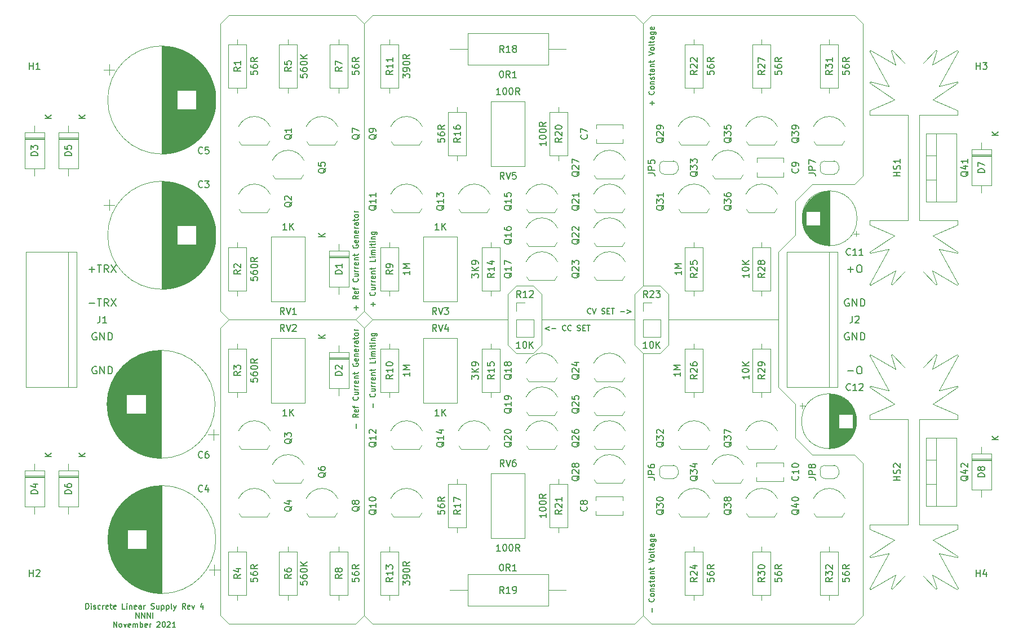
<source format=gbr>
%TF.GenerationSoftware,KiCad,Pcbnew,(5.1.10)-1*%
%TF.CreationDate,2021-11-12T11:53:13+05:30*%
%TF.ProjectId,DIscrete Linear Supply Rev4,44497363-7265-4746-9520-4c696e656172,rev?*%
%TF.SameCoordinates,Original*%
%TF.FileFunction,Legend,Top*%
%TF.FilePolarity,Positive*%
%FSLAX46Y46*%
G04 Gerber Fmt 4.6, Leading zero omitted, Abs format (unit mm)*
G04 Created by KiCad (PCBNEW (5.1.10)-1) date 2021-11-12 11:53:13*
%MOMM*%
%LPD*%
G01*
G04 APERTURE LIST*
%ADD10C,0.152400*%
%ADD11C,0.120000*%
%ADD12C,0.150000*%
G04 APERTURE END LIST*
D10*
X209400019Y-150955828D02*
X208780742Y-151188057D01*
X209400019Y-151420285D01*
X209787066Y-151188057D02*
X210406342Y-151188057D01*
X211877123Y-151420285D02*
X211838419Y-151458990D01*
X211722304Y-151497695D01*
X211644895Y-151497695D01*
X211528780Y-151458990D01*
X211451371Y-151381580D01*
X211412666Y-151304171D01*
X211373961Y-151149352D01*
X211373961Y-151033238D01*
X211412666Y-150878419D01*
X211451371Y-150801009D01*
X211528780Y-150723600D01*
X211644895Y-150684895D01*
X211722304Y-150684895D01*
X211838419Y-150723600D01*
X211877123Y-150762304D01*
X212689923Y-151420285D02*
X212651219Y-151458990D01*
X212535104Y-151497695D01*
X212457695Y-151497695D01*
X212341580Y-151458990D01*
X212264171Y-151381580D01*
X212225466Y-151304171D01*
X212186761Y-151149352D01*
X212186761Y-151033238D01*
X212225466Y-150878419D01*
X212264171Y-150801009D01*
X212341580Y-150723600D01*
X212457695Y-150684895D01*
X212535104Y-150684895D01*
X212651219Y-150723600D01*
X212689923Y-150762304D01*
X213618838Y-151458990D02*
X213734952Y-151497695D01*
X213928476Y-151497695D01*
X214005885Y-151458990D01*
X214044590Y-151420285D01*
X214083295Y-151342876D01*
X214083295Y-151265466D01*
X214044590Y-151188057D01*
X214005885Y-151149352D01*
X213928476Y-151110647D01*
X213773657Y-151071942D01*
X213696247Y-151033238D01*
X213657542Y-150994533D01*
X213618838Y-150917123D01*
X213618838Y-150839714D01*
X213657542Y-150762304D01*
X213696247Y-150723600D01*
X213773657Y-150684895D01*
X213967180Y-150684895D01*
X214083295Y-150723600D01*
X214431638Y-151071942D02*
X214702571Y-151071942D01*
X214818685Y-151497695D02*
X214431638Y-151497695D01*
X214431638Y-150684895D01*
X214818685Y-150684895D01*
X215050914Y-150684895D02*
X215515371Y-150684895D01*
X215283142Y-151497695D02*
X215283142Y-150684895D01*
X215653257Y-148880285D02*
X215614552Y-148918990D01*
X215498438Y-148957695D01*
X215421028Y-148957695D01*
X215304914Y-148918990D01*
X215227504Y-148841580D01*
X215188800Y-148764171D01*
X215150095Y-148609352D01*
X215150095Y-148493238D01*
X215188800Y-148338419D01*
X215227504Y-148261009D01*
X215304914Y-148183600D01*
X215421028Y-148144895D01*
X215498438Y-148144895D01*
X215614552Y-148183600D01*
X215653257Y-148222304D01*
X215885485Y-148144895D02*
X216156419Y-148957695D01*
X216427352Y-148144895D01*
X217278857Y-148918990D02*
X217394971Y-148957695D01*
X217588495Y-148957695D01*
X217665904Y-148918990D01*
X217704609Y-148880285D01*
X217743314Y-148802876D01*
X217743314Y-148725466D01*
X217704609Y-148648057D01*
X217665904Y-148609352D01*
X217588495Y-148570647D01*
X217433676Y-148531942D01*
X217356266Y-148493238D01*
X217317561Y-148454533D01*
X217278857Y-148377123D01*
X217278857Y-148299714D01*
X217317561Y-148222304D01*
X217356266Y-148183600D01*
X217433676Y-148144895D01*
X217627200Y-148144895D01*
X217743314Y-148183600D01*
X218091657Y-148531942D02*
X218362590Y-148531942D01*
X218478704Y-148957695D02*
X218091657Y-148957695D01*
X218091657Y-148144895D01*
X218478704Y-148144895D01*
X218710933Y-148144895D02*
X219175390Y-148144895D01*
X218943161Y-148957695D02*
X218943161Y-148144895D01*
X220065600Y-148648057D02*
X220684876Y-148648057D01*
X221071923Y-148415828D02*
X221691200Y-148648057D01*
X221071923Y-148880285D01*
D11*
X207010000Y-154940000D02*
X208280000Y-153670000D01*
X203200000Y-153670000D02*
X204470000Y-154940000D01*
X204470000Y-144780000D02*
X203200000Y-146050000D01*
X207010000Y-144780000D02*
X208280000Y-146050000D01*
D10*
X224848057Y-193804419D02*
X224848057Y-193185142D01*
X225080285Y-191714361D02*
X225118990Y-191753066D01*
X225157695Y-191869180D01*
X225157695Y-191946590D01*
X225118990Y-192062704D01*
X225041580Y-192140114D01*
X224964171Y-192178819D01*
X224809352Y-192217523D01*
X224693238Y-192217523D01*
X224538419Y-192178819D01*
X224461009Y-192140114D01*
X224383600Y-192062704D01*
X224344895Y-191946590D01*
X224344895Y-191869180D01*
X224383600Y-191753066D01*
X224422304Y-191714361D01*
X225157695Y-191249904D02*
X225118990Y-191327314D01*
X225080285Y-191366019D01*
X225002876Y-191404723D01*
X224770647Y-191404723D01*
X224693238Y-191366019D01*
X224654533Y-191327314D01*
X224615828Y-191249904D01*
X224615828Y-191133790D01*
X224654533Y-191056380D01*
X224693238Y-191017676D01*
X224770647Y-190978971D01*
X225002876Y-190978971D01*
X225080285Y-191017676D01*
X225118990Y-191056380D01*
X225157695Y-191133790D01*
X225157695Y-191249904D01*
X224615828Y-190630628D02*
X225157695Y-190630628D01*
X224693238Y-190630628D02*
X224654533Y-190591923D01*
X224615828Y-190514514D01*
X224615828Y-190398400D01*
X224654533Y-190320990D01*
X224731942Y-190282285D01*
X225157695Y-190282285D01*
X225118990Y-189933942D02*
X225157695Y-189856533D01*
X225157695Y-189701714D01*
X225118990Y-189624304D01*
X225041580Y-189585600D01*
X225002876Y-189585600D01*
X224925466Y-189624304D01*
X224886761Y-189701714D01*
X224886761Y-189817828D01*
X224848057Y-189895238D01*
X224770647Y-189933942D01*
X224731942Y-189933942D01*
X224654533Y-189895238D01*
X224615828Y-189817828D01*
X224615828Y-189701714D01*
X224654533Y-189624304D01*
X224615828Y-189353371D02*
X224615828Y-189043733D01*
X224344895Y-189237257D02*
X225041580Y-189237257D01*
X225118990Y-189198552D01*
X225157695Y-189121142D01*
X225157695Y-189043733D01*
X225157695Y-188424457D02*
X224731942Y-188424457D01*
X224654533Y-188463161D01*
X224615828Y-188540571D01*
X224615828Y-188695390D01*
X224654533Y-188772800D01*
X225118990Y-188424457D02*
X225157695Y-188501866D01*
X225157695Y-188695390D01*
X225118990Y-188772800D01*
X225041580Y-188811504D01*
X224964171Y-188811504D01*
X224886761Y-188772800D01*
X224848057Y-188695390D01*
X224848057Y-188501866D01*
X224809352Y-188424457D01*
X224615828Y-188037409D02*
X225157695Y-188037409D01*
X224693238Y-188037409D02*
X224654533Y-187998704D01*
X224615828Y-187921295D01*
X224615828Y-187805180D01*
X224654533Y-187727771D01*
X224731942Y-187689066D01*
X225157695Y-187689066D01*
X224615828Y-187418133D02*
X224615828Y-187108495D01*
X224344895Y-187302019D02*
X225041580Y-187302019D01*
X225118990Y-187263314D01*
X225157695Y-187185904D01*
X225157695Y-187108495D01*
X224344895Y-186334400D02*
X225157695Y-186063466D01*
X224344895Y-185792533D01*
X225157695Y-185405485D02*
X225118990Y-185482895D01*
X225080285Y-185521600D01*
X225002876Y-185560304D01*
X224770647Y-185560304D01*
X224693238Y-185521600D01*
X224654533Y-185482895D01*
X224615828Y-185405485D01*
X224615828Y-185289371D01*
X224654533Y-185211961D01*
X224693238Y-185173257D01*
X224770647Y-185134552D01*
X225002876Y-185134552D01*
X225080285Y-185173257D01*
X225118990Y-185211961D01*
X225157695Y-185289371D01*
X225157695Y-185405485D01*
X225157695Y-184670095D02*
X225118990Y-184747504D01*
X225041580Y-184786209D01*
X224344895Y-184786209D01*
X224615828Y-184476571D02*
X224615828Y-184166933D01*
X224344895Y-184360457D02*
X225041580Y-184360457D01*
X225118990Y-184321752D01*
X225157695Y-184244342D01*
X225157695Y-184166933D01*
X225157695Y-183547657D02*
X224731942Y-183547657D01*
X224654533Y-183586361D01*
X224615828Y-183663771D01*
X224615828Y-183818590D01*
X224654533Y-183896000D01*
X225118990Y-183547657D02*
X225157695Y-183625066D01*
X225157695Y-183818590D01*
X225118990Y-183896000D01*
X225041580Y-183934704D01*
X224964171Y-183934704D01*
X224886761Y-183896000D01*
X224848057Y-183818590D01*
X224848057Y-183625066D01*
X224809352Y-183547657D01*
X224615828Y-182812266D02*
X225273809Y-182812266D01*
X225351219Y-182850971D01*
X225389923Y-182889676D01*
X225428628Y-182967085D01*
X225428628Y-183083200D01*
X225389923Y-183160609D01*
X225118990Y-182812266D02*
X225157695Y-182889676D01*
X225157695Y-183044495D01*
X225118990Y-183121904D01*
X225080285Y-183160609D01*
X225002876Y-183199314D01*
X224770647Y-183199314D01*
X224693238Y-183160609D01*
X224654533Y-183121904D01*
X224615828Y-183044495D01*
X224615828Y-182889676D01*
X224654533Y-182812266D01*
X225118990Y-182115580D02*
X225157695Y-182192990D01*
X225157695Y-182347809D01*
X225118990Y-182425219D01*
X225041580Y-182463923D01*
X224731942Y-182463923D01*
X224654533Y-182425219D01*
X224615828Y-182347809D01*
X224615828Y-182192990D01*
X224654533Y-182115580D01*
X224731942Y-182076876D01*
X224809352Y-182076876D01*
X224886761Y-182463923D01*
X224848057Y-117604419D02*
X224848057Y-116985142D01*
X225157695Y-117294780D02*
X224538419Y-117294780D01*
X225080285Y-115514361D02*
X225118990Y-115553066D01*
X225157695Y-115669180D01*
X225157695Y-115746590D01*
X225118990Y-115862704D01*
X225041580Y-115940114D01*
X224964171Y-115978819D01*
X224809352Y-116017523D01*
X224693238Y-116017523D01*
X224538419Y-115978819D01*
X224461009Y-115940114D01*
X224383600Y-115862704D01*
X224344895Y-115746590D01*
X224344895Y-115669180D01*
X224383600Y-115553066D01*
X224422304Y-115514361D01*
X225157695Y-115049904D02*
X225118990Y-115127314D01*
X225080285Y-115166019D01*
X225002876Y-115204723D01*
X224770647Y-115204723D01*
X224693238Y-115166019D01*
X224654533Y-115127314D01*
X224615828Y-115049904D01*
X224615828Y-114933790D01*
X224654533Y-114856380D01*
X224693238Y-114817676D01*
X224770647Y-114778971D01*
X225002876Y-114778971D01*
X225080285Y-114817676D01*
X225118990Y-114856380D01*
X225157695Y-114933790D01*
X225157695Y-115049904D01*
X224615828Y-114430628D02*
X225157695Y-114430628D01*
X224693238Y-114430628D02*
X224654533Y-114391923D01*
X224615828Y-114314514D01*
X224615828Y-114198400D01*
X224654533Y-114120990D01*
X224731942Y-114082285D01*
X225157695Y-114082285D01*
X225118990Y-113733942D02*
X225157695Y-113656533D01*
X225157695Y-113501714D01*
X225118990Y-113424304D01*
X225041580Y-113385600D01*
X225002876Y-113385600D01*
X224925466Y-113424304D01*
X224886761Y-113501714D01*
X224886761Y-113617828D01*
X224848057Y-113695238D01*
X224770647Y-113733942D01*
X224731942Y-113733942D01*
X224654533Y-113695238D01*
X224615828Y-113617828D01*
X224615828Y-113501714D01*
X224654533Y-113424304D01*
X224615828Y-113153371D02*
X224615828Y-112843733D01*
X224344895Y-113037257D02*
X225041580Y-113037257D01*
X225118990Y-112998552D01*
X225157695Y-112921142D01*
X225157695Y-112843733D01*
X225157695Y-112224457D02*
X224731942Y-112224457D01*
X224654533Y-112263161D01*
X224615828Y-112340571D01*
X224615828Y-112495390D01*
X224654533Y-112572800D01*
X225118990Y-112224457D02*
X225157695Y-112301866D01*
X225157695Y-112495390D01*
X225118990Y-112572800D01*
X225041580Y-112611504D01*
X224964171Y-112611504D01*
X224886761Y-112572800D01*
X224848057Y-112495390D01*
X224848057Y-112301866D01*
X224809352Y-112224457D01*
X224615828Y-111837409D02*
X225157695Y-111837409D01*
X224693238Y-111837409D02*
X224654533Y-111798704D01*
X224615828Y-111721295D01*
X224615828Y-111605180D01*
X224654533Y-111527771D01*
X224731942Y-111489066D01*
X225157695Y-111489066D01*
X224615828Y-111218133D02*
X224615828Y-110908495D01*
X224344895Y-111102019D02*
X225041580Y-111102019D01*
X225118990Y-111063314D01*
X225157695Y-110985904D01*
X225157695Y-110908495D01*
X224344895Y-110134400D02*
X225157695Y-109863466D01*
X224344895Y-109592533D01*
X225157695Y-109205485D02*
X225118990Y-109282895D01*
X225080285Y-109321600D01*
X225002876Y-109360304D01*
X224770647Y-109360304D01*
X224693238Y-109321600D01*
X224654533Y-109282895D01*
X224615828Y-109205485D01*
X224615828Y-109089371D01*
X224654533Y-109011961D01*
X224693238Y-108973257D01*
X224770647Y-108934552D01*
X225002876Y-108934552D01*
X225080285Y-108973257D01*
X225118990Y-109011961D01*
X225157695Y-109089371D01*
X225157695Y-109205485D01*
X225157695Y-108470095D02*
X225118990Y-108547504D01*
X225041580Y-108586209D01*
X224344895Y-108586209D01*
X224615828Y-108276571D02*
X224615828Y-107966933D01*
X224344895Y-108160457D02*
X225041580Y-108160457D01*
X225118990Y-108121752D01*
X225157695Y-108044342D01*
X225157695Y-107966933D01*
X225157695Y-107347657D02*
X224731942Y-107347657D01*
X224654533Y-107386361D01*
X224615828Y-107463771D01*
X224615828Y-107618590D01*
X224654533Y-107696000D01*
X225118990Y-107347657D02*
X225157695Y-107425066D01*
X225157695Y-107618590D01*
X225118990Y-107696000D01*
X225041580Y-107734704D01*
X224964171Y-107734704D01*
X224886761Y-107696000D01*
X224848057Y-107618590D01*
X224848057Y-107425066D01*
X224809352Y-107347657D01*
X224615828Y-106612266D02*
X225273809Y-106612266D01*
X225351219Y-106650971D01*
X225389923Y-106689676D01*
X225428628Y-106767085D01*
X225428628Y-106883200D01*
X225389923Y-106960609D01*
X225118990Y-106612266D02*
X225157695Y-106689676D01*
X225157695Y-106844495D01*
X225118990Y-106921904D01*
X225080285Y-106960609D01*
X225002876Y-106999314D01*
X224770647Y-106999314D01*
X224693238Y-106960609D01*
X224654533Y-106921904D01*
X224615828Y-106844495D01*
X224615828Y-106689676D01*
X224654533Y-106612266D01*
X225118990Y-105915580D02*
X225157695Y-105992990D01*
X225157695Y-106147809D01*
X225118990Y-106225219D01*
X225041580Y-106263923D01*
X224731942Y-106263923D01*
X224654533Y-106225219D01*
X224615828Y-106147809D01*
X224615828Y-105992990D01*
X224654533Y-105915580D01*
X224731942Y-105876876D01*
X224809352Y-105876876D01*
X224886761Y-106263923D01*
X182938057Y-163053485D02*
X182938057Y-162434209D01*
X183170285Y-160963428D02*
X183208990Y-161002133D01*
X183247695Y-161118247D01*
X183247695Y-161195657D01*
X183208990Y-161311771D01*
X183131580Y-161389180D01*
X183054171Y-161427885D01*
X182899352Y-161466590D01*
X182783238Y-161466590D01*
X182628419Y-161427885D01*
X182551009Y-161389180D01*
X182473600Y-161311771D01*
X182434895Y-161195657D01*
X182434895Y-161118247D01*
X182473600Y-161002133D01*
X182512304Y-160963428D01*
X182705828Y-160266742D02*
X183247695Y-160266742D01*
X182705828Y-160615085D02*
X183131580Y-160615085D01*
X183208990Y-160576380D01*
X183247695Y-160498971D01*
X183247695Y-160382857D01*
X183208990Y-160305447D01*
X183170285Y-160266742D01*
X183247695Y-159879695D02*
X182705828Y-159879695D01*
X182860647Y-159879695D02*
X182783238Y-159840990D01*
X182744533Y-159802285D01*
X182705828Y-159724876D01*
X182705828Y-159647466D01*
X183247695Y-159376533D02*
X182705828Y-159376533D01*
X182860647Y-159376533D02*
X182783238Y-159337828D01*
X182744533Y-159299123D01*
X182705828Y-159221714D01*
X182705828Y-159144304D01*
X183208990Y-158563733D02*
X183247695Y-158641142D01*
X183247695Y-158795961D01*
X183208990Y-158873371D01*
X183131580Y-158912076D01*
X182821942Y-158912076D01*
X182744533Y-158873371D01*
X182705828Y-158795961D01*
X182705828Y-158641142D01*
X182744533Y-158563733D01*
X182821942Y-158525028D01*
X182899352Y-158525028D01*
X182976761Y-158912076D01*
X182705828Y-158176685D02*
X183247695Y-158176685D01*
X182783238Y-158176685D02*
X182744533Y-158137980D01*
X182705828Y-158060571D01*
X182705828Y-157944457D01*
X182744533Y-157867047D01*
X182821942Y-157828342D01*
X183247695Y-157828342D01*
X182705828Y-157557409D02*
X182705828Y-157247771D01*
X182434895Y-157441295D02*
X183131580Y-157441295D01*
X183208990Y-157402590D01*
X183247695Y-157325180D01*
X183247695Y-157247771D01*
X183247695Y-155970514D02*
X183247695Y-156357561D01*
X182434895Y-156357561D01*
X183247695Y-155699580D02*
X182705828Y-155699580D01*
X182434895Y-155699580D02*
X182473600Y-155738285D01*
X182512304Y-155699580D01*
X182473600Y-155660876D01*
X182434895Y-155699580D01*
X182512304Y-155699580D01*
X183247695Y-155312533D02*
X182705828Y-155312533D01*
X182783238Y-155312533D02*
X182744533Y-155273828D01*
X182705828Y-155196419D01*
X182705828Y-155080304D01*
X182744533Y-155002895D01*
X182821942Y-154964190D01*
X183247695Y-154964190D01*
X182821942Y-154964190D02*
X182744533Y-154925485D01*
X182705828Y-154848076D01*
X182705828Y-154731961D01*
X182744533Y-154654552D01*
X182821942Y-154615847D01*
X183247695Y-154615847D01*
X183247695Y-154228800D02*
X182705828Y-154228800D01*
X182434895Y-154228800D02*
X182473600Y-154267504D01*
X182512304Y-154228800D01*
X182473600Y-154190095D01*
X182434895Y-154228800D01*
X182512304Y-154228800D01*
X182705828Y-153957866D02*
X182705828Y-153648228D01*
X182434895Y-153841752D02*
X183131580Y-153841752D01*
X183208990Y-153803047D01*
X183247695Y-153725638D01*
X183247695Y-153648228D01*
X183247695Y-153377295D02*
X182705828Y-153377295D01*
X182434895Y-153377295D02*
X182473600Y-153416000D01*
X182512304Y-153377295D01*
X182473600Y-153338590D01*
X182434895Y-153377295D01*
X182512304Y-153377295D01*
X182705828Y-152990247D02*
X183247695Y-152990247D01*
X182783238Y-152990247D02*
X182744533Y-152951542D01*
X182705828Y-152874133D01*
X182705828Y-152758019D01*
X182744533Y-152680609D01*
X182821942Y-152641904D01*
X183247695Y-152641904D01*
X182705828Y-151906514D02*
X183363809Y-151906514D01*
X183441219Y-151945219D01*
X183479923Y-151983923D01*
X183518628Y-152061333D01*
X183518628Y-152177447D01*
X183479923Y-152254857D01*
X183208990Y-151906514D02*
X183247695Y-151983923D01*
X183247695Y-152138742D01*
X183208990Y-152216152D01*
X183170285Y-152254857D01*
X183092876Y-152293561D01*
X182860647Y-152293561D01*
X182783238Y-152254857D01*
X182744533Y-152216152D01*
X182705828Y-152138742D01*
X182705828Y-151983923D01*
X182744533Y-151906514D01*
X182938057Y-147813485D02*
X182938057Y-147194209D01*
X183247695Y-147503847D02*
X182628419Y-147503847D01*
X183170285Y-145723428D02*
X183208990Y-145762133D01*
X183247695Y-145878247D01*
X183247695Y-145955657D01*
X183208990Y-146071771D01*
X183131580Y-146149180D01*
X183054171Y-146187885D01*
X182899352Y-146226590D01*
X182783238Y-146226590D01*
X182628419Y-146187885D01*
X182551009Y-146149180D01*
X182473600Y-146071771D01*
X182434895Y-145955657D01*
X182434895Y-145878247D01*
X182473600Y-145762133D01*
X182512304Y-145723428D01*
X182705828Y-145026742D02*
X183247695Y-145026742D01*
X182705828Y-145375085D02*
X183131580Y-145375085D01*
X183208990Y-145336380D01*
X183247695Y-145258971D01*
X183247695Y-145142857D01*
X183208990Y-145065447D01*
X183170285Y-145026742D01*
X183247695Y-144639695D02*
X182705828Y-144639695D01*
X182860647Y-144639695D02*
X182783238Y-144600990D01*
X182744533Y-144562285D01*
X182705828Y-144484876D01*
X182705828Y-144407466D01*
X183247695Y-144136533D02*
X182705828Y-144136533D01*
X182860647Y-144136533D02*
X182783238Y-144097828D01*
X182744533Y-144059123D01*
X182705828Y-143981714D01*
X182705828Y-143904304D01*
X183208990Y-143323733D02*
X183247695Y-143401142D01*
X183247695Y-143555961D01*
X183208990Y-143633371D01*
X183131580Y-143672076D01*
X182821942Y-143672076D01*
X182744533Y-143633371D01*
X182705828Y-143555961D01*
X182705828Y-143401142D01*
X182744533Y-143323733D01*
X182821942Y-143285028D01*
X182899352Y-143285028D01*
X182976761Y-143672076D01*
X182705828Y-142936685D02*
X183247695Y-142936685D01*
X182783238Y-142936685D02*
X182744533Y-142897980D01*
X182705828Y-142820571D01*
X182705828Y-142704457D01*
X182744533Y-142627047D01*
X182821942Y-142588342D01*
X183247695Y-142588342D01*
X182705828Y-142317409D02*
X182705828Y-142007771D01*
X182434895Y-142201295D02*
X183131580Y-142201295D01*
X183208990Y-142162590D01*
X183247695Y-142085180D01*
X183247695Y-142007771D01*
X183247695Y-140730514D02*
X183247695Y-141117561D01*
X182434895Y-141117561D01*
X183247695Y-140459580D02*
X182705828Y-140459580D01*
X182434895Y-140459580D02*
X182473600Y-140498285D01*
X182512304Y-140459580D01*
X182473600Y-140420876D01*
X182434895Y-140459580D01*
X182512304Y-140459580D01*
X183247695Y-140072533D02*
X182705828Y-140072533D01*
X182783238Y-140072533D02*
X182744533Y-140033828D01*
X182705828Y-139956419D01*
X182705828Y-139840304D01*
X182744533Y-139762895D01*
X182821942Y-139724190D01*
X183247695Y-139724190D01*
X182821942Y-139724190D02*
X182744533Y-139685485D01*
X182705828Y-139608076D01*
X182705828Y-139491961D01*
X182744533Y-139414552D01*
X182821942Y-139375847D01*
X183247695Y-139375847D01*
X183247695Y-138988800D02*
X182705828Y-138988800D01*
X182434895Y-138988800D02*
X182473600Y-139027504D01*
X182512304Y-138988800D01*
X182473600Y-138950095D01*
X182434895Y-138988800D01*
X182512304Y-138988800D01*
X182705828Y-138717866D02*
X182705828Y-138408228D01*
X182434895Y-138601752D02*
X183131580Y-138601752D01*
X183208990Y-138563047D01*
X183247695Y-138485638D01*
X183247695Y-138408228D01*
X183247695Y-138137295D02*
X182705828Y-138137295D01*
X182434895Y-138137295D02*
X182473600Y-138176000D01*
X182512304Y-138137295D01*
X182473600Y-138098590D01*
X182434895Y-138137295D01*
X182512304Y-138137295D01*
X182705828Y-137750247D02*
X183247695Y-137750247D01*
X182783238Y-137750247D02*
X182744533Y-137711542D01*
X182705828Y-137634133D01*
X182705828Y-137518019D01*
X182744533Y-137440609D01*
X182821942Y-137401904D01*
X183247695Y-137401904D01*
X182705828Y-136666514D02*
X183363809Y-136666514D01*
X183441219Y-136705219D01*
X183479923Y-136743923D01*
X183518628Y-136821333D01*
X183518628Y-136937447D01*
X183479923Y-137014857D01*
X183208990Y-136666514D02*
X183247695Y-136743923D01*
X183247695Y-136898742D01*
X183208990Y-136976152D01*
X183170285Y-137014857D01*
X183092876Y-137053561D01*
X182860647Y-137053561D01*
X182783238Y-137014857D01*
X182744533Y-136976152D01*
X182705828Y-136898742D01*
X182705828Y-136743923D01*
X182744533Y-136666514D01*
X180398057Y-166142609D02*
X180398057Y-165523333D01*
X180707695Y-164052552D02*
X180320647Y-164323485D01*
X180707695Y-164517009D02*
X179894895Y-164517009D01*
X179894895Y-164207371D01*
X179933600Y-164129961D01*
X179972304Y-164091257D01*
X180049714Y-164052552D01*
X180165828Y-164052552D01*
X180243238Y-164091257D01*
X180281942Y-164129961D01*
X180320647Y-164207371D01*
X180320647Y-164517009D01*
X180668990Y-163394571D02*
X180707695Y-163471980D01*
X180707695Y-163626800D01*
X180668990Y-163704209D01*
X180591580Y-163742914D01*
X180281942Y-163742914D01*
X180204533Y-163704209D01*
X180165828Y-163626800D01*
X180165828Y-163471980D01*
X180204533Y-163394571D01*
X180281942Y-163355866D01*
X180359352Y-163355866D01*
X180436761Y-163742914D01*
X180165828Y-163123638D02*
X180165828Y-162814000D01*
X180707695Y-163007523D02*
X180011009Y-163007523D01*
X179933600Y-162968819D01*
X179894895Y-162891409D01*
X179894895Y-162814000D01*
X180630285Y-161459333D02*
X180668990Y-161498038D01*
X180707695Y-161614152D01*
X180707695Y-161691561D01*
X180668990Y-161807676D01*
X180591580Y-161885085D01*
X180514171Y-161923790D01*
X180359352Y-161962495D01*
X180243238Y-161962495D01*
X180088419Y-161923790D01*
X180011009Y-161885085D01*
X179933600Y-161807676D01*
X179894895Y-161691561D01*
X179894895Y-161614152D01*
X179933600Y-161498038D01*
X179972304Y-161459333D01*
X180165828Y-160762647D02*
X180707695Y-160762647D01*
X180165828Y-161110990D02*
X180591580Y-161110990D01*
X180668990Y-161072285D01*
X180707695Y-160994876D01*
X180707695Y-160878761D01*
X180668990Y-160801352D01*
X180630285Y-160762647D01*
X180707695Y-160375600D02*
X180165828Y-160375600D01*
X180320647Y-160375600D02*
X180243238Y-160336895D01*
X180204533Y-160298190D01*
X180165828Y-160220780D01*
X180165828Y-160143371D01*
X180707695Y-159872438D02*
X180165828Y-159872438D01*
X180320647Y-159872438D02*
X180243238Y-159833733D01*
X180204533Y-159795028D01*
X180165828Y-159717619D01*
X180165828Y-159640209D01*
X180668990Y-159059638D02*
X180707695Y-159137047D01*
X180707695Y-159291866D01*
X180668990Y-159369276D01*
X180591580Y-159407980D01*
X180281942Y-159407980D01*
X180204533Y-159369276D01*
X180165828Y-159291866D01*
X180165828Y-159137047D01*
X180204533Y-159059638D01*
X180281942Y-159020933D01*
X180359352Y-159020933D01*
X180436761Y-159407980D01*
X180165828Y-158672590D02*
X180707695Y-158672590D01*
X180243238Y-158672590D02*
X180204533Y-158633885D01*
X180165828Y-158556476D01*
X180165828Y-158440361D01*
X180204533Y-158362952D01*
X180281942Y-158324247D01*
X180707695Y-158324247D01*
X180165828Y-158053314D02*
X180165828Y-157743676D01*
X179894895Y-157937200D02*
X180591580Y-157937200D01*
X180668990Y-157898495D01*
X180707695Y-157821085D01*
X180707695Y-157743676D01*
X179933600Y-156427714D02*
X179894895Y-156505123D01*
X179894895Y-156621238D01*
X179933600Y-156737352D01*
X180011009Y-156814761D01*
X180088419Y-156853466D01*
X180243238Y-156892171D01*
X180359352Y-156892171D01*
X180514171Y-156853466D01*
X180591580Y-156814761D01*
X180668990Y-156737352D01*
X180707695Y-156621238D01*
X180707695Y-156543828D01*
X180668990Y-156427714D01*
X180630285Y-156389009D01*
X180359352Y-156389009D01*
X180359352Y-156543828D01*
X180668990Y-155731028D02*
X180707695Y-155808438D01*
X180707695Y-155963257D01*
X180668990Y-156040666D01*
X180591580Y-156079371D01*
X180281942Y-156079371D01*
X180204533Y-156040666D01*
X180165828Y-155963257D01*
X180165828Y-155808438D01*
X180204533Y-155731028D01*
X180281942Y-155692323D01*
X180359352Y-155692323D01*
X180436761Y-156079371D01*
X180165828Y-155343980D02*
X180707695Y-155343980D01*
X180243238Y-155343980D02*
X180204533Y-155305276D01*
X180165828Y-155227866D01*
X180165828Y-155111752D01*
X180204533Y-155034342D01*
X180281942Y-154995638D01*
X180707695Y-154995638D01*
X180668990Y-154298952D02*
X180707695Y-154376361D01*
X180707695Y-154531180D01*
X180668990Y-154608590D01*
X180591580Y-154647295D01*
X180281942Y-154647295D01*
X180204533Y-154608590D01*
X180165828Y-154531180D01*
X180165828Y-154376361D01*
X180204533Y-154298952D01*
X180281942Y-154260247D01*
X180359352Y-154260247D01*
X180436761Y-154647295D01*
X180707695Y-153911904D02*
X180165828Y-153911904D01*
X180320647Y-153911904D02*
X180243238Y-153873200D01*
X180204533Y-153834495D01*
X180165828Y-153757085D01*
X180165828Y-153679676D01*
X180707695Y-153060400D02*
X180281942Y-153060400D01*
X180204533Y-153099104D01*
X180165828Y-153176514D01*
X180165828Y-153331333D01*
X180204533Y-153408742D01*
X180668990Y-153060400D02*
X180707695Y-153137809D01*
X180707695Y-153331333D01*
X180668990Y-153408742D01*
X180591580Y-153447447D01*
X180514171Y-153447447D01*
X180436761Y-153408742D01*
X180398057Y-153331333D01*
X180398057Y-153137809D01*
X180359352Y-153060400D01*
X180165828Y-152789466D02*
X180165828Y-152479828D01*
X179894895Y-152673352D02*
X180591580Y-152673352D01*
X180668990Y-152634647D01*
X180707695Y-152557238D01*
X180707695Y-152479828D01*
X180707695Y-152092780D02*
X180668990Y-152170190D01*
X180630285Y-152208895D01*
X180552876Y-152247600D01*
X180320647Y-152247600D01*
X180243238Y-152208895D01*
X180204533Y-152170190D01*
X180165828Y-152092780D01*
X180165828Y-151976666D01*
X180204533Y-151899257D01*
X180243238Y-151860552D01*
X180320647Y-151821847D01*
X180552876Y-151821847D01*
X180630285Y-151860552D01*
X180668990Y-151899257D01*
X180707695Y-151976666D01*
X180707695Y-152092780D01*
X180707695Y-151473504D02*
X180165828Y-151473504D01*
X180320647Y-151473504D02*
X180243238Y-151434800D01*
X180204533Y-151396095D01*
X180165828Y-151318685D01*
X180165828Y-151241276D01*
X180398057Y-148362609D02*
X180398057Y-147743333D01*
X180707695Y-148052971D02*
X180088419Y-148052971D01*
X180707695Y-146272552D02*
X180320647Y-146543485D01*
X180707695Y-146737009D02*
X179894895Y-146737009D01*
X179894895Y-146427371D01*
X179933600Y-146349961D01*
X179972304Y-146311257D01*
X180049714Y-146272552D01*
X180165828Y-146272552D01*
X180243238Y-146311257D01*
X180281942Y-146349961D01*
X180320647Y-146427371D01*
X180320647Y-146737009D01*
X180668990Y-145614571D02*
X180707695Y-145691980D01*
X180707695Y-145846800D01*
X180668990Y-145924209D01*
X180591580Y-145962914D01*
X180281942Y-145962914D01*
X180204533Y-145924209D01*
X180165828Y-145846800D01*
X180165828Y-145691980D01*
X180204533Y-145614571D01*
X180281942Y-145575866D01*
X180359352Y-145575866D01*
X180436761Y-145962914D01*
X180165828Y-145343638D02*
X180165828Y-145034000D01*
X180707695Y-145227523D02*
X180011009Y-145227523D01*
X179933600Y-145188819D01*
X179894895Y-145111409D01*
X179894895Y-145034000D01*
X180630285Y-143679333D02*
X180668990Y-143718038D01*
X180707695Y-143834152D01*
X180707695Y-143911561D01*
X180668990Y-144027676D01*
X180591580Y-144105085D01*
X180514171Y-144143790D01*
X180359352Y-144182495D01*
X180243238Y-144182495D01*
X180088419Y-144143790D01*
X180011009Y-144105085D01*
X179933600Y-144027676D01*
X179894895Y-143911561D01*
X179894895Y-143834152D01*
X179933600Y-143718038D01*
X179972304Y-143679333D01*
X180165828Y-142982647D02*
X180707695Y-142982647D01*
X180165828Y-143330990D02*
X180591580Y-143330990D01*
X180668990Y-143292285D01*
X180707695Y-143214876D01*
X180707695Y-143098761D01*
X180668990Y-143021352D01*
X180630285Y-142982647D01*
X180707695Y-142595600D02*
X180165828Y-142595600D01*
X180320647Y-142595600D02*
X180243238Y-142556895D01*
X180204533Y-142518190D01*
X180165828Y-142440780D01*
X180165828Y-142363371D01*
X180707695Y-142092438D02*
X180165828Y-142092438D01*
X180320647Y-142092438D02*
X180243238Y-142053733D01*
X180204533Y-142015028D01*
X180165828Y-141937619D01*
X180165828Y-141860209D01*
X180668990Y-141279638D02*
X180707695Y-141357047D01*
X180707695Y-141511866D01*
X180668990Y-141589276D01*
X180591580Y-141627980D01*
X180281942Y-141627980D01*
X180204533Y-141589276D01*
X180165828Y-141511866D01*
X180165828Y-141357047D01*
X180204533Y-141279638D01*
X180281942Y-141240933D01*
X180359352Y-141240933D01*
X180436761Y-141627980D01*
X180165828Y-140892590D02*
X180707695Y-140892590D01*
X180243238Y-140892590D02*
X180204533Y-140853885D01*
X180165828Y-140776476D01*
X180165828Y-140660361D01*
X180204533Y-140582952D01*
X180281942Y-140544247D01*
X180707695Y-140544247D01*
X180165828Y-140273314D02*
X180165828Y-139963676D01*
X179894895Y-140157200D02*
X180591580Y-140157200D01*
X180668990Y-140118495D01*
X180707695Y-140041085D01*
X180707695Y-139963676D01*
X179933600Y-138647714D02*
X179894895Y-138725123D01*
X179894895Y-138841238D01*
X179933600Y-138957352D01*
X180011009Y-139034761D01*
X180088419Y-139073466D01*
X180243238Y-139112171D01*
X180359352Y-139112171D01*
X180514171Y-139073466D01*
X180591580Y-139034761D01*
X180668990Y-138957352D01*
X180707695Y-138841238D01*
X180707695Y-138763828D01*
X180668990Y-138647714D01*
X180630285Y-138609009D01*
X180359352Y-138609009D01*
X180359352Y-138763828D01*
X180668990Y-137951028D02*
X180707695Y-138028438D01*
X180707695Y-138183257D01*
X180668990Y-138260666D01*
X180591580Y-138299371D01*
X180281942Y-138299371D01*
X180204533Y-138260666D01*
X180165828Y-138183257D01*
X180165828Y-138028438D01*
X180204533Y-137951028D01*
X180281942Y-137912323D01*
X180359352Y-137912323D01*
X180436761Y-138299371D01*
X180165828Y-137563980D02*
X180707695Y-137563980D01*
X180243238Y-137563980D02*
X180204533Y-137525276D01*
X180165828Y-137447866D01*
X180165828Y-137331752D01*
X180204533Y-137254342D01*
X180281942Y-137215638D01*
X180707695Y-137215638D01*
X180668990Y-136518952D02*
X180707695Y-136596361D01*
X180707695Y-136751180D01*
X180668990Y-136828590D01*
X180591580Y-136867295D01*
X180281942Y-136867295D01*
X180204533Y-136828590D01*
X180165828Y-136751180D01*
X180165828Y-136596361D01*
X180204533Y-136518952D01*
X180281942Y-136480247D01*
X180359352Y-136480247D01*
X180436761Y-136867295D01*
X180707695Y-136131904D02*
X180165828Y-136131904D01*
X180320647Y-136131904D02*
X180243238Y-136093200D01*
X180204533Y-136054495D01*
X180165828Y-135977085D01*
X180165828Y-135899676D01*
X180707695Y-135280400D02*
X180281942Y-135280400D01*
X180204533Y-135319104D01*
X180165828Y-135396514D01*
X180165828Y-135551333D01*
X180204533Y-135628742D01*
X180668990Y-135280400D02*
X180707695Y-135357809D01*
X180707695Y-135551333D01*
X180668990Y-135628742D01*
X180591580Y-135667447D01*
X180514171Y-135667447D01*
X180436761Y-135628742D01*
X180398057Y-135551333D01*
X180398057Y-135357809D01*
X180359352Y-135280400D01*
X180165828Y-135009466D02*
X180165828Y-134699828D01*
X179894895Y-134893352D02*
X180591580Y-134893352D01*
X180668990Y-134854647D01*
X180707695Y-134777238D01*
X180707695Y-134699828D01*
X180707695Y-134312780D02*
X180668990Y-134390190D01*
X180630285Y-134428895D01*
X180552876Y-134467600D01*
X180320647Y-134467600D01*
X180243238Y-134428895D01*
X180204533Y-134390190D01*
X180165828Y-134312780D01*
X180165828Y-134196666D01*
X180204533Y-134119257D01*
X180243238Y-134080552D01*
X180320647Y-134041847D01*
X180552876Y-134041847D01*
X180630285Y-134080552D01*
X180668990Y-134119257D01*
X180707695Y-134196666D01*
X180707695Y-134312780D01*
X180707695Y-133693504D02*
X180165828Y-133693504D01*
X180320647Y-133693504D02*
X180243238Y-133654800D01*
X180204533Y-133616095D01*
X180165828Y-133538685D01*
X180165828Y-133461276D01*
D11*
X255270000Y-104140000D02*
X256540000Y-105410000D01*
X255270000Y-129540000D02*
X256540000Y-128270000D01*
X243840000Y-160020000D02*
X246380000Y-162560000D01*
X255270000Y-170180000D02*
X256540000Y-171450000D01*
X255270000Y-195580000D02*
X256540000Y-194310000D01*
X224790000Y-195580000D02*
X223520000Y-194310000D01*
X222250000Y-195580000D02*
X223520000Y-194310000D01*
X223520000Y-105410000D02*
X224790000Y-104140000D01*
X223520000Y-105410000D02*
X222250000Y-104140000D01*
X160020000Y-194310000D02*
X161290000Y-195580000D01*
X182880000Y-195580000D02*
X181610000Y-194310000D01*
X180340000Y-195580000D02*
X181610000Y-194310000D01*
X160020000Y-151130000D02*
X161290000Y-149860000D01*
X160020000Y-148590000D02*
X161290000Y-149860000D01*
X182880000Y-149860000D02*
X181610000Y-151130000D01*
X180340000Y-149860000D02*
X181610000Y-151130000D01*
X182880000Y-149860000D02*
X181610000Y-148590000D01*
X180340000Y-149860000D02*
X181610000Y-148590000D01*
X182880000Y-104140000D02*
X181610000Y-105410000D01*
X180340000Y-104140000D02*
X181610000Y-105410000D01*
X160020000Y-105410000D02*
X161290000Y-104140000D01*
X255270000Y-195580000D02*
X224790000Y-195580000D01*
X256540000Y-171450000D02*
X256540000Y-194310000D01*
X248920000Y-170180000D02*
X255270000Y-170180000D01*
X246380000Y-167640000D02*
X248920000Y-170180000D01*
X246380000Y-162560000D02*
X246380000Y-167640000D01*
X243840000Y-149860000D02*
X243840000Y-160020000D01*
X227330000Y-153670000D02*
X227330000Y-149860000D01*
X226060000Y-154940000D02*
X227330000Y-153670000D01*
X223520000Y-154940000D02*
X226060000Y-154940000D01*
X226060000Y-144780000D02*
X223520000Y-144780000D01*
X227330000Y-146050000D02*
X226060000Y-144780000D01*
X227330000Y-147320000D02*
X227330000Y-146050000D01*
X227330000Y-149860000D02*
X227330000Y-147320000D01*
X243840000Y-149860000D02*
X227330000Y-149860000D01*
X243840000Y-139700000D02*
X243840000Y-149860000D01*
X246380000Y-137160000D02*
X243840000Y-139700000D01*
X246380000Y-132080000D02*
X246380000Y-137160000D01*
X248920000Y-129540000D02*
X246380000Y-132080000D01*
X255270000Y-129540000D02*
X248920000Y-129540000D01*
X256540000Y-105410000D02*
X256540000Y-128270000D01*
X224790000Y-104140000D02*
X255270000Y-104140000D01*
X222250000Y-195580000D02*
X182880000Y-195580000D01*
X223520000Y-154940000D02*
X223520000Y-194310000D01*
X222250000Y-153670000D02*
X223520000Y-154940000D01*
X222250000Y-149860000D02*
X222250000Y-153670000D01*
X208280000Y-153670000D02*
X208280000Y-149860000D01*
X204470000Y-154940000D02*
X207010000Y-154940000D01*
X203200000Y-149860000D02*
X203200000Y-153670000D01*
X203200000Y-149860000D02*
X182880000Y-149860000D01*
X203200000Y-146050000D02*
X203200000Y-149860000D01*
X207010000Y-144780000D02*
X204470000Y-144780000D01*
X208280000Y-149860000D02*
X208280000Y-146050000D01*
X222250000Y-149860000D02*
X208280000Y-149860000D01*
X222250000Y-146050000D02*
X222250000Y-149860000D01*
X223520000Y-144780000D02*
X222250000Y-146050000D01*
X223520000Y-105410000D02*
X223520000Y-144780000D01*
X182880000Y-104140000D02*
X222250000Y-104140000D01*
X181610000Y-194310000D02*
X181610000Y-151130000D01*
X161290000Y-195580000D02*
X180340000Y-195580000D01*
X160020000Y-151130000D02*
X160020000Y-194310000D01*
X181610000Y-105410000D02*
X181610000Y-148590000D01*
X161290000Y-104140000D02*
X180340000Y-104140000D01*
X160020000Y-148590000D02*
X160020000Y-105410000D01*
X180340000Y-149860000D02*
X161290000Y-149860000D01*
D10*
X254399142Y-151828500D02*
X254290285Y-151774071D01*
X254127000Y-151774071D01*
X253963714Y-151828500D01*
X253854857Y-151937357D01*
X253800428Y-152046214D01*
X253746000Y-152263928D01*
X253746000Y-152427214D01*
X253800428Y-152644928D01*
X253854857Y-152753785D01*
X253963714Y-152862642D01*
X254127000Y-152917071D01*
X254235857Y-152917071D01*
X254399142Y-152862642D01*
X254453571Y-152808214D01*
X254453571Y-152427214D01*
X254235857Y-152427214D01*
X254943428Y-152917071D02*
X254943428Y-151774071D01*
X255596571Y-152917071D01*
X255596571Y-151774071D01*
X256140857Y-152917071D02*
X256140857Y-151774071D01*
X256413000Y-151774071D01*
X256576285Y-151828500D01*
X256685142Y-151937357D01*
X256739571Y-152046214D01*
X256794000Y-152263928D01*
X256794000Y-152427214D01*
X256739571Y-152644928D01*
X256685142Y-152753785D01*
X256576285Y-152862642D01*
X256413000Y-152917071D01*
X256140857Y-152917071D01*
X254399142Y-146748500D02*
X254290285Y-146694071D01*
X254127000Y-146694071D01*
X253963714Y-146748500D01*
X253854857Y-146857357D01*
X253800428Y-146966214D01*
X253746000Y-147183928D01*
X253746000Y-147347214D01*
X253800428Y-147564928D01*
X253854857Y-147673785D01*
X253963714Y-147782642D01*
X254127000Y-147837071D01*
X254235857Y-147837071D01*
X254399142Y-147782642D01*
X254453571Y-147728214D01*
X254453571Y-147347214D01*
X254235857Y-147347214D01*
X254943428Y-147837071D02*
X254943428Y-146694071D01*
X255596571Y-147837071D01*
X255596571Y-146694071D01*
X256140857Y-147837071D02*
X256140857Y-146694071D01*
X256413000Y-146694071D01*
X256576285Y-146748500D01*
X256685142Y-146857357D01*
X256739571Y-146966214D01*
X256794000Y-147183928D01*
X256794000Y-147347214D01*
X256739571Y-147564928D01*
X256685142Y-147673785D01*
X256576285Y-147782642D01*
X256413000Y-147837071D01*
X256140857Y-147837071D01*
X254235857Y-157561642D02*
X255106714Y-157561642D01*
X255868714Y-156854071D02*
X256086428Y-156854071D01*
X256195285Y-156908500D01*
X256304142Y-157017357D01*
X256358571Y-157235071D01*
X256358571Y-157616071D01*
X256304142Y-157833785D01*
X256195285Y-157942642D01*
X256086428Y-157997071D01*
X255868714Y-157997071D01*
X255759857Y-157942642D01*
X255651000Y-157833785D01*
X255596571Y-157616071D01*
X255596571Y-157235071D01*
X255651000Y-157017357D01*
X255759857Y-156908500D01*
X255868714Y-156854071D01*
X254235857Y-142321642D02*
X255106714Y-142321642D01*
X254671285Y-142757071D02*
X254671285Y-141886214D01*
X255868714Y-141614071D02*
X256086428Y-141614071D01*
X256195285Y-141668500D01*
X256304142Y-141777357D01*
X256358571Y-141995071D01*
X256358571Y-142376071D01*
X256304142Y-142593785D01*
X256195285Y-142702642D01*
X256086428Y-142757071D01*
X255868714Y-142757071D01*
X255759857Y-142702642D01*
X255651000Y-142593785D01*
X255596571Y-142376071D01*
X255596571Y-141995071D01*
X255651000Y-141777357D01*
X255759857Y-141668500D01*
X255868714Y-141614071D01*
X141369142Y-151828500D02*
X141260285Y-151774071D01*
X141097000Y-151774071D01*
X140933714Y-151828500D01*
X140824857Y-151937357D01*
X140770428Y-152046214D01*
X140716000Y-152263928D01*
X140716000Y-152427214D01*
X140770428Y-152644928D01*
X140824857Y-152753785D01*
X140933714Y-152862642D01*
X141097000Y-152917071D01*
X141205857Y-152917071D01*
X141369142Y-152862642D01*
X141423571Y-152808214D01*
X141423571Y-152427214D01*
X141205857Y-152427214D01*
X141913428Y-152917071D02*
X141913428Y-151774071D01*
X142566571Y-152917071D01*
X142566571Y-151774071D01*
X143110857Y-152917071D02*
X143110857Y-151774071D01*
X143383000Y-151774071D01*
X143546285Y-151828500D01*
X143655142Y-151937357D01*
X143709571Y-152046214D01*
X143764000Y-152263928D01*
X143764000Y-152427214D01*
X143709571Y-152644928D01*
X143655142Y-152753785D01*
X143546285Y-152862642D01*
X143383000Y-152917071D01*
X143110857Y-152917071D01*
X141369142Y-156908500D02*
X141260285Y-156854071D01*
X141097000Y-156854071D01*
X140933714Y-156908500D01*
X140824857Y-157017357D01*
X140770428Y-157126214D01*
X140716000Y-157343928D01*
X140716000Y-157507214D01*
X140770428Y-157724928D01*
X140824857Y-157833785D01*
X140933714Y-157942642D01*
X141097000Y-157997071D01*
X141205857Y-157997071D01*
X141369142Y-157942642D01*
X141423571Y-157888214D01*
X141423571Y-157507214D01*
X141205857Y-157507214D01*
X141913428Y-157997071D02*
X141913428Y-156854071D01*
X142566571Y-157997071D01*
X142566571Y-156854071D01*
X143110857Y-157997071D02*
X143110857Y-156854071D01*
X143383000Y-156854071D01*
X143546285Y-156908500D01*
X143655142Y-157017357D01*
X143709571Y-157126214D01*
X143764000Y-157343928D01*
X143764000Y-157507214D01*
X143709571Y-157724928D01*
X143655142Y-157833785D01*
X143546285Y-157942642D01*
X143383000Y-157997071D01*
X143110857Y-157997071D01*
X140253357Y-147401642D02*
X141124214Y-147401642D01*
X141505214Y-146694071D02*
X142158357Y-146694071D01*
X141831785Y-147837071D02*
X141831785Y-146694071D01*
X143192500Y-147837071D02*
X142811500Y-147292785D01*
X142539357Y-147837071D02*
X142539357Y-146694071D01*
X142974785Y-146694071D01*
X143083642Y-146748500D01*
X143138071Y-146802928D01*
X143192500Y-146911785D01*
X143192500Y-147075071D01*
X143138071Y-147183928D01*
X143083642Y-147238357D01*
X142974785Y-147292785D01*
X142539357Y-147292785D01*
X143573500Y-146694071D02*
X144335500Y-147837071D01*
X144335500Y-146694071D02*
X143573500Y-147837071D01*
X140253357Y-142321642D02*
X141124214Y-142321642D01*
X140688785Y-142757071D02*
X140688785Y-141886214D01*
X141505214Y-141614071D02*
X142158357Y-141614071D01*
X141831785Y-142757071D02*
X141831785Y-141614071D01*
X143192500Y-142757071D02*
X142811500Y-142212785D01*
X142539357Y-142757071D02*
X142539357Y-141614071D01*
X142974785Y-141614071D01*
X143083642Y-141668500D01*
X143138071Y-141722928D01*
X143192500Y-141831785D01*
X143192500Y-141995071D01*
X143138071Y-142103928D01*
X143083642Y-142158357D01*
X142974785Y-142212785D01*
X142539357Y-142212785D01*
X143573500Y-141614071D02*
X144335500Y-142757071D01*
X144335500Y-141614071D02*
X143573500Y-142757071D01*
X139765314Y-193306095D02*
X139765314Y-192493295D01*
X139958838Y-192493295D01*
X140074952Y-192532000D01*
X140152361Y-192609409D01*
X140191066Y-192686819D01*
X140229771Y-192841638D01*
X140229771Y-192957752D01*
X140191066Y-193112571D01*
X140152361Y-193189980D01*
X140074952Y-193267390D01*
X139958838Y-193306095D01*
X139765314Y-193306095D01*
X140578114Y-193306095D02*
X140578114Y-192764228D01*
X140578114Y-192493295D02*
X140539409Y-192532000D01*
X140578114Y-192570704D01*
X140616819Y-192532000D01*
X140578114Y-192493295D01*
X140578114Y-192570704D01*
X140926457Y-193267390D02*
X141003866Y-193306095D01*
X141158685Y-193306095D01*
X141236095Y-193267390D01*
X141274800Y-193189980D01*
X141274800Y-193151276D01*
X141236095Y-193073866D01*
X141158685Y-193035161D01*
X141042571Y-193035161D01*
X140965161Y-192996457D01*
X140926457Y-192919047D01*
X140926457Y-192880342D01*
X140965161Y-192802933D01*
X141042571Y-192764228D01*
X141158685Y-192764228D01*
X141236095Y-192802933D01*
X141971485Y-193267390D02*
X141894076Y-193306095D01*
X141739257Y-193306095D01*
X141661847Y-193267390D01*
X141623142Y-193228685D01*
X141584438Y-193151276D01*
X141584438Y-192919047D01*
X141623142Y-192841638D01*
X141661847Y-192802933D01*
X141739257Y-192764228D01*
X141894076Y-192764228D01*
X141971485Y-192802933D01*
X142319828Y-193306095D02*
X142319828Y-192764228D01*
X142319828Y-192919047D02*
X142358533Y-192841638D01*
X142397238Y-192802933D01*
X142474647Y-192764228D01*
X142552057Y-192764228D01*
X143132628Y-193267390D02*
X143055219Y-193306095D01*
X142900400Y-193306095D01*
X142822990Y-193267390D01*
X142784285Y-193189980D01*
X142784285Y-192880342D01*
X142822990Y-192802933D01*
X142900400Y-192764228D01*
X143055219Y-192764228D01*
X143132628Y-192802933D01*
X143171333Y-192880342D01*
X143171333Y-192957752D01*
X142784285Y-193035161D01*
X143403561Y-192764228D02*
X143713200Y-192764228D01*
X143519676Y-192493295D02*
X143519676Y-193189980D01*
X143558380Y-193267390D01*
X143635790Y-193306095D01*
X143713200Y-193306095D01*
X144293771Y-193267390D02*
X144216361Y-193306095D01*
X144061542Y-193306095D01*
X143984133Y-193267390D01*
X143945428Y-193189980D01*
X143945428Y-192880342D01*
X143984133Y-192802933D01*
X144061542Y-192764228D01*
X144216361Y-192764228D01*
X144293771Y-192802933D01*
X144332476Y-192880342D01*
X144332476Y-192957752D01*
X143945428Y-193035161D01*
X145687142Y-193306095D02*
X145300095Y-193306095D01*
X145300095Y-192493295D01*
X145958076Y-193306095D02*
X145958076Y-192764228D01*
X145958076Y-192493295D02*
X145919371Y-192532000D01*
X145958076Y-192570704D01*
X145996780Y-192532000D01*
X145958076Y-192493295D01*
X145958076Y-192570704D01*
X146345123Y-192764228D02*
X146345123Y-193306095D01*
X146345123Y-192841638D02*
X146383828Y-192802933D01*
X146461238Y-192764228D01*
X146577352Y-192764228D01*
X146654761Y-192802933D01*
X146693466Y-192880342D01*
X146693466Y-193306095D01*
X147390152Y-193267390D02*
X147312742Y-193306095D01*
X147157923Y-193306095D01*
X147080514Y-193267390D01*
X147041809Y-193189980D01*
X147041809Y-192880342D01*
X147080514Y-192802933D01*
X147157923Y-192764228D01*
X147312742Y-192764228D01*
X147390152Y-192802933D01*
X147428857Y-192880342D01*
X147428857Y-192957752D01*
X147041809Y-193035161D01*
X148125542Y-193306095D02*
X148125542Y-192880342D01*
X148086838Y-192802933D01*
X148009428Y-192764228D01*
X147854609Y-192764228D01*
X147777200Y-192802933D01*
X148125542Y-193267390D02*
X148048133Y-193306095D01*
X147854609Y-193306095D01*
X147777200Y-193267390D01*
X147738495Y-193189980D01*
X147738495Y-193112571D01*
X147777200Y-193035161D01*
X147854609Y-192996457D01*
X148048133Y-192996457D01*
X148125542Y-192957752D01*
X148512590Y-193306095D02*
X148512590Y-192764228D01*
X148512590Y-192919047D02*
X148551295Y-192841638D01*
X148590000Y-192802933D01*
X148667409Y-192764228D01*
X148744819Y-192764228D01*
X149596323Y-193267390D02*
X149712438Y-193306095D01*
X149905961Y-193306095D01*
X149983371Y-193267390D01*
X150022076Y-193228685D01*
X150060780Y-193151276D01*
X150060780Y-193073866D01*
X150022076Y-192996457D01*
X149983371Y-192957752D01*
X149905961Y-192919047D01*
X149751142Y-192880342D01*
X149673733Y-192841638D01*
X149635028Y-192802933D01*
X149596323Y-192725523D01*
X149596323Y-192648114D01*
X149635028Y-192570704D01*
X149673733Y-192532000D01*
X149751142Y-192493295D01*
X149944666Y-192493295D01*
X150060780Y-192532000D01*
X150757466Y-192764228D02*
X150757466Y-193306095D01*
X150409123Y-192764228D02*
X150409123Y-193189980D01*
X150447828Y-193267390D01*
X150525238Y-193306095D01*
X150641352Y-193306095D01*
X150718761Y-193267390D01*
X150757466Y-193228685D01*
X151144514Y-192764228D02*
X151144514Y-193577028D01*
X151144514Y-192802933D02*
X151221923Y-192764228D01*
X151376742Y-192764228D01*
X151454152Y-192802933D01*
X151492857Y-192841638D01*
X151531561Y-192919047D01*
X151531561Y-193151276D01*
X151492857Y-193228685D01*
X151454152Y-193267390D01*
X151376742Y-193306095D01*
X151221923Y-193306095D01*
X151144514Y-193267390D01*
X151879904Y-192764228D02*
X151879904Y-193577028D01*
X151879904Y-192802933D02*
X151957314Y-192764228D01*
X152112133Y-192764228D01*
X152189542Y-192802933D01*
X152228247Y-192841638D01*
X152266952Y-192919047D01*
X152266952Y-193151276D01*
X152228247Y-193228685D01*
X152189542Y-193267390D01*
X152112133Y-193306095D01*
X151957314Y-193306095D01*
X151879904Y-193267390D01*
X152731409Y-193306095D02*
X152654000Y-193267390D01*
X152615295Y-193189980D01*
X152615295Y-192493295D01*
X152963638Y-192764228D02*
X153157161Y-193306095D01*
X153350685Y-192764228D02*
X153157161Y-193306095D01*
X153079752Y-193499619D01*
X153041047Y-193538323D01*
X152963638Y-193577028D01*
X154744057Y-193306095D02*
X154473123Y-192919047D01*
X154279600Y-193306095D02*
X154279600Y-192493295D01*
X154589238Y-192493295D01*
X154666647Y-192532000D01*
X154705352Y-192570704D01*
X154744057Y-192648114D01*
X154744057Y-192764228D01*
X154705352Y-192841638D01*
X154666647Y-192880342D01*
X154589238Y-192919047D01*
X154279600Y-192919047D01*
X155402038Y-193267390D02*
X155324628Y-193306095D01*
X155169809Y-193306095D01*
X155092400Y-193267390D01*
X155053695Y-193189980D01*
X155053695Y-192880342D01*
X155092400Y-192802933D01*
X155169809Y-192764228D01*
X155324628Y-192764228D01*
X155402038Y-192802933D01*
X155440742Y-192880342D01*
X155440742Y-192957752D01*
X155053695Y-193035161D01*
X155711676Y-192764228D02*
X155905200Y-193306095D01*
X156098723Y-192764228D01*
X157375980Y-192764228D02*
X157375980Y-193306095D01*
X157182457Y-192454590D02*
X156988933Y-193035161D01*
X157492095Y-193035161D01*
X147312742Y-194677695D02*
X147312742Y-193864895D01*
X147777200Y-194677695D01*
X147777200Y-193864895D01*
X148164247Y-194677695D02*
X148164247Y-193864895D01*
X148628704Y-194677695D01*
X148628704Y-193864895D01*
X149015752Y-194677695D02*
X149015752Y-193864895D01*
X149480209Y-194677695D01*
X149480209Y-193864895D01*
X149867257Y-194677695D02*
X149867257Y-193864895D01*
X143964780Y-196049295D02*
X143964780Y-195236495D01*
X144429238Y-196049295D01*
X144429238Y-195236495D01*
X144932400Y-196049295D02*
X144854990Y-196010590D01*
X144816285Y-195971885D01*
X144777580Y-195894476D01*
X144777580Y-195662247D01*
X144816285Y-195584838D01*
X144854990Y-195546133D01*
X144932400Y-195507428D01*
X145048514Y-195507428D01*
X145125923Y-195546133D01*
X145164628Y-195584838D01*
X145203333Y-195662247D01*
X145203333Y-195894476D01*
X145164628Y-195971885D01*
X145125923Y-196010590D01*
X145048514Y-196049295D01*
X144932400Y-196049295D01*
X145474266Y-195507428D02*
X145667790Y-196049295D01*
X145861314Y-195507428D01*
X146480590Y-196010590D02*
X146403180Y-196049295D01*
X146248361Y-196049295D01*
X146170952Y-196010590D01*
X146132247Y-195933180D01*
X146132247Y-195623542D01*
X146170952Y-195546133D01*
X146248361Y-195507428D01*
X146403180Y-195507428D01*
X146480590Y-195546133D01*
X146519295Y-195623542D01*
X146519295Y-195700952D01*
X146132247Y-195778361D01*
X146867638Y-196049295D02*
X146867638Y-195507428D01*
X146867638Y-195584838D02*
X146906342Y-195546133D01*
X146983752Y-195507428D01*
X147099866Y-195507428D01*
X147177276Y-195546133D01*
X147215980Y-195623542D01*
X147215980Y-196049295D01*
X147215980Y-195623542D02*
X147254685Y-195546133D01*
X147332095Y-195507428D01*
X147448209Y-195507428D01*
X147525619Y-195546133D01*
X147564323Y-195623542D01*
X147564323Y-196049295D01*
X147951371Y-196049295D02*
X147951371Y-195236495D01*
X147951371Y-195546133D02*
X148028780Y-195507428D01*
X148183600Y-195507428D01*
X148261009Y-195546133D01*
X148299714Y-195584838D01*
X148338419Y-195662247D01*
X148338419Y-195894476D01*
X148299714Y-195971885D01*
X148261009Y-196010590D01*
X148183600Y-196049295D01*
X148028780Y-196049295D01*
X147951371Y-196010590D01*
X148996400Y-196010590D02*
X148918990Y-196049295D01*
X148764171Y-196049295D01*
X148686761Y-196010590D01*
X148648057Y-195933180D01*
X148648057Y-195623542D01*
X148686761Y-195546133D01*
X148764171Y-195507428D01*
X148918990Y-195507428D01*
X148996400Y-195546133D01*
X149035104Y-195623542D01*
X149035104Y-195700952D01*
X148648057Y-195778361D01*
X149383447Y-196049295D02*
X149383447Y-195507428D01*
X149383447Y-195662247D02*
X149422152Y-195584838D01*
X149460857Y-195546133D01*
X149538266Y-195507428D01*
X149615676Y-195507428D01*
X150467180Y-195313904D02*
X150505885Y-195275200D01*
X150583295Y-195236495D01*
X150776819Y-195236495D01*
X150854228Y-195275200D01*
X150892933Y-195313904D01*
X150931638Y-195391314D01*
X150931638Y-195468723D01*
X150892933Y-195584838D01*
X150428476Y-196049295D01*
X150931638Y-196049295D01*
X151434800Y-195236495D02*
X151512209Y-195236495D01*
X151589619Y-195275200D01*
X151628323Y-195313904D01*
X151667028Y-195391314D01*
X151705733Y-195546133D01*
X151705733Y-195739657D01*
X151667028Y-195894476D01*
X151628323Y-195971885D01*
X151589619Y-196010590D01*
X151512209Y-196049295D01*
X151434800Y-196049295D01*
X151357390Y-196010590D01*
X151318685Y-195971885D01*
X151279980Y-195894476D01*
X151241276Y-195739657D01*
X151241276Y-195546133D01*
X151279980Y-195391314D01*
X151318685Y-195313904D01*
X151357390Y-195275200D01*
X151434800Y-195236495D01*
X152015371Y-195313904D02*
X152054076Y-195275200D01*
X152131485Y-195236495D01*
X152325009Y-195236495D01*
X152402419Y-195275200D01*
X152441123Y-195313904D01*
X152479828Y-195391314D01*
X152479828Y-195468723D01*
X152441123Y-195584838D01*
X151976666Y-196049295D01*
X152479828Y-196049295D01*
X153253923Y-196049295D02*
X152789466Y-196049295D01*
X153021695Y-196049295D02*
X153021695Y-195236495D01*
X152944285Y-195352609D01*
X152866876Y-195430019D01*
X152789466Y-195468723D01*
D11*
%TO.C,D8*%
X275790000Y-170000000D02*
X272850000Y-170000000D01*
X272850000Y-170000000D02*
X272850000Y-175440000D01*
X272850000Y-175440000D02*
X275790000Y-175440000D01*
X275790000Y-175440000D02*
X275790000Y-170000000D01*
X274320000Y-168980000D02*
X274320000Y-170000000D01*
X274320000Y-176460000D02*
X274320000Y-175440000D01*
X275790000Y-170900000D02*
X272850000Y-170900000D01*
X275790000Y-171020000D02*
X272850000Y-171020000D01*
X275790000Y-170780000D02*
X272850000Y-170780000D01*
%TO.C,D7*%
X275790000Y-124280000D02*
X272850000Y-124280000D01*
X272850000Y-124280000D02*
X272850000Y-129720000D01*
X272850000Y-129720000D02*
X275790000Y-129720000D01*
X275790000Y-129720000D02*
X275790000Y-124280000D01*
X274320000Y-123260000D02*
X274320000Y-124280000D01*
X274320000Y-130740000D02*
X274320000Y-129720000D01*
X275790000Y-125180000D02*
X272850000Y-125180000D01*
X275790000Y-125300000D02*
X272850000Y-125300000D01*
X275790000Y-125060000D02*
X272850000Y-125060000D01*
%TO.C,C11*%
X255620000Y-134620000D02*
G75*
G03*
X255620000Y-134620000I-4120000J0D01*
G01*
X251500000Y-138700000D02*
X251500000Y-130540000D01*
X251460000Y-138700000D02*
X251460000Y-130540000D01*
X251420000Y-138700000D02*
X251420000Y-130540000D01*
X251380000Y-138699000D02*
X251380000Y-130541000D01*
X251340000Y-138697000D02*
X251340000Y-130543000D01*
X251300000Y-138696000D02*
X251300000Y-130544000D01*
X251260000Y-138694000D02*
X251260000Y-130546000D01*
X251220000Y-138691000D02*
X251220000Y-130549000D01*
X251180000Y-138688000D02*
X251180000Y-130552000D01*
X251140000Y-138685000D02*
X251140000Y-130555000D01*
X251100000Y-138681000D02*
X251100000Y-130559000D01*
X251060000Y-138677000D02*
X251060000Y-130563000D01*
X251020000Y-138672000D02*
X251020000Y-130568000D01*
X250980000Y-138668000D02*
X250980000Y-130572000D01*
X250940000Y-138662000D02*
X250940000Y-130578000D01*
X250900000Y-138657000D02*
X250900000Y-130583000D01*
X250860000Y-138650000D02*
X250860000Y-130590000D01*
X250820000Y-138644000D02*
X250820000Y-130596000D01*
X250779000Y-138637000D02*
X250779000Y-130603000D01*
X250739000Y-138630000D02*
X250739000Y-130610000D01*
X250699000Y-138622000D02*
X250699000Y-130618000D01*
X250659000Y-138614000D02*
X250659000Y-130626000D01*
X250619000Y-138605000D02*
X250619000Y-130635000D01*
X250579000Y-138596000D02*
X250579000Y-130644000D01*
X250539000Y-138587000D02*
X250539000Y-130653000D01*
X250499000Y-138577000D02*
X250499000Y-130663000D01*
X250459000Y-138567000D02*
X250459000Y-130673000D01*
X250419000Y-138556000D02*
X250419000Y-130684000D01*
X250379000Y-138545000D02*
X250379000Y-130695000D01*
X250339000Y-138534000D02*
X250339000Y-130706000D01*
X250299000Y-138522000D02*
X250299000Y-130718000D01*
X250259000Y-138509000D02*
X250259000Y-130731000D01*
X250219000Y-138497000D02*
X250219000Y-130743000D01*
X250179000Y-138483000D02*
X250179000Y-130757000D01*
X250139000Y-138470000D02*
X250139000Y-130770000D01*
X250099000Y-138455000D02*
X250099000Y-130785000D01*
X250059000Y-138441000D02*
X250059000Y-130799000D01*
X250019000Y-138425000D02*
X250019000Y-135660000D01*
X250019000Y-133580000D02*
X250019000Y-130815000D01*
X249979000Y-138410000D02*
X249979000Y-135660000D01*
X249979000Y-133580000D02*
X249979000Y-130830000D01*
X249939000Y-138394000D02*
X249939000Y-135660000D01*
X249939000Y-133580000D02*
X249939000Y-130846000D01*
X249899000Y-138377000D02*
X249899000Y-135660000D01*
X249899000Y-133580000D02*
X249899000Y-130863000D01*
X249859000Y-138360000D02*
X249859000Y-135660000D01*
X249859000Y-133580000D02*
X249859000Y-130880000D01*
X249819000Y-138342000D02*
X249819000Y-135660000D01*
X249819000Y-133580000D02*
X249819000Y-130898000D01*
X249779000Y-138324000D02*
X249779000Y-135660000D01*
X249779000Y-133580000D02*
X249779000Y-130916000D01*
X249739000Y-138306000D02*
X249739000Y-135660000D01*
X249739000Y-133580000D02*
X249739000Y-130934000D01*
X249699000Y-138286000D02*
X249699000Y-135660000D01*
X249699000Y-133580000D02*
X249699000Y-130954000D01*
X249659000Y-138267000D02*
X249659000Y-135660000D01*
X249659000Y-133580000D02*
X249659000Y-130973000D01*
X249619000Y-138247000D02*
X249619000Y-135660000D01*
X249619000Y-133580000D02*
X249619000Y-130993000D01*
X249579000Y-138226000D02*
X249579000Y-135660000D01*
X249579000Y-133580000D02*
X249579000Y-131014000D01*
X249539000Y-138204000D02*
X249539000Y-135660000D01*
X249539000Y-133580000D02*
X249539000Y-131036000D01*
X249499000Y-138182000D02*
X249499000Y-135660000D01*
X249499000Y-133580000D02*
X249499000Y-131058000D01*
X249459000Y-138160000D02*
X249459000Y-135660000D01*
X249459000Y-133580000D02*
X249459000Y-131080000D01*
X249419000Y-138137000D02*
X249419000Y-135660000D01*
X249419000Y-133580000D02*
X249419000Y-131103000D01*
X249379000Y-138113000D02*
X249379000Y-135660000D01*
X249379000Y-133580000D02*
X249379000Y-131127000D01*
X249339000Y-138089000D02*
X249339000Y-135660000D01*
X249339000Y-133580000D02*
X249339000Y-131151000D01*
X249299000Y-138064000D02*
X249299000Y-135660000D01*
X249299000Y-133580000D02*
X249299000Y-131176000D01*
X249259000Y-138038000D02*
X249259000Y-135660000D01*
X249259000Y-133580000D02*
X249259000Y-131202000D01*
X249219000Y-138012000D02*
X249219000Y-135660000D01*
X249219000Y-133580000D02*
X249219000Y-131228000D01*
X249179000Y-137985000D02*
X249179000Y-135660000D01*
X249179000Y-133580000D02*
X249179000Y-131255000D01*
X249139000Y-137958000D02*
X249139000Y-135660000D01*
X249139000Y-133580000D02*
X249139000Y-131282000D01*
X249099000Y-137929000D02*
X249099000Y-135660000D01*
X249099000Y-133580000D02*
X249099000Y-131311000D01*
X249059000Y-137900000D02*
X249059000Y-135660000D01*
X249059000Y-133580000D02*
X249059000Y-131340000D01*
X249019000Y-137870000D02*
X249019000Y-135660000D01*
X249019000Y-133580000D02*
X249019000Y-131370000D01*
X248979000Y-137840000D02*
X248979000Y-135660000D01*
X248979000Y-133580000D02*
X248979000Y-131400000D01*
X248939000Y-137809000D02*
X248939000Y-135660000D01*
X248939000Y-133580000D02*
X248939000Y-131431000D01*
X248899000Y-137776000D02*
X248899000Y-135660000D01*
X248899000Y-133580000D02*
X248899000Y-131464000D01*
X248859000Y-137744000D02*
X248859000Y-135660000D01*
X248859000Y-133580000D02*
X248859000Y-131496000D01*
X248819000Y-137710000D02*
X248819000Y-135660000D01*
X248819000Y-133580000D02*
X248819000Y-131530000D01*
X248779000Y-137675000D02*
X248779000Y-135660000D01*
X248779000Y-133580000D02*
X248779000Y-131565000D01*
X248739000Y-137639000D02*
X248739000Y-135660000D01*
X248739000Y-133580000D02*
X248739000Y-131601000D01*
X248699000Y-137603000D02*
X248699000Y-135660000D01*
X248699000Y-133580000D02*
X248699000Y-131637000D01*
X248659000Y-137565000D02*
X248659000Y-135660000D01*
X248659000Y-133580000D02*
X248659000Y-131675000D01*
X248619000Y-137527000D02*
X248619000Y-135660000D01*
X248619000Y-133580000D02*
X248619000Y-131713000D01*
X248579000Y-137487000D02*
X248579000Y-135660000D01*
X248579000Y-133580000D02*
X248579000Y-131753000D01*
X248539000Y-137446000D02*
X248539000Y-135660000D01*
X248539000Y-133580000D02*
X248539000Y-131794000D01*
X248499000Y-137404000D02*
X248499000Y-135660000D01*
X248499000Y-133580000D02*
X248499000Y-131836000D01*
X248459000Y-137361000D02*
X248459000Y-135660000D01*
X248459000Y-133580000D02*
X248459000Y-131879000D01*
X248419000Y-137317000D02*
X248419000Y-135660000D01*
X248419000Y-133580000D02*
X248419000Y-131923000D01*
X248379000Y-137271000D02*
X248379000Y-135660000D01*
X248379000Y-133580000D02*
X248379000Y-131969000D01*
X248339000Y-137224000D02*
X248339000Y-135660000D01*
X248339000Y-133580000D02*
X248339000Y-132016000D01*
X248299000Y-137176000D02*
X248299000Y-135660000D01*
X248299000Y-133580000D02*
X248299000Y-132064000D01*
X248259000Y-137125000D02*
X248259000Y-135660000D01*
X248259000Y-133580000D02*
X248259000Y-132115000D01*
X248219000Y-137074000D02*
X248219000Y-135660000D01*
X248219000Y-133580000D02*
X248219000Y-132166000D01*
X248179000Y-137020000D02*
X248179000Y-135660000D01*
X248179000Y-133580000D02*
X248179000Y-132220000D01*
X248139000Y-136965000D02*
X248139000Y-135660000D01*
X248139000Y-133580000D02*
X248139000Y-132275000D01*
X248099000Y-136907000D02*
X248099000Y-135660000D01*
X248099000Y-133580000D02*
X248099000Y-132333000D01*
X248059000Y-136848000D02*
X248059000Y-135660000D01*
X248059000Y-133580000D02*
X248059000Y-132392000D01*
X248019000Y-136786000D02*
X248019000Y-135660000D01*
X248019000Y-133580000D02*
X248019000Y-132454000D01*
X247979000Y-136722000D02*
X247979000Y-135660000D01*
X247979000Y-133580000D02*
X247979000Y-132518000D01*
X247939000Y-136654000D02*
X247939000Y-132586000D01*
X247899000Y-136584000D02*
X247899000Y-132656000D01*
X247859000Y-136510000D02*
X247859000Y-132730000D01*
X247819000Y-136433000D02*
X247819000Y-132807000D01*
X247779000Y-136351000D02*
X247779000Y-132889000D01*
X247739000Y-136265000D02*
X247739000Y-132975000D01*
X247699000Y-136172000D02*
X247699000Y-133068000D01*
X247659000Y-136073000D02*
X247659000Y-133167000D01*
X247619000Y-135966000D02*
X247619000Y-133274000D01*
X247579000Y-135849000D02*
X247579000Y-133391000D01*
X247539000Y-135718000D02*
X247539000Y-133522000D01*
X247499000Y-135568000D02*
X247499000Y-133672000D01*
X247459000Y-135388000D02*
X247459000Y-133852000D01*
X247419000Y-135153000D02*
X247419000Y-134087000D01*
X255909698Y-136935000D02*
X255109698Y-136935000D01*
X255509698Y-137335000D02*
X255509698Y-136535000D01*
%TO.C,JP7*%
X252860000Y-126700000D02*
X252860000Y-127300000D01*
X250760000Y-126000000D02*
X252160000Y-126000000D01*
X250060000Y-127300000D02*
X250060000Y-126700000D01*
X252160000Y-128000000D02*
X250760000Y-128000000D01*
X252860000Y-127300000D02*
G75*
G02*
X252160000Y-128000000I-700000J0D01*
G01*
X252160000Y-126000000D02*
G75*
G02*
X252860000Y-126700000I0J-700000D01*
G01*
X250060000Y-126700000D02*
G75*
G02*
X250760000Y-126000000I700000J0D01*
G01*
X250760000Y-128000000D02*
G75*
G02*
X250060000Y-127300000I0J700000D01*
G01*
%TO.C,C12*%
X255540000Y-165100000D02*
G75*
G03*
X255540000Y-165100000I-4120000J0D01*
G01*
X251420000Y-161020000D02*
X251420000Y-169180000D01*
X251460000Y-161020000D02*
X251460000Y-169180000D01*
X251500000Y-161020000D02*
X251500000Y-169180000D01*
X251540000Y-161021000D02*
X251540000Y-169179000D01*
X251580000Y-161023000D02*
X251580000Y-169177000D01*
X251620000Y-161024000D02*
X251620000Y-169176000D01*
X251660000Y-161026000D02*
X251660000Y-169174000D01*
X251700000Y-161029000D02*
X251700000Y-169171000D01*
X251740000Y-161032000D02*
X251740000Y-169168000D01*
X251780000Y-161035000D02*
X251780000Y-169165000D01*
X251820000Y-161039000D02*
X251820000Y-169161000D01*
X251860000Y-161043000D02*
X251860000Y-169157000D01*
X251900000Y-161048000D02*
X251900000Y-169152000D01*
X251940000Y-161052000D02*
X251940000Y-169148000D01*
X251980000Y-161058000D02*
X251980000Y-169142000D01*
X252020000Y-161063000D02*
X252020000Y-169137000D01*
X252060000Y-161070000D02*
X252060000Y-169130000D01*
X252100000Y-161076000D02*
X252100000Y-169124000D01*
X252141000Y-161083000D02*
X252141000Y-169117000D01*
X252181000Y-161090000D02*
X252181000Y-169110000D01*
X252221000Y-161098000D02*
X252221000Y-169102000D01*
X252261000Y-161106000D02*
X252261000Y-169094000D01*
X252301000Y-161115000D02*
X252301000Y-169085000D01*
X252341000Y-161124000D02*
X252341000Y-169076000D01*
X252381000Y-161133000D02*
X252381000Y-169067000D01*
X252421000Y-161143000D02*
X252421000Y-169057000D01*
X252461000Y-161153000D02*
X252461000Y-169047000D01*
X252501000Y-161164000D02*
X252501000Y-169036000D01*
X252541000Y-161175000D02*
X252541000Y-169025000D01*
X252581000Y-161186000D02*
X252581000Y-169014000D01*
X252621000Y-161198000D02*
X252621000Y-169002000D01*
X252661000Y-161211000D02*
X252661000Y-168989000D01*
X252701000Y-161223000D02*
X252701000Y-168977000D01*
X252741000Y-161237000D02*
X252741000Y-168963000D01*
X252781000Y-161250000D02*
X252781000Y-168950000D01*
X252821000Y-161265000D02*
X252821000Y-168935000D01*
X252861000Y-161279000D02*
X252861000Y-168921000D01*
X252901000Y-161295000D02*
X252901000Y-164060000D01*
X252901000Y-166140000D02*
X252901000Y-168905000D01*
X252941000Y-161310000D02*
X252941000Y-164060000D01*
X252941000Y-166140000D02*
X252941000Y-168890000D01*
X252981000Y-161326000D02*
X252981000Y-164060000D01*
X252981000Y-166140000D02*
X252981000Y-168874000D01*
X253021000Y-161343000D02*
X253021000Y-164060000D01*
X253021000Y-166140000D02*
X253021000Y-168857000D01*
X253061000Y-161360000D02*
X253061000Y-164060000D01*
X253061000Y-166140000D02*
X253061000Y-168840000D01*
X253101000Y-161378000D02*
X253101000Y-164060000D01*
X253101000Y-166140000D02*
X253101000Y-168822000D01*
X253141000Y-161396000D02*
X253141000Y-164060000D01*
X253141000Y-166140000D02*
X253141000Y-168804000D01*
X253181000Y-161414000D02*
X253181000Y-164060000D01*
X253181000Y-166140000D02*
X253181000Y-168786000D01*
X253221000Y-161434000D02*
X253221000Y-164060000D01*
X253221000Y-166140000D02*
X253221000Y-168766000D01*
X253261000Y-161453000D02*
X253261000Y-164060000D01*
X253261000Y-166140000D02*
X253261000Y-168747000D01*
X253301000Y-161473000D02*
X253301000Y-164060000D01*
X253301000Y-166140000D02*
X253301000Y-168727000D01*
X253341000Y-161494000D02*
X253341000Y-164060000D01*
X253341000Y-166140000D02*
X253341000Y-168706000D01*
X253381000Y-161516000D02*
X253381000Y-164060000D01*
X253381000Y-166140000D02*
X253381000Y-168684000D01*
X253421000Y-161538000D02*
X253421000Y-164060000D01*
X253421000Y-166140000D02*
X253421000Y-168662000D01*
X253461000Y-161560000D02*
X253461000Y-164060000D01*
X253461000Y-166140000D02*
X253461000Y-168640000D01*
X253501000Y-161583000D02*
X253501000Y-164060000D01*
X253501000Y-166140000D02*
X253501000Y-168617000D01*
X253541000Y-161607000D02*
X253541000Y-164060000D01*
X253541000Y-166140000D02*
X253541000Y-168593000D01*
X253581000Y-161631000D02*
X253581000Y-164060000D01*
X253581000Y-166140000D02*
X253581000Y-168569000D01*
X253621000Y-161656000D02*
X253621000Y-164060000D01*
X253621000Y-166140000D02*
X253621000Y-168544000D01*
X253661000Y-161682000D02*
X253661000Y-164060000D01*
X253661000Y-166140000D02*
X253661000Y-168518000D01*
X253701000Y-161708000D02*
X253701000Y-164060000D01*
X253701000Y-166140000D02*
X253701000Y-168492000D01*
X253741000Y-161735000D02*
X253741000Y-164060000D01*
X253741000Y-166140000D02*
X253741000Y-168465000D01*
X253781000Y-161762000D02*
X253781000Y-164060000D01*
X253781000Y-166140000D02*
X253781000Y-168438000D01*
X253821000Y-161791000D02*
X253821000Y-164060000D01*
X253821000Y-166140000D02*
X253821000Y-168409000D01*
X253861000Y-161820000D02*
X253861000Y-164060000D01*
X253861000Y-166140000D02*
X253861000Y-168380000D01*
X253901000Y-161850000D02*
X253901000Y-164060000D01*
X253901000Y-166140000D02*
X253901000Y-168350000D01*
X253941000Y-161880000D02*
X253941000Y-164060000D01*
X253941000Y-166140000D02*
X253941000Y-168320000D01*
X253981000Y-161911000D02*
X253981000Y-164060000D01*
X253981000Y-166140000D02*
X253981000Y-168289000D01*
X254021000Y-161944000D02*
X254021000Y-164060000D01*
X254021000Y-166140000D02*
X254021000Y-168256000D01*
X254061000Y-161976000D02*
X254061000Y-164060000D01*
X254061000Y-166140000D02*
X254061000Y-168224000D01*
X254101000Y-162010000D02*
X254101000Y-164060000D01*
X254101000Y-166140000D02*
X254101000Y-168190000D01*
X254141000Y-162045000D02*
X254141000Y-164060000D01*
X254141000Y-166140000D02*
X254141000Y-168155000D01*
X254181000Y-162081000D02*
X254181000Y-164060000D01*
X254181000Y-166140000D02*
X254181000Y-168119000D01*
X254221000Y-162117000D02*
X254221000Y-164060000D01*
X254221000Y-166140000D02*
X254221000Y-168083000D01*
X254261000Y-162155000D02*
X254261000Y-164060000D01*
X254261000Y-166140000D02*
X254261000Y-168045000D01*
X254301000Y-162193000D02*
X254301000Y-164060000D01*
X254301000Y-166140000D02*
X254301000Y-168007000D01*
X254341000Y-162233000D02*
X254341000Y-164060000D01*
X254341000Y-166140000D02*
X254341000Y-167967000D01*
X254381000Y-162274000D02*
X254381000Y-164060000D01*
X254381000Y-166140000D02*
X254381000Y-167926000D01*
X254421000Y-162316000D02*
X254421000Y-164060000D01*
X254421000Y-166140000D02*
X254421000Y-167884000D01*
X254461000Y-162359000D02*
X254461000Y-164060000D01*
X254461000Y-166140000D02*
X254461000Y-167841000D01*
X254501000Y-162403000D02*
X254501000Y-164060000D01*
X254501000Y-166140000D02*
X254501000Y-167797000D01*
X254541000Y-162449000D02*
X254541000Y-164060000D01*
X254541000Y-166140000D02*
X254541000Y-167751000D01*
X254581000Y-162496000D02*
X254581000Y-164060000D01*
X254581000Y-166140000D02*
X254581000Y-167704000D01*
X254621000Y-162544000D02*
X254621000Y-164060000D01*
X254621000Y-166140000D02*
X254621000Y-167656000D01*
X254661000Y-162595000D02*
X254661000Y-164060000D01*
X254661000Y-166140000D02*
X254661000Y-167605000D01*
X254701000Y-162646000D02*
X254701000Y-164060000D01*
X254701000Y-166140000D02*
X254701000Y-167554000D01*
X254741000Y-162700000D02*
X254741000Y-164060000D01*
X254741000Y-166140000D02*
X254741000Y-167500000D01*
X254781000Y-162755000D02*
X254781000Y-164060000D01*
X254781000Y-166140000D02*
X254781000Y-167445000D01*
X254821000Y-162813000D02*
X254821000Y-164060000D01*
X254821000Y-166140000D02*
X254821000Y-167387000D01*
X254861000Y-162872000D02*
X254861000Y-164060000D01*
X254861000Y-166140000D02*
X254861000Y-167328000D01*
X254901000Y-162934000D02*
X254901000Y-164060000D01*
X254901000Y-166140000D02*
X254901000Y-167266000D01*
X254941000Y-162998000D02*
X254941000Y-164060000D01*
X254941000Y-166140000D02*
X254941000Y-167202000D01*
X254981000Y-163066000D02*
X254981000Y-167134000D01*
X255021000Y-163136000D02*
X255021000Y-167064000D01*
X255061000Y-163210000D02*
X255061000Y-166990000D01*
X255101000Y-163287000D02*
X255101000Y-166913000D01*
X255141000Y-163369000D02*
X255141000Y-166831000D01*
X255181000Y-163455000D02*
X255181000Y-166745000D01*
X255221000Y-163548000D02*
X255221000Y-166652000D01*
X255261000Y-163647000D02*
X255261000Y-166553000D01*
X255301000Y-163754000D02*
X255301000Y-166446000D01*
X255341000Y-163871000D02*
X255341000Y-166329000D01*
X255381000Y-164002000D02*
X255381000Y-166198000D01*
X255421000Y-164152000D02*
X255421000Y-166048000D01*
X255461000Y-164332000D02*
X255461000Y-165868000D01*
X255501000Y-164567000D02*
X255501000Y-165633000D01*
X247010302Y-162785000D02*
X247810302Y-162785000D01*
X247410302Y-162385000D02*
X247410302Y-163185000D01*
%TO.C,J2*%
X245110000Y-160020000D02*
X252730000Y-160020000D01*
X252730000Y-139700000D02*
X245110000Y-139700000D01*
X251460000Y-139700000D02*
X251460000Y-160020000D01*
X245110000Y-160020000D02*
X245110000Y-139700000D01*
X252730000Y-160020000D02*
X252730000Y-139700000D01*
%TO.C,J1*%
X130810000Y-160020000D02*
X138430000Y-160020000D01*
X138430000Y-139700000D02*
X130810000Y-139700000D01*
X137160000Y-139700000D02*
X137160000Y-160020000D01*
X130810000Y-160020000D02*
X130810000Y-139700000D01*
X138430000Y-160020000D02*
X138430000Y-139700000D01*
%TO.C,D6*%
X138630000Y-172540000D02*
X135690000Y-172540000D01*
X135690000Y-172540000D02*
X135690000Y-177980000D01*
X135690000Y-177980000D02*
X138630000Y-177980000D01*
X138630000Y-177980000D02*
X138630000Y-172540000D01*
X137160000Y-171520000D02*
X137160000Y-172540000D01*
X137160000Y-179000000D02*
X137160000Y-177980000D01*
X138630000Y-173440000D02*
X135690000Y-173440000D01*
X138630000Y-173560000D02*
X135690000Y-173560000D01*
X138630000Y-173320000D02*
X135690000Y-173320000D01*
%TO.C,D5*%
X138630000Y-121740000D02*
X135690000Y-121740000D01*
X135690000Y-121740000D02*
X135690000Y-127180000D01*
X135690000Y-127180000D02*
X138630000Y-127180000D01*
X138630000Y-127180000D02*
X138630000Y-121740000D01*
X137160000Y-120720000D02*
X137160000Y-121740000D01*
X137160000Y-128200000D02*
X137160000Y-127180000D01*
X138630000Y-122640000D02*
X135690000Y-122640000D01*
X138630000Y-122760000D02*
X135690000Y-122760000D01*
X138630000Y-122520000D02*
X135690000Y-122520000D01*
%TO.C,D4*%
X133550000Y-172540000D02*
X130610000Y-172540000D01*
X130610000Y-172540000D02*
X130610000Y-177980000D01*
X130610000Y-177980000D02*
X133550000Y-177980000D01*
X133550000Y-177980000D02*
X133550000Y-172540000D01*
X132080000Y-171520000D02*
X132080000Y-172540000D01*
X132080000Y-179000000D02*
X132080000Y-177980000D01*
X133550000Y-173440000D02*
X130610000Y-173440000D01*
X133550000Y-173560000D02*
X130610000Y-173560000D01*
X133550000Y-173320000D02*
X130610000Y-173320000D01*
%TO.C,D3*%
X133550000Y-121740000D02*
X130610000Y-121740000D01*
X130610000Y-121740000D02*
X130610000Y-127180000D01*
X130610000Y-127180000D02*
X133550000Y-127180000D01*
X133550000Y-127180000D02*
X133550000Y-121740000D01*
X132080000Y-120720000D02*
X132080000Y-121740000D01*
X132080000Y-128200000D02*
X132080000Y-127180000D01*
X133550000Y-122640000D02*
X130610000Y-122640000D01*
X133550000Y-122760000D02*
X130610000Y-122760000D01*
X133550000Y-122520000D02*
X130610000Y-122520000D01*
%TO.C,R23*%
X223460000Y-152460000D02*
X226120000Y-152460000D01*
X223460000Y-149860000D02*
X223460000Y-152460000D01*
X226120000Y-149860000D02*
X226120000Y-152460000D01*
X223460000Y-149860000D02*
X226120000Y-149860000D01*
X223460000Y-148590000D02*
X223460000Y-147260000D01*
X223460000Y-147260000D02*
X224790000Y-147260000D01*
%TO.C,R12*%
X204410000Y-152460000D02*
X207070000Y-152460000D01*
X204410000Y-149860000D02*
X204410000Y-152460000D01*
X207070000Y-149860000D02*
X207070000Y-152460000D01*
X204410000Y-149860000D02*
X207070000Y-149860000D01*
X204410000Y-148590000D02*
X204410000Y-147260000D01*
X204410000Y-147260000D02*
X205740000Y-147260000D01*
%TO.C,HS2*%
X267430000Y-155100000D02*
X265540000Y-157060000D01*
X267580000Y-155190000D02*
X267430000Y-155100000D01*
X266900000Y-157240000D02*
X267580000Y-155190000D01*
X270670000Y-155090000D02*
X266900000Y-157240000D01*
X270790000Y-155210000D02*
X270670000Y-155090000D01*
X267910000Y-160510000D02*
X270790000Y-155210000D01*
X270710000Y-159850000D02*
X267910000Y-160510000D01*
X270770000Y-160030000D02*
X270710000Y-159850000D01*
X267050000Y-162530000D02*
X270770000Y-160030000D01*
X270760000Y-164150000D02*
X267050000Y-162540000D01*
X270760000Y-164820000D02*
X270760000Y-164150000D01*
X265010000Y-164820000D02*
X270760000Y-164820000D01*
X265010000Y-172720000D02*
X265010000Y-164820000D01*
X257560000Y-164820000D02*
X257560000Y-164150000D01*
X263310000Y-164820000D02*
X257560000Y-164820000D01*
X263310000Y-172720000D02*
X263310000Y-164820000D01*
X257560000Y-164150000D02*
X261270000Y-162540000D01*
X260740000Y-155190000D02*
X260890000Y-155100000D01*
X257530000Y-155210000D02*
X257650000Y-155090000D01*
X257650000Y-155090000D02*
X261420000Y-157240000D01*
X261420000Y-157240000D02*
X260740000Y-155190000D01*
X260890000Y-155100000D02*
X262780000Y-157060000D01*
X260410000Y-160510000D02*
X257530000Y-155210000D01*
X261270000Y-162530000D02*
X257550000Y-160030000D01*
X257550000Y-160030000D02*
X257610000Y-159850000D01*
X257610000Y-159850000D02*
X260410000Y-160510000D01*
X265010000Y-172720000D02*
X265010000Y-180620000D01*
X270760000Y-181290000D02*
X267050000Y-182900000D01*
X270760000Y-180620000D02*
X270760000Y-181290000D01*
X265010000Y-180620000D02*
X270760000Y-180620000D01*
X263310000Y-172720000D02*
X263310000Y-180620000D01*
X261420000Y-188200000D02*
X260740000Y-190250000D01*
X257530000Y-190230000D02*
X257650000Y-190350000D01*
X260740000Y-190250000D02*
X260890000Y-190340000D01*
X257650000Y-190350000D02*
X261420000Y-188200000D01*
X260890000Y-190340000D02*
X262780000Y-188380000D01*
X261270000Y-182910000D02*
X257550000Y-185410000D01*
X257610000Y-185590000D02*
X260410000Y-184930000D01*
X257550000Y-185410000D02*
X257610000Y-185590000D01*
X260410000Y-184930000D02*
X257530000Y-190230000D01*
X257560000Y-180620000D02*
X257560000Y-181290000D01*
X263310000Y-180620000D02*
X257560000Y-180620000D01*
X257560000Y-181290000D02*
X261270000Y-182900000D01*
X270790000Y-190230000D02*
X270670000Y-190350000D01*
X267430000Y-190340000D02*
X265540000Y-188380000D01*
X266900000Y-188200000D02*
X267580000Y-190250000D01*
X267580000Y-190250000D02*
X267430000Y-190340000D01*
X270670000Y-190350000D02*
X266900000Y-188200000D01*
X267910000Y-184930000D02*
X270790000Y-190230000D01*
X270710000Y-185590000D02*
X267910000Y-184930000D01*
X270770000Y-185410000D02*
X270710000Y-185590000D01*
X267050000Y-182910000D02*
X270770000Y-185410000D01*
%TO.C,HS1*%
X267430000Y-109380000D02*
X265540000Y-111340000D01*
X267580000Y-109470000D02*
X267430000Y-109380000D01*
X266900000Y-111520000D02*
X267580000Y-109470000D01*
X270670000Y-109370000D02*
X266900000Y-111520000D01*
X270790000Y-109490000D02*
X270670000Y-109370000D01*
X267910000Y-114790000D02*
X270790000Y-109490000D01*
X270710000Y-114130000D02*
X267910000Y-114790000D01*
X270770000Y-114310000D02*
X270710000Y-114130000D01*
X267050000Y-116810000D02*
X270770000Y-114310000D01*
X270760000Y-118430000D02*
X267050000Y-116820000D01*
X270760000Y-119100000D02*
X270760000Y-118430000D01*
X265010000Y-119100000D02*
X270760000Y-119100000D01*
X265010000Y-127000000D02*
X265010000Y-119100000D01*
X257560000Y-119100000D02*
X257560000Y-118430000D01*
X263310000Y-119100000D02*
X257560000Y-119100000D01*
X263310000Y-127000000D02*
X263310000Y-119100000D01*
X257560000Y-118430000D02*
X261270000Y-116820000D01*
X260740000Y-109470000D02*
X260890000Y-109380000D01*
X257530000Y-109490000D02*
X257650000Y-109370000D01*
X257650000Y-109370000D02*
X261420000Y-111520000D01*
X261420000Y-111520000D02*
X260740000Y-109470000D01*
X260890000Y-109380000D02*
X262780000Y-111340000D01*
X260410000Y-114790000D02*
X257530000Y-109490000D01*
X261270000Y-116810000D02*
X257550000Y-114310000D01*
X257550000Y-114310000D02*
X257610000Y-114130000D01*
X257610000Y-114130000D02*
X260410000Y-114790000D01*
X265010000Y-127000000D02*
X265010000Y-134900000D01*
X270760000Y-135570000D02*
X267050000Y-137180000D01*
X270760000Y-134900000D02*
X270760000Y-135570000D01*
X265010000Y-134900000D02*
X270760000Y-134900000D01*
X263310000Y-127000000D02*
X263310000Y-134900000D01*
X261420000Y-142480000D02*
X260740000Y-144530000D01*
X257530000Y-144510000D02*
X257650000Y-144630000D01*
X260740000Y-144530000D02*
X260890000Y-144620000D01*
X257650000Y-144630000D02*
X261420000Y-142480000D01*
X260890000Y-144620000D02*
X262780000Y-142660000D01*
X261270000Y-137190000D02*
X257550000Y-139690000D01*
X257610000Y-139870000D02*
X260410000Y-139210000D01*
X257550000Y-139690000D02*
X257610000Y-139870000D01*
X260410000Y-139210000D02*
X257530000Y-144510000D01*
X257560000Y-134900000D02*
X257560000Y-135570000D01*
X263310000Y-134900000D02*
X257560000Y-134900000D01*
X257560000Y-135570000D02*
X261270000Y-137180000D01*
X270790000Y-144510000D02*
X270670000Y-144630000D01*
X267430000Y-144620000D02*
X265540000Y-142660000D01*
X266900000Y-142480000D02*
X267580000Y-144530000D01*
X267580000Y-144530000D02*
X267430000Y-144620000D01*
X270670000Y-144630000D02*
X266900000Y-142480000D01*
X267910000Y-139210000D02*
X270790000Y-144510000D01*
X270710000Y-139870000D02*
X267910000Y-139210000D01*
X270770000Y-139690000D02*
X270710000Y-139870000D01*
X267050000Y-137190000D02*
X270770000Y-139690000D01*
%TO.C,RV6*%
X200670000Y-182685000D02*
X200670000Y-172915000D01*
X205740000Y-182685000D02*
X205740000Y-172915000D01*
X200670000Y-182685000D02*
X205740000Y-182685000D01*
X200670000Y-172915000D02*
X205740000Y-172915000D01*
%TO.C,RV5*%
X200670000Y-126805000D02*
X200670000Y-117035000D01*
X205740000Y-126805000D02*
X205740000Y-117035000D01*
X200670000Y-126805000D02*
X205740000Y-126805000D01*
X200670000Y-117035000D02*
X205740000Y-117035000D01*
%TO.C,RV4*%
X190510000Y-162365000D02*
X190510000Y-152595000D01*
X195580000Y-162365000D02*
X195580000Y-152595000D01*
X190510000Y-162365000D02*
X195580000Y-162365000D01*
X190510000Y-152595000D02*
X195580000Y-152595000D01*
%TO.C,RV3*%
X190510000Y-147125000D02*
X190510000Y-137355000D01*
X195580000Y-147125000D02*
X195580000Y-137355000D01*
X190510000Y-147125000D02*
X195580000Y-147125000D01*
X190510000Y-137355000D02*
X195580000Y-137355000D01*
%TO.C,RV2*%
X172710000Y-152595000D02*
X172710000Y-162365000D01*
X167640000Y-152595000D02*
X167640000Y-162365000D01*
X172710000Y-152595000D02*
X167640000Y-152595000D01*
X172710000Y-162365000D02*
X167640000Y-162365000D01*
%TO.C,RV1*%
X172710000Y-137355000D02*
X172710000Y-147125000D01*
X167640000Y-137355000D02*
X167640000Y-147125000D01*
X172710000Y-137355000D02*
X167640000Y-137355000D01*
X172710000Y-147125000D02*
X167640000Y-147125000D01*
%TO.C,R32*%
X252830000Y-184690000D02*
X250090000Y-184690000D01*
X250090000Y-184690000D02*
X250090000Y-191230000D01*
X250090000Y-191230000D02*
X252830000Y-191230000D01*
X252830000Y-191230000D02*
X252830000Y-184690000D01*
X251460000Y-183920000D02*
X251460000Y-184690000D01*
X251460000Y-192000000D02*
X251460000Y-191230000D01*
%TO.C,R31*%
X252830000Y-108490000D02*
X250090000Y-108490000D01*
X250090000Y-108490000D02*
X250090000Y-115030000D01*
X250090000Y-115030000D02*
X252830000Y-115030000D01*
X252830000Y-115030000D02*
X252830000Y-108490000D01*
X251460000Y-107720000D02*
X251460000Y-108490000D01*
X251460000Y-115800000D02*
X251460000Y-115030000D01*
%TO.C,R30*%
X242670000Y-184690000D02*
X239930000Y-184690000D01*
X239930000Y-184690000D02*
X239930000Y-191230000D01*
X239930000Y-191230000D02*
X242670000Y-191230000D01*
X242670000Y-191230000D02*
X242670000Y-184690000D01*
X241300000Y-183920000D02*
X241300000Y-184690000D01*
X241300000Y-192000000D02*
X241300000Y-191230000D01*
%TO.C,R29*%
X242670000Y-154210000D02*
X239930000Y-154210000D01*
X239930000Y-154210000D02*
X239930000Y-160750000D01*
X239930000Y-160750000D02*
X242670000Y-160750000D01*
X242670000Y-160750000D02*
X242670000Y-154210000D01*
X241300000Y-153440000D02*
X241300000Y-154210000D01*
X241300000Y-161520000D02*
X241300000Y-160750000D01*
%TO.C,R28*%
X242670000Y-138970000D02*
X239930000Y-138970000D01*
X239930000Y-138970000D02*
X239930000Y-145510000D01*
X239930000Y-145510000D02*
X242670000Y-145510000D01*
X242670000Y-145510000D02*
X242670000Y-138970000D01*
X241300000Y-138200000D02*
X241300000Y-138970000D01*
X241300000Y-146280000D02*
X241300000Y-145510000D01*
%TO.C,R27*%
X242670000Y-108490000D02*
X239930000Y-108490000D01*
X239930000Y-108490000D02*
X239930000Y-115030000D01*
X239930000Y-115030000D02*
X242670000Y-115030000D01*
X242670000Y-115030000D02*
X242670000Y-108490000D01*
X241300000Y-107720000D02*
X241300000Y-108490000D01*
X241300000Y-115800000D02*
X241300000Y-115030000D01*
%TO.C,R26*%
X232510000Y-154210000D02*
X229770000Y-154210000D01*
X229770000Y-154210000D02*
X229770000Y-160750000D01*
X229770000Y-160750000D02*
X232510000Y-160750000D01*
X232510000Y-160750000D02*
X232510000Y-154210000D01*
X231140000Y-153440000D02*
X231140000Y-154210000D01*
X231140000Y-161520000D02*
X231140000Y-160750000D01*
%TO.C,R25*%
X232510000Y-138970000D02*
X229770000Y-138970000D01*
X229770000Y-138970000D02*
X229770000Y-145510000D01*
X229770000Y-145510000D02*
X232510000Y-145510000D01*
X232510000Y-145510000D02*
X232510000Y-138970000D01*
X231140000Y-138200000D02*
X231140000Y-138970000D01*
X231140000Y-146280000D02*
X231140000Y-145510000D01*
%TO.C,R24*%
X232510000Y-184690000D02*
X229770000Y-184690000D01*
X229770000Y-184690000D02*
X229770000Y-191230000D01*
X229770000Y-191230000D02*
X232510000Y-191230000D01*
X232510000Y-191230000D02*
X232510000Y-184690000D01*
X231140000Y-183920000D02*
X231140000Y-184690000D01*
X231140000Y-192000000D02*
X231140000Y-191230000D01*
%TO.C,R22*%
X232510000Y-108490000D02*
X229770000Y-108490000D01*
X229770000Y-108490000D02*
X229770000Y-115030000D01*
X229770000Y-115030000D02*
X232510000Y-115030000D01*
X232510000Y-115030000D02*
X232510000Y-108490000D01*
X231140000Y-107720000D02*
X231140000Y-108490000D01*
X231140000Y-115800000D02*
X231140000Y-115030000D01*
%TO.C,R21*%
X212190000Y-174530000D02*
X209450000Y-174530000D01*
X209450000Y-174530000D02*
X209450000Y-181070000D01*
X209450000Y-181070000D02*
X212190000Y-181070000D01*
X212190000Y-181070000D02*
X212190000Y-174530000D01*
X210820000Y-173760000D02*
X210820000Y-174530000D01*
X210820000Y-181840000D02*
X210820000Y-181070000D01*
%TO.C,R20*%
X212190000Y-118650000D02*
X209450000Y-118650000D01*
X209450000Y-118650000D02*
X209450000Y-125190000D01*
X209450000Y-125190000D02*
X212190000Y-125190000D01*
X212190000Y-125190000D02*
X212190000Y-118650000D01*
X210820000Y-117880000D02*
X210820000Y-118650000D01*
X210820000Y-125960000D02*
X210820000Y-125190000D01*
%TO.C,R19*%
X209270000Y-192870000D02*
X209270000Y-188130000D01*
X209270000Y-188130000D02*
X197130000Y-188130000D01*
X197130000Y-188130000D02*
X197130000Y-192870000D01*
X197130000Y-192870000D02*
X209270000Y-192870000D01*
X211920000Y-190500000D02*
X209270000Y-190500000D01*
X194480000Y-190500000D02*
X197130000Y-190500000D01*
%TO.C,R18*%
X209270000Y-111590000D02*
X209270000Y-106850000D01*
X209270000Y-106850000D02*
X197130000Y-106850000D01*
X197130000Y-106850000D02*
X197130000Y-111590000D01*
X197130000Y-111590000D02*
X209270000Y-111590000D01*
X211920000Y-109220000D02*
X209270000Y-109220000D01*
X194480000Y-109220000D02*
X197130000Y-109220000D01*
%TO.C,R17*%
X196950000Y-174530000D02*
X194210000Y-174530000D01*
X194210000Y-174530000D02*
X194210000Y-181070000D01*
X194210000Y-181070000D02*
X196950000Y-181070000D01*
X196950000Y-181070000D02*
X196950000Y-174530000D01*
X195580000Y-173760000D02*
X195580000Y-174530000D01*
X195580000Y-181840000D02*
X195580000Y-181070000D01*
%TO.C,R16*%
X196950000Y-118650000D02*
X194210000Y-118650000D01*
X194210000Y-118650000D02*
X194210000Y-125190000D01*
X194210000Y-125190000D02*
X196950000Y-125190000D01*
X196950000Y-125190000D02*
X196950000Y-118650000D01*
X195580000Y-117880000D02*
X195580000Y-118650000D01*
X195580000Y-125960000D02*
X195580000Y-125190000D01*
%TO.C,R15*%
X202030000Y-154210000D02*
X199290000Y-154210000D01*
X199290000Y-154210000D02*
X199290000Y-160750000D01*
X199290000Y-160750000D02*
X202030000Y-160750000D01*
X202030000Y-160750000D02*
X202030000Y-154210000D01*
X200660000Y-153440000D02*
X200660000Y-154210000D01*
X200660000Y-161520000D02*
X200660000Y-160750000D01*
%TO.C,R14*%
X202030000Y-138970000D02*
X199290000Y-138970000D01*
X199290000Y-138970000D02*
X199290000Y-145510000D01*
X199290000Y-145510000D02*
X202030000Y-145510000D01*
X202030000Y-145510000D02*
X202030000Y-138970000D01*
X200660000Y-138200000D02*
X200660000Y-138970000D01*
X200660000Y-146280000D02*
X200660000Y-145510000D01*
%TO.C,R13*%
X186790000Y-184690000D02*
X184050000Y-184690000D01*
X184050000Y-184690000D02*
X184050000Y-191230000D01*
X184050000Y-191230000D02*
X186790000Y-191230000D01*
X186790000Y-191230000D02*
X186790000Y-184690000D01*
X185420000Y-183920000D02*
X185420000Y-184690000D01*
X185420000Y-192000000D02*
X185420000Y-191230000D01*
%TO.C,R11*%
X186790000Y-108490000D02*
X184050000Y-108490000D01*
X184050000Y-108490000D02*
X184050000Y-115030000D01*
X184050000Y-115030000D02*
X186790000Y-115030000D01*
X186790000Y-115030000D02*
X186790000Y-108490000D01*
X185420000Y-107720000D02*
X185420000Y-108490000D01*
X185420000Y-115800000D02*
X185420000Y-115030000D01*
%TO.C,R10*%
X186790000Y-154210000D02*
X184050000Y-154210000D01*
X184050000Y-154210000D02*
X184050000Y-160750000D01*
X184050000Y-160750000D02*
X186790000Y-160750000D01*
X186790000Y-160750000D02*
X186790000Y-154210000D01*
X185420000Y-153440000D02*
X185420000Y-154210000D01*
X185420000Y-161520000D02*
X185420000Y-160750000D01*
%TO.C,R9*%
X186790000Y-138970000D02*
X184050000Y-138970000D01*
X184050000Y-138970000D02*
X184050000Y-145510000D01*
X184050000Y-145510000D02*
X186790000Y-145510000D01*
X186790000Y-145510000D02*
X186790000Y-138970000D01*
X185420000Y-138200000D02*
X185420000Y-138970000D01*
X185420000Y-146280000D02*
X185420000Y-145510000D01*
%TO.C,R8*%
X179170000Y-184690000D02*
X176430000Y-184690000D01*
X176430000Y-184690000D02*
X176430000Y-191230000D01*
X176430000Y-191230000D02*
X179170000Y-191230000D01*
X179170000Y-191230000D02*
X179170000Y-184690000D01*
X177800000Y-183920000D02*
X177800000Y-184690000D01*
X177800000Y-192000000D02*
X177800000Y-191230000D01*
%TO.C,R7*%
X179170000Y-108490000D02*
X176430000Y-108490000D01*
X176430000Y-108490000D02*
X176430000Y-115030000D01*
X176430000Y-115030000D02*
X179170000Y-115030000D01*
X179170000Y-115030000D02*
X179170000Y-108490000D01*
X177800000Y-107720000D02*
X177800000Y-108490000D01*
X177800000Y-115800000D02*
X177800000Y-115030000D01*
%TO.C,R6*%
X168810000Y-191230000D02*
X171550000Y-191230000D01*
X171550000Y-191230000D02*
X171550000Y-184690000D01*
X171550000Y-184690000D02*
X168810000Y-184690000D01*
X168810000Y-184690000D02*
X168810000Y-191230000D01*
X170180000Y-192000000D02*
X170180000Y-191230000D01*
X170180000Y-183920000D02*
X170180000Y-184690000D01*
%TO.C,R5*%
X168810000Y-115030000D02*
X171550000Y-115030000D01*
X171550000Y-115030000D02*
X171550000Y-108490000D01*
X171550000Y-108490000D02*
X168810000Y-108490000D01*
X168810000Y-108490000D02*
X168810000Y-115030000D01*
X170180000Y-115800000D02*
X170180000Y-115030000D01*
X170180000Y-107720000D02*
X170180000Y-108490000D01*
%TO.C,R4*%
X163930000Y-184690000D02*
X161190000Y-184690000D01*
X161190000Y-184690000D02*
X161190000Y-191230000D01*
X161190000Y-191230000D02*
X163930000Y-191230000D01*
X163930000Y-191230000D02*
X163930000Y-184690000D01*
X162560000Y-183920000D02*
X162560000Y-184690000D01*
X162560000Y-192000000D02*
X162560000Y-191230000D01*
%TO.C,R3*%
X163930000Y-154210000D02*
X161190000Y-154210000D01*
X161190000Y-154210000D02*
X161190000Y-160750000D01*
X161190000Y-160750000D02*
X163930000Y-160750000D01*
X163930000Y-160750000D02*
X163930000Y-154210000D01*
X162560000Y-153440000D02*
X162560000Y-154210000D01*
X162560000Y-161520000D02*
X162560000Y-160750000D01*
%TO.C,R2*%
X163930000Y-138970000D02*
X161190000Y-138970000D01*
X161190000Y-138970000D02*
X161190000Y-145510000D01*
X161190000Y-145510000D02*
X163930000Y-145510000D01*
X163930000Y-145510000D02*
X163930000Y-138970000D01*
X162560000Y-138200000D02*
X162560000Y-138970000D01*
X162560000Y-146280000D02*
X162560000Y-145510000D01*
%TO.C,R1*%
X163930000Y-108490000D02*
X161190000Y-108490000D01*
X161190000Y-108490000D02*
X161190000Y-115030000D01*
X161190000Y-115030000D02*
X163930000Y-115030000D01*
X163930000Y-115030000D02*
X163930000Y-108490000D01*
X162560000Y-107720000D02*
X162560000Y-108490000D01*
X162560000Y-115800000D02*
X162560000Y-115030000D01*
%TO.C,Q42*%
X265970000Y-177840000D02*
X265970000Y-167600000D01*
X270611000Y-177840000D02*
X270611000Y-167600000D01*
X265970000Y-177840000D02*
X270611000Y-177840000D01*
X265970000Y-167600000D02*
X270611000Y-167600000D01*
X267480000Y-177840000D02*
X267480000Y-167600000D01*
X265970000Y-174570000D02*
X267480000Y-174570000D01*
X265970000Y-170869000D02*
X267480000Y-170869000D01*
%TO.C,Q41*%
X265970000Y-132120000D02*
X265970000Y-121880000D01*
X270611000Y-132120000D02*
X270611000Y-121880000D01*
X265970000Y-132120000D02*
X270611000Y-132120000D01*
X265970000Y-121880000D02*
X270611000Y-121880000D01*
X267480000Y-132120000D02*
X267480000Y-121880000D01*
X265970000Y-128850000D02*
X267480000Y-128850000D01*
X265970000Y-125149000D02*
X267480000Y-125149000D01*
%TO.C,Q40*%
X249520000Y-179500000D02*
X253370000Y-179500000D01*
X253762383Y-178912264D02*
G75*
G02*
X253370000Y-179500000I-2302383J1112264D01*
G01*
X253816400Y-176701193D02*
G75*
G03*
X251460000Y-175200000I-2356400J-1098807D01*
G01*
X249103600Y-176701193D02*
G75*
G02*
X251460000Y-175200000I2356400J-1098807D01*
G01*
X249137369Y-178922045D02*
G75*
G03*
X249520000Y-179500000I2322631J1122045D01*
G01*
%TO.C,Q39*%
X249520000Y-123620000D02*
X253370000Y-123620000D01*
X253762383Y-123032264D02*
G75*
G02*
X253370000Y-123620000I-2302383J1112264D01*
G01*
X253816400Y-120821193D02*
G75*
G03*
X251460000Y-119320000I-2356400J-1098807D01*
G01*
X249103600Y-120821193D02*
G75*
G02*
X251460000Y-119320000I2356400J-1098807D01*
G01*
X249137369Y-123042045D02*
G75*
G03*
X249520000Y-123620000I2322631J1122045D01*
G01*
%TO.C,Q38*%
X239360000Y-179500000D02*
X243210000Y-179500000D01*
X243602383Y-178912264D02*
G75*
G02*
X243210000Y-179500000I-2302383J1112264D01*
G01*
X243656400Y-176701193D02*
G75*
G03*
X241300000Y-175200000I-2356400J-1098807D01*
G01*
X238943600Y-176701193D02*
G75*
G02*
X241300000Y-175200000I2356400J-1098807D01*
G01*
X238977369Y-178922045D02*
G75*
G03*
X239360000Y-179500000I2322631J1122045D01*
G01*
%TO.C,Q37*%
X239360000Y-169340000D02*
X243210000Y-169340000D01*
X243602383Y-168752264D02*
G75*
G02*
X243210000Y-169340000I-2302383J1112264D01*
G01*
X243656400Y-166541193D02*
G75*
G03*
X241300000Y-165040000I-2356400J-1098807D01*
G01*
X238943600Y-166541193D02*
G75*
G02*
X241300000Y-165040000I2356400J-1098807D01*
G01*
X238977369Y-168762045D02*
G75*
G03*
X239360000Y-169340000I2322631J1122045D01*
G01*
%TO.C,Q36*%
X239360000Y-133780000D02*
X243210000Y-133780000D01*
X243602383Y-133192264D02*
G75*
G02*
X243210000Y-133780000I-2302383J1112264D01*
G01*
X243656400Y-130981193D02*
G75*
G03*
X241300000Y-129480000I-2356400J-1098807D01*
G01*
X238943600Y-130981193D02*
G75*
G02*
X241300000Y-129480000I2356400J-1098807D01*
G01*
X238977369Y-133202045D02*
G75*
G03*
X239360000Y-133780000I2322631J1122045D01*
G01*
%TO.C,Q35*%
X239360000Y-123620000D02*
X243210000Y-123620000D01*
X243602383Y-123032264D02*
G75*
G02*
X243210000Y-123620000I-2302383J1112264D01*
G01*
X243656400Y-120821193D02*
G75*
G03*
X241300000Y-119320000I-2356400J-1098807D01*
G01*
X238943600Y-120821193D02*
G75*
G02*
X241300000Y-119320000I2356400J-1098807D01*
G01*
X238977369Y-123042045D02*
G75*
G03*
X239360000Y-123620000I2322631J1122045D01*
G01*
%TO.C,Q34*%
X234280000Y-174420000D02*
X238130000Y-174420000D01*
X238522383Y-173832264D02*
G75*
G02*
X238130000Y-174420000I-2302383J1112264D01*
G01*
X238576400Y-171621193D02*
G75*
G03*
X236220000Y-170120000I-2356400J-1098807D01*
G01*
X233863600Y-171621193D02*
G75*
G02*
X236220000Y-170120000I2356400J-1098807D01*
G01*
X233897369Y-173842045D02*
G75*
G03*
X234280000Y-174420000I2322631J1122045D01*
G01*
%TO.C,Q33*%
X234280000Y-128700000D02*
X238130000Y-128700000D01*
X238522383Y-128112264D02*
G75*
G02*
X238130000Y-128700000I-2302383J1112264D01*
G01*
X238576400Y-125901193D02*
G75*
G03*
X236220000Y-124400000I-2356400J-1098807D01*
G01*
X233863600Y-125901193D02*
G75*
G02*
X236220000Y-124400000I2356400J-1098807D01*
G01*
X233897369Y-128122045D02*
G75*
G03*
X234280000Y-128700000I2322631J1122045D01*
G01*
%TO.C,Q32*%
X229200000Y-169340000D02*
X233050000Y-169340000D01*
X233442383Y-168752264D02*
G75*
G02*
X233050000Y-169340000I-2302383J1112264D01*
G01*
X233496400Y-166541193D02*
G75*
G03*
X231140000Y-165040000I-2356400J-1098807D01*
G01*
X228783600Y-166541193D02*
G75*
G02*
X231140000Y-165040000I2356400J-1098807D01*
G01*
X228817369Y-168762045D02*
G75*
G03*
X229200000Y-169340000I2322631J1122045D01*
G01*
%TO.C,Q31*%
X229200000Y-133780000D02*
X233050000Y-133780000D01*
X233442383Y-133192264D02*
G75*
G02*
X233050000Y-133780000I-2302383J1112264D01*
G01*
X233496400Y-130981193D02*
G75*
G03*
X231140000Y-129480000I-2356400J-1098807D01*
G01*
X228783600Y-130981193D02*
G75*
G02*
X231140000Y-129480000I2356400J-1098807D01*
G01*
X228817369Y-133202045D02*
G75*
G03*
X229200000Y-133780000I2322631J1122045D01*
G01*
%TO.C,Q30*%
X229200000Y-179500000D02*
X233050000Y-179500000D01*
X233442383Y-178912264D02*
G75*
G02*
X233050000Y-179500000I-2302383J1112264D01*
G01*
X233496400Y-176701193D02*
G75*
G03*
X231140000Y-175200000I-2356400J-1098807D01*
G01*
X228783600Y-176701193D02*
G75*
G02*
X231140000Y-175200000I2356400J-1098807D01*
G01*
X228817369Y-178922045D02*
G75*
G03*
X229200000Y-179500000I2322631J1122045D01*
G01*
%TO.C,Q29*%
X229200000Y-123620000D02*
X233050000Y-123620000D01*
X233442383Y-123032264D02*
G75*
G02*
X233050000Y-123620000I-2302383J1112264D01*
G01*
X233496400Y-120821193D02*
G75*
G03*
X231140000Y-119320000I-2356400J-1098807D01*
G01*
X228783600Y-120821193D02*
G75*
G02*
X231140000Y-119320000I2356400J-1098807D01*
G01*
X228817369Y-123042045D02*
G75*
G03*
X229200000Y-123620000I2322631J1122045D01*
G01*
%TO.C,Q28*%
X216500000Y-174420000D02*
X220350000Y-174420000D01*
X220742383Y-173832264D02*
G75*
G02*
X220350000Y-174420000I-2302383J1112264D01*
G01*
X220796400Y-171621193D02*
G75*
G03*
X218440000Y-170120000I-2356400J-1098807D01*
G01*
X216083600Y-171621193D02*
G75*
G02*
X218440000Y-170120000I2356400J-1098807D01*
G01*
X216117369Y-173842045D02*
G75*
G03*
X216500000Y-174420000I2322631J1122045D01*
G01*
%TO.C,Q27*%
X216500000Y-128700000D02*
X220350000Y-128700000D01*
X220742383Y-128112264D02*
G75*
G02*
X220350000Y-128700000I-2302383J1112264D01*
G01*
X220796400Y-125901193D02*
G75*
G03*
X218440000Y-124400000I-2356400J-1098807D01*
G01*
X216083600Y-125901193D02*
G75*
G02*
X218440000Y-124400000I2356400J-1098807D01*
G01*
X216117369Y-128122045D02*
G75*
G03*
X216500000Y-128700000I2322631J1122045D01*
G01*
%TO.C,Q26*%
X216500000Y-169340000D02*
X220350000Y-169340000D01*
X220742383Y-168752264D02*
G75*
G02*
X220350000Y-169340000I-2302383J1112264D01*
G01*
X220796400Y-166541193D02*
G75*
G03*
X218440000Y-165040000I-2356400J-1098807D01*
G01*
X216083600Y-166541193D02*
G75*
G02*
X218440000Y-165040000I2356400J-1098807D01*
G01*
X216117369Y-168762045D02*
G75*
G03*
X216500000Y-169340000I2322631J1122045D01*
G01*
%TO.C,Q25*%
X216500000Y-164260000D02*
X220350000Y-164260000D01*
X220742383Y-163672264D02*
G75*
G02*
X220350000Y-164260000I-2302383J1112264D01*
G01*
X220796400Y-161461193D02*
G75*
G03*
X218440000Y-159960000I-2356400J-1098807D01*
G01*
X216083600Y-161461193D02*
G75*
G02*
X218440000Y-159960000I2356400J-1098807D01*
G01*
X216117369Y-163682045D02*
G75*
G03*
X216500000Y-164260000I2322631J1122045D01*
G01*
%TO.C,Q24*%
X216500000Y-159180000D02*
X220350000Y-159180000D01*
X220742383Y-158592264D02*
G75*
G02*
X220350000Y-159180000I-2302383J1112264D01*
G01*
X220796400Y-156381193D02*
G75*
G03*
X218440000Y-154880000I-2356400J-1098807D01*
G01*
X216083600Y-156381193D02*
G75*
G02*
X218440000Y-154880000I2356400J-1098807D01*
G01*
X216117369Y-158602045D02*
G75*
G03*
X216500000Y-159180000I2322631J1122045D01*
G01*
%TO.C,Q23*%
X216500000Y-143940000D02*
X220350000Y-143940000D01*
X220742383Y-143352264D02*
G75*
G02*
X220350000Y-143940000I-2302383J1112264D01*
G01*
X220796400Y-141141193D02*
G75*
G03*
X218440000Y-139640000I-2356400J-1098807D01*
G01*
X216083600Y-141141193D02*
G75*
G02*
X218440000Y-139640000I2356400J-1098807D01*
G01*
X216117369Y-143362045D02*
G75*
G03*
X216500000Y-143940000I2322631J1122045D01*
G01*
%TO.C,Q22*%
X216500000Y-138860000D02*
X220350000Y-138860000D01*
X220742383Y-138272264D02*
G75*
G02*
X220350000Y-138860000I-2302383J1112264D01*
G01*
X220796400Y-136061193D02*
G75*
G03*
X218440000Y-134560000I-2356400J-1098807D01*
G01*
X216083600Y-136061193D02*
G75*
G02*
X218440000Y-134560000I2356400J-1098807D01*
G01*
X216117369Y-138282045D02*
G75*
G03*
X216500000Y-138860000I2322631J1122045D01*
G01*
%TO.C,Q21*%
X216500000Y-133780000D02*
X220350000Y-133780000D01*
X220742383Y-133192264D02*
G75*
G02*
X220350000Y-133780000I-2302383J1112264D01*
G01*
X220796400Y-130981193D02*
G75*
G03*
X218440000Y-129480000I-2356400J-1098807D01*
G01*
X216083600Y-130981193D02*
G75*
G02*
X218440000Y-129480000I2356400J-1098807D01*
G01*
X216117369Y-133202045D02*
G75*
G03*
X216500000Y-133780000I2322631J1122045D01*
G01*
%TO.C,Q20*%
X206340000Y-169340000D02*
X210190000Y-169340000D01*
X210582383Y-168752264D02*
G75*
G02*
X210190000Y-169340000I-2302383J1112264D01*
G01*
X210636400Y-166541193D02*
G75*
G03*
X208280000Y-165040000I-2356400J-1098807D01*
G01*
X205923600Y-166541193D02*
G75*
G02*
X208280000Y-165040000I2356400J-1098807D01*
G01*
X205957369Y-168762045D02*
G75*
G03*
X206340000Y-169340000I2322631J1122045D01*
G01*
%TO.C,Q19*%
X206340000Y-164260000D02*
X210190000Y-164260000D01*
X210582383Y-163672264D02*
G75*
G02*
X210190000Y-164260000I-2302383J1112264D01*
G01*
X210636400Y-161461193D02*
G75*
G03*
X208280000Y-159960000I-2356400J-1098807D01*
G01*
X205923600Y-161461193D02*
G75*
G02*
X208280000Y-159960000I2356400J-1098807D01*
G01*
X205957369Y-163682045D02*
G75*
G03*
X206340000Y-164260000I2322631J1122045D01*
G01*
%TO.C,Q18*%
X206340000Y-159180000D02*
X210190000Y-159180000D01*
X210582383Y-158592264D02*
G75*
G02*
X210190000Y-159180000I-2302383J1112264D01*
G01*
X210636400Y-156381193D02*
G75*
G03*
X208280000Y-154880000I-2356400J-1098807D01*
G01*
X205923600Y-156381193D02*
G75*
G02*
X208280000Y-154880000I2356400J-1098807D01*
G01*
X205957369Y-158602045D02*
G75*
G03*
X206340000Y-159180000I2322631J1122045D01*
G01*
%TO.C,Q17*%
X206340000Y-143940000D02*
X210190000Y-143940000D01*
X210582383Y-143352264D02*
G75*
G02*
X210190000Y-143940000I-2302383J1112264D01*
G01*
X210636400Y-141141193D02*
G75*
G03*
X208280000Y-139640000I-2356400J-1098807D01*
G01*
X205923600Y-141141193D02*
G75*
G02*
X208280000Y-139640000I2356400J-1098807D01*
G01*
X205957369Y-143362045D02*
G75*
G03*
X206340000Y-143940000I2322631J1122045D01*
G01*
%TO.C,Q16*%
X206340000Y-138860000D02*
X210190000Y-138860000D01*
X210582383Y-138272264D02*
G75*
G02*
X210190000Y-138860000I-2302383J1112264D01*
G01*
X210636400Y-136061193D02*
G75*
G03*
X208280000Y-134560000I-2356400J-1098807D01*
G01*
X205923600Y-136061193D02*
G75*
G02*
X208280000Y-134560000I2356400J-1098807D01*
G01*
X205957369Y-138282045D02*
G75*
G03*
X206340000Y-138860000I2322631J1122045D01*
G01*
%TO.C,Q15*%
X206340000Y-133780000D02*
X210190000Y-133780000D01*
X210582383Y-133192264D02*
G75*
G02*
X210190000Y-133780000I-2302383J1112264D01*
G01*
X210636400Y-130981193D02*
G75*
G03*
X208280000Y-129480000I-2356400J-1098807D01*
G01*
X205923600Y-130981193D02*
G75*
G02*
X208280000Y-129480000I2356400J-1098807D01*
G01*
X205957369Y-133202045D02*
G75*
G03*
X206340000Y-133780000I2322631J1122045D01*
G01*
%TO.C,Q14*%
X196180000Y-169340000D02*
X200030000Y-169340000D01*
X200422383Y-168752264D02*
G75*
G02*
X200030000Y-169340000I-2302383J1112264D01*
G01*
X200476400Y-166541193D02*
G75*
G03*
X198120000Y-165040000I-2356400J-1098807D01*
G01*
X195763600Y-166541193D02*
G75*
G02*
X198120000Y-165040000I2356400J-1098807D01*
G01*
X195797369Y-168762045D02*
G75*
G03*
X196180000Y-169340000I2322631J1122045D01*
G01*
%TO.C,Q13*%
X196180000Y-133780000D02*
X200030000Y-133780000D01*
X200422383Y-133192264D02*
G75*
G02*
X200030000Y-133780000I-2302383J1112264D01*
G01*
X200476400Y-130981193D02*
G75*
G03*
X198120000Y-129480000I-2356400J-1098807D01*
G01*
X195763600Y-130981193D02*
G75*
G02*
X198120000Y-129480000I2356400J-1098807D01*
G01*
X195797369Y-133202045D02*
G75*
G03*
X196180000Y-133780000I2322631J1122045D01*
G01*
%TO.C,Q12*%
X186020000Y-169340000D02*
X189870000Y-169340000D01*
X190262383Y-168752264D02*
G75*
G02*
X189870000Y-169340000I-2302383J1112264D01*
G01*
X190316400Y-166541193D02*
G75*
G03*
X187960000Y-165040000I-2356400J-1098807D01*
G01*
X185603600Y-166541193D02*
G75*
G02*
X187960000Y-165040000I2356400J-1098807D01*
G01*
X185637369Y-168762045D02*
G75*
G03*
X186020000Y-169340000I2322631J1122045D01*
G01*
%TO.C,Q11*%
X186020000Y-133780000D02*
X189870000Y-133780000D01*
X190262383Y-133192264D02*
G75*
G02*
X189870000Y-133780000I-2302383J1112264D01*
G01*
X190316400Y-130981193D02*
G75*
G03*
X187960000Y-129480000I-2356400J-1098807D01*
G01*
X185603600Y-130981193D02*
G75*
G02*
X187960000Y-129480000I2356400J-1098807D01*
G01*
X185637369Y-133202045D02*
G75*
G03*
X186020000Y-133780000I2322631J1122045D01*
G01*
%TO.C,Q10*%
X186020000Y-179500000D02*
X189870000Y-179500000D01*
X190262383Y-178912264D02*
G75*
G02*
X189870000Y-179500000I-2302383J1112264D01*
G01*
X190316400Y-176701193D02*
G75*
G03*
X187960000Y-175200000I-2356400J-1098807D01*
G01*
X185603600Y-176701193D02*
G75*
G02*
X187960000Y-175200000I2356400J-1098807D01*
G01*
X185637369Y-178922045D02*
G75*
G03*
X186020000Y-179500000I2322631J1122045D01*
G01*
%TO.C,Q9*%
X186020000Y-123620000D02*
X189870000Y-123620000D01*
X190262383Y-123032264D02*
G75*
G02*
X189870000Y-123620000I-2302383J1112264D01*
G01*
X190316400Y-120821193D02*
G75*
G03*
X187960000Y-119320000I-2356400J-1098807D01*
G01*
X185603600Y-120821193D02*
G75*
G02*
X187960000Y-119320000I2356400J-1098807D01*
G01*
X185637369Y-123042045D02*
G75*
G03*
X186020000Y-123620000I2322631J1122045D01*
G01*
%TO.C,Q8*%
X173320000Y-179500000D02*
X177170000Y-179500000D01*
X177562383Y-178912264D02*
G75*
G02*
X177170000Y-179500000I-2302383J1112264D01*
G01*
X177616400Y-176701193D02*
G75*
G03*
X175260000Y-175200000I-2356400J-1098807D01*
G01*
X172903600Y-176701193D02*
G75*
G02*
X175260000Y-175200000I2356400J-1098807D01*
G01*
X172937369Y-178922045D02*
G75*
G03*
X173320000Y-179500000I2322631J1122045D01*
G01*
%TO.C,Q7*%
X173320000Y-123620000D02*
X177170000Y-123620000D01*
X177562383Y-123032264D02*
G75*
G02*
X177170000Y-123620000I-2302383J1112264D01*
G01*
X177616400Y-120821193D02*
G75*
G03*
X175260000Y-119320000I-2356400J-1098807D01*
G01*
X172903600Y-120821193D02*
G75*
G02*
X175260000Y-119320000I2356400J-1098807D01*
G01*
X172937369Y-123042045D02*
G75*
G03*
X173320000Y-123620000I2322631J1122045D01*
G01*
%TO.C,Q6*%
X168240000Y-174420000D02*
X172090000Y-174420000D01*
X172482383Y-173832264D02*
G75*
G02*
X172090000Y-174420000I-2302383J1112264D01*
G01*
X172536400Y-171621193D02*
G75*
G03*
X170180000Y-170120000I-2356400J-1098807D01*
G01*
X167823600Y-171621193D02*
G75*
G02*
X170180000Y-170120000I2356400J-1098807D01*
G01*
X167857369Y-173842045D02*
G75*
G03*
X168240000Y-174420000I2322631J1122045D01*
G01*
%TO.C,Q5*%
X168240000Y-128700000D02*
X172090000Y-128700000D01*
X172482383Y-128112264D02*
G75*
G02*
X172090000Y-128700000I-2302383J1112264D01*
G01*
X172536400Y-125901193D02*
G75*
G03*
X170180000Y-124400000I-2356400J-1098807D01*
G01*
X167823600Y-125901193D02*
G75*
G02*
X170180000Y-124400000I2356400J-1098807D01*
G01*
X167857369Y-128122045D02*
G75*
G03*
X168240000Y-128700000I2322631J1122045D01*
G01*
%TO.C,Q4*%
X163160000Y-179500000D02*
X167010000Y-179500000D01*
X167402383Y-178912264D02*
G75*
G02*
X167010000Y-179500000I-2302383J1112264D01*
G01*
X167456400Y-176701193D02*
G75*
G03*
X165100000Y-175200000I-2356400J-1098807D01*
G01*
X162743600Y-176701193D02*
G75*
G02*
X165100000Y-175200000I2356400J-1098807D01*
G01*
X162777369Y-178922045D02*
G75*
G03*
X163160000Y-179500000I2322631J1122045D01*
G01*
%TO.C,Q3*%
X163160000Y-169340000D02*
X167010000Y-169340000D01*
X167402383Y-168752264D02*
G75*
G02*
X167010000Y-169340000I-2302383J1112264D01*
G01*
X167456400Y-166541193D02*
G75*
G03*
X165100000Y-165040000I-2356400J-1098807D01*
G01*
X162743600Y-166541193D02*
G75*
G02*
X165100000Y-165040000I2356400J-1098807D01*
G01*
X162777369Y-168762045D02*
G75*
G03*
X163160000Y-169340000I2322631J1122045D01*
G01*
%TO.C,Q2*%
X163160000Y-133780000D02*
X167010000Y-133780000D01*
X167402383Y-133192264D02*
G75*
G02*
X167010000Y-133780000I-2302383J1112264D01*
G01*
X167456400Y-130981193D02*
G75*
G03*
X165100000Y-129480000I-2356400J-1098807D01*
G01*
X162743600Y-130981193D02*
G75*
G02*
X165100000Y-129480000I2356400J-1098807D01*
G01*
X162777369Y-133202045D02*
G75*
G03*
X163160000Y-133780000I2322631J1122045D01*
G01*
%TO.C,Q1*%
X163160000Y-123620000D02*
X167010000Y-123620000D01*
X167402383Y-123032264D02*
G75*
G02*
X167010000Y-123620000I-2302383J1112264D01*
G01*
X167456400Y-120821193D02*
G75*
G03*
X165100000Y-119320000I-2356400J-1098807D01*
G01*
X162743600Y-120821193D02*
G75*
G02*
X165100000Y-119320000I2356400J-1098807D01*
G01*
X162777369Y-123042045D02*
G75*
G03*
X163160000Y-123620000I2322631J1122045D01*
G01*
%TO.C,JP8*%
X250060000Y-173020000D02*
X250060000Y-172420000D01*
X252160000Y-173720000D02*
X250760000Y-173720000D01*
X252860000Y-172420000D02*
X252860000Y-173020000D01*
X250760000Y-171720000D02*
X252160000Y-171720000D01*
X250060000Y-172420000D02*
G75*
G02*
X250760000Y-171720000I700000J0D01*
G01*
X250760000Y-173720000D02*
G75*
G02*
X250060000Y-173020000I0J700000D01*
G01*
X252860000Y-173020000D02*
G75*
G02*
X252160000Y-173720000I-700000J0D01*
G01*
X252160000Y-171720000D02*
G75*
G02*
X252860000Y-172420000I0J-700000D01*
G01*
%TO.C,JP6*%
X225930000Y-173020000D02*
X225930000Y-172420000D01*
X228030000Y-173720000D02*
X226630000Y-173720000D01*
X228730000Y-172420000D02*
X228730000Y-173020000D01*
X226630000Y-171720000D02*
X228030000Y-171720000D01*
X225930000Y-172420000D02*
G75*
G02*
X226630000Y-171720000I700000J0D01*
G01*
X226630000Y-173720000D02*
G75*
G02*
X225930000Y-173020000I0J700000D01*
G01*
X228730000Y-173020000D02*
G75*
G02*
X228030000Y-173720000I-700000J0D01*
G01*
X228030000Y-171720000D02*
G75*
G02*
X228730000Y-172420000I0J-700000D01*
G01*
%TO.C,JP5*%
X225930000Y-127300000D02*
X225930000Y-126700000D01*
X228030000Y-128000000D02*
X226630000Y-128000000D01*
X228730000Y-126700000D02*
X228730000Y-127300000D01*
X226630000Y-126000000D02*
X228030000Y-126000000D01*
X225930000Y-126700000D02*
G75*
G02*
X226630000Y-126000000I700000J0D01*
G01*
X226630000Y-128000000D02*
G75*
G02*
X225930000Y-127300000I0J700000D01*
G01*
X228730000Y-127300000D02*
G75*
G02*
X228030000Y-128000000I-700000J0D01*
G01*
X228030000Y-126000000D02*
G75*
G02*
X228730000Y-126700000I0J-700000D01*
G01*
%TO.C,D2*%
X179270000Y-154760000D02*
X176330000Y-154760000D01*
X176330000Y-154760000D02*
X176330000Y-160200000D01*
X176330000Y-160200000D02*
X179270000Y-160200000D01*
X179270000Y-160200000D02*
X179270000Y-154760000D01*
X177800000Y-153740000D02*
X177800000Y-154760000D01*
X177800000Y-161220000D02*
X177800000Y-160200000D01*
X179270000Y-155660000D02*
X176330000Y-155660000D01*
X179270000Y-155780000D02*
X176330000Y-155780000D01*
X179270000Y-155540000D02*
X176330000Y-155540000D01*
%TO.C,D1*%
X179270000Y-139520000D02*
X176330000Y-139520000D01*
X176330000Y-139520000D02*
X176330000Y-144960000D01*
X176330000Y-144960000D02*
X179270000Y-144960000D01*
X179270000Y-144960000D02*
X179270000Y-139520000D01*
X177800000Y-138500000D02*
X177800000Y-139520000D01*
X177800000Y-145980000D02*
X177800000Y-144960000D01*
X179270000Y-140420000D02*
X176330000Y-140420000D01*
X179270000Y-140540000D02*
X176330000Y-140540000D01*
X179270000Y-140300000D02*
X176330000Y-140300000D01*
%TO.C,C10*%
X240530000Y-171300000D02*
X244570000Y-171300000D01*
X240530000Y-174140000D02*
X244570000Y-174140000D01*
X240530000Y-171300000D02*
X240530000Y-171925000D01*
X240530000Y-173515000D02*
X240530000Y-174140000D01*
X244570000Y-171300000D02*
X244570000Y-171925000D01*
X244570000Y-173515000D02*
X244570000Y-174140000D01*
%TO.C,C9*%
X244610000Y-128380000D02*
X240570000Y-128380000D01*
X244610000Y-125540000D02*
X240570000Y-125540000D01*
X244610000Y-128380000D02*
X244610000Y-127755000D01*
X244610000Y-126165000D02*
X244610000Y-125540000D01*
X240570000Y-128380000D02*
X240570000Y-127755000D01*
X240570000Y-126165000D02*
X240570000Y-125540000D01*
%TO.C,C8*%
X220440000Y-179220000D02*
X216400000Y-179220000D01*
X220440000Y-176380000D02*
X216400000Y-176380000D01*
X220440000Y-179220000D02*
X220440000Y-178595000D01*
X220440000Y-177005000D02*
X220440000Y-176380000D01*
X216400000Y-179220000D02*
X216400000Y-178595000D01*
X216400000Y-177005000D02*
X216400000Y-176380000D01*
%TO.C,C7*%
X220480000Y-123340000D02*
X216440000Y-123340000D01*
X220480000Y-120500000D02*
X216440000Y-120500000D01*
X220480000Y-123340000D02*
X220480000Y-122715000D01*
X220480000Y-121125000D02*
X220480000Y-120500000D01*
X216440000Y-123340000D02*
X216440000Y-122715000D01*
X216440000Y-121125000D02*
X216440000Y-120500000D01*
%TO.C,C6*%
X159190000Y-162560000D02*
G75*
G03*
X159190000Y-162560000I-8120000J0D01*
G01*
X151070000Y-170641000D02*
X151070000Y-154479000D01*
X151030000Y-170640000D02*
X151030000Y-154480000D01*
X150990000Y-170640000D02*
X150990000Y-154480000D01*
X150950000Y-170640000D02*
X150950000Y-154480000D01*
X150910000Y-170639000D02*
X150910000Y-154481000D01*
X150870000Y-170638000D02*
X150870000Y-154482000D01*
X150830000Y-170637000D02*
X150830000Y-154483000D01*
X150790000Y-170636000D02*
X150790000Y-154484000D01*
X150750000Y-170634000D02*
X150750000Y-154486000D01*
X150710000Y-170633000D02*
X150710000Y-154487000D01*
X150670000Y-170631000D02*
X150670000Y-154489000D01*
X150630000Y-170629000D02*
X150630000Y-154491000D01*
X150590000Y-170626000D02*
X150590000Y-154494000D01*
X150550000Y-170624000D02*
X150550000Y-154496000D01*
X150510000Y-170621000D02*
X150510000Y-154499000D01*
X150470000Y-170618000D02*
X150470000Y-154502000D01*
X150430000Y-170615000D02*
X150430000Y-154505000D01*
X150390000Y-170612000D02*
X150390000Y-154508000D01*
X150349000Y-170609000D02*
X150349000Y-154511000D01*
X150309000Y-170605000D02*
X150309000Y-154515000D01*
X150269000Y-170601000D02*
X150269000Y-154519000D01*
X150229000Y-170597000D02*
X150229000Y-154523000D01*
X150189000Y-170593000D02*
X150189000Y-154527000D01*
X150149000Y-170588000D02*
X150149000Y-154532000D01*
X150109000Y-170584000D02*
X150109000Y-154536000D01*
X150069000Y-170579000D02*
X150069000Y-154541000D01*
X150029000Y-170574000D02*
X150029000Y-154546000D01*
X149989000Y-170568000D02*
X149989000Y-154552000D01*
X149949000Y-170563000D02*
X149949000Y-154557000D01*
X149909000Y-170557000D02*
X149909000Y-154563000D01*
X149869000Y-170551000D02*
X149869000Y-154569000D01*
X149829000Y-170545000D02*
X149829000Y-154575000D01*
X149789000Y-170539000D02*
X149789000Y-154581000D01*
X149749000Y-170532000D02*
X149749000Y-154588000D01*
X149709000Y-170526000D02*
X149709000Y-154594000D01*
X149669000Y-170519000D02*
X149669000Y-154601000D01*
X149629000Y-170512000D02*
X149629000Y-154608000D01*
X149589000Y-170504000D02*
X149589000Y-154616000D01*
X149549000Y-170497000D02*
X149549000Y-154623000D01*
X149509000Y-170489000D02*
X149509000Y-154631000D01*
X149469000Y-170481000D02*
X149469000Y-154639000D01*
X149429000Y-170473000D02*
X149429000Y-154647000D01*
X149389000Y-170465000D02*
X149389000Y-154655000D01*
X149349000Y-170456000D02*
X149349000Y-154664000D01*
X149309000Y-170447000D02*
X149309000Y-154673000D01*
X149269000Y-170438000D02*
X149269000Y-154682000D01*
X149229000Y-170429000D02*
X149229000Y-154691000D01*
X149189000Y-170420000D02*
X149189000Y-154700000D01*
X149149000Y-170410000D02*
X149149000Y-154710000D01*
X149109000Y-170400000D02*
X149109000Y-154720000D01*
X149069000Y-170390000D02*
X149069000Y-154730000D01*
X149029000Y-170380000D02*
X149029000Y-154740000D01*
X148989000Y-170370000D02*
X148989000Y-154750000D01*
X148949000Y-170359000D02*
X148949000Y-154761000D01*
X148909000Y-170348000D02*
X148909000Y-154772000D01*
X148869000Y-170337000D02*
X148869000Y-154783000D01*
X148829000Y-170325000D02*
X148829000Y-154795000D01*
X148789000Y-170314000D02*
X148789000Y-154806000D01*
X148749000Y-170302000D02*
X148749000Y-164000000D01*
X148749000Y-161120000D02*
X148749000Y-154818000D01*
X148709000Y-170290000D02*
X148709000Y-164000000D01*
X148709000Y-161120000D02*
X148709000Y-154830000D01*
X148669000Y-170278000D02*
X148669000Y-164000000D01*
X148669000Y-161120000D02*
X148669000Y-154842000D01*
X148629000Y-170265000D02*
X148629000Y-164000000D01*
X148629000Y-161120000D02*
X148629000Y-154855000D01*
X148589000Y-170253000D02*
X148589000Y-164000000D01*
X148589000Y-161120000D02*
X148589000Y-154867000D01*
X148549000Y-170240000D02*
X148549000Y-164000000D01*
X148549000Y-161120000D02*
X148549000Y-154880000D01*
X148509000Y-170226000D02*
X148509000Y-164000000D01*
X148509000Y-161120000D02*
X148509000Y-154894000D01*
X148469000Y-170213000D02*
X148469000Y-164000000D01*
X148469000Y-161120000D02*
X148469000Y-154907000D01*
X148429000Y-170199000D02*
X148429000Y-164000000D01*
X148429000Y-161120000D02*
X148429000Y-154921000D01*
X148389000Y-170185000D02*
X148389000Y-164000000D01*
X148389000Y-161120000D02*
X148389000Y-154935000D01*
X148349000Y-170171000D02*
X148349000Y-164000000D01*
X148349000Y-161120000D02*
X148349000Y-154949000D01*
X148309000Y-170157000D02*
X148309000Y-164000000D01*
X148309000Y-161120000D02*
X148309000Y-154963000D01*
X148269000Y-170142000D02*
X148269000Y-164000000D01*
X148269000Y-161120000D02*
X148269000Y-154978000D01*
X148229000Y-170128000D02*
X148229000Y-164000000D01*
X148229000Y-161120000D02*
X148229000Y-154992000D01*
X148189000Y-170113000D02*
X148189000Y-164000000D01*
X148189000Y-161120000D02*
X148189000Y-155007000D01*
X148149000Y-170097000D02*
X148149000Y-164000000D01*
X148149000Y-161120000D02*
X148149000Y-155023000D01*
X148109000Y-170082000D02*
X148109000Y-164000000D01*
X148109000Y-161120000D02*
X148109000Y-155038000D01*
X148069000Y-170066000D02*
X148069000Y-164000000D01*
X148069000Y-161120000D02*
X148069000Y-155054000D01*
X148029000Y-170050000D02*
X148029000Y-164000000D01*
X148029000Y-161120000D02*
X148029000Y-155070000D01*
X147989000Y-170034000D02*
X147989000Y-164000000D01*
X147989000Y-161120000D02*
X147989000Y-155086000D01*
X147949000Y-170017000D02*
X147949000Y-164000000D01*
X147949000Y-161120000D02*
X147949000Y-155103000D01*
X147909000Y-170000000D02*
X147909000Y-164000000D01*
X147909000Y-161120000D02*
X147909000Y-155120000D01*
X147869000Y-169983000D02*
X147869000Y-164000000D01*
X147869000Y-161120000D02*
X147869000Y-155137000D01*
X147829000Y-169966000D02*
X147829000Y-164000000D01*
X147829000Y-161120000D02*
X147829000Y-155154000D01*
X147789000Y-169949000D02*
X147789000Y-164000000D01*
X147789000Y-161120000D02*
X147789000Y-155171000D01*
X147749000Y-169931000D02*
X147749000Y-164000000D01*
X147749000Y-161120000D02*
X147749000Y-155189000D01*
X147709000Y-169913000D02*
X147709000Y-164000000D01*
X147709000Y-161120000D02*
X147709000Y-155207000D01*
X147669000Y-169894000D02*
X147669000Y-164000000D01*
X147669000Y-161120000D02*
X147669000Y-155226000D01*
X147629000Y-169876000D02*
X147629000Y-164000000D01*
X147629000Y-161120000D02*
X147629000Y-155244000D01*
X147589000Y-169857000D02*
X147589000Y-164000000D01*
X147589000Y-161120000D02*
X147589000Y-155263000D01*
X147549000Y-169838000D02*
X147549000Y-164000000D01*
X147549000Y-161120000D02*
X147549000Y-155282000D01*
X147509000Y-169818000D02*
X147509000Y-164000000D01*
X147509000Y-161120000D02*
X147509000Y-155302000D01*
X147469000Y-169799000D02*
X147469000Y-164000000D01*
X147469000Y-161120000D02*
X147469000Y-155321000D01*
X147429000Y-169779000D02*
X147429000Y-164000000D01*
X147429000Y-161120000D02*
X147429000Y-155341000D01*
X147389000Y-169759000D02*
X147389000Y-164000000D01*
X147389000Y-161120000D02*
X147389000Y-155361000D01*
X147349000Y-169738000D02*
X147349000Y-164000000D01*
X147349000Y-161120000D02*
X147349000Y-155382000D01*
X147309000Y-169717000D02*
X147309000Y-164000000D01*
X147309000Y-161120000D02*
X147309000Y-155403000D01*
X147269000Y-169696000D02*
X147269000Y-164000000D01*
X147269000Y-161120000D02*
X147269000Y-155424000D01*
X147229000Y-169675000D02*
X147229000Y-164000000D01*
X147229000Y-161120000D02*
X147229000Y-155445000D01*
X147189000Y-169654000D02*
X147189000Y-164000000D01*
X147189000Y-161120000D02*
X147189000Y-155466000D01*
X147149000Y-169632000D02*
X147149000Y-164000000D01*
X147149000Y-161120000D02*
X147149000Y-155488000D01*
X147109000Y-169609000D02*
X147109000Y-164000000D01*
X147109000Y-161120000D02*
X147109000Y-155511000D01*
X147069000Y-169587000D02*
X147069000Y-164000000D01*
X147069000Y-161120000D02*
X147069000Y-155533000D01*
X147029000Y-169564000D02*
X147029000Y-164000000D01*
X147029000Y-161120000D02*
X147029000Y-155556000D01*
X146989000Y-169541000D02*
X146989000Y-164000000D01*
X146989000Y-161120000D02*
X146989000Y-155579000D01*
X146949000Y-169518000D02*
X146949000Y-164000000D01*
X146949000Y-161120000D02*
X146949000Y-155602000D01*
X146909000Y-169494000D02*
X146909000Y-164000000D01*
X146909000Y-161120000D02*
X146909000Y-155626000D01*
X146869000Y-169470000D02*
X146869000Y-164000000D01*
X146869000Y-161120000D02*
X146869000Y-155650000D01*
X146829000Y-169446000D02*
X146829000Y-164000000D01*
X146829000Y-161120000D02*
X146829000Y-155674000D01*
X146789000Y-169421000D02*
X146789000Y-164000000D01*
X146789000Y-161120000D02*
X146789000Y-155699000D01*
X146749000Y-169396000D02*
X146749000Y-164000000D01*
X146749000Y-161120000D02*
X146749000Y-155724000D01*
X146709000Y-169371000D02*
X146709000Y-164000000D01*
X146709000Y-161120000D02*
X146709000Y-155749000D01*
X146669000Y-169345000D02*
X146669000Y-164000000D01*
X146669000Y-161120000D02*
X146669000Y-155775000D01*
X146629000Y-169319000D02*
X146629000Y-164000000D01*
X146629000Y-161120000D02*
X146629000Y-155801000D01*
X146589000Y-169293000D02*
X146589000Y-164000000D01*
X146589000Y-161120000D02*
X146589000Y-155827000D01*
X146549000Y-169266000D02*
X146549000Y-164000000D01*
X146549000Y-161120000D02*
X146549000Y-155854000D01*
X146509000Y-169239000D02*
X146509000Y-164000000D01*
X146509000Y-161120000D02*
X146509000Y-155881000D01*
X146469000Y-169212000D02*
X146469000Y-164000000D01*
X146469000Y-161120000D02*
X146469000Y-155908000D01*
X146429000Y-169184000D02*
X146429000Y-164000000D01*
X146429000Y-161120000D02*
X146429000Y-155936000D01*
X146389000Y-169156000D02*
X146389000Y-164000000D01*
X146389000Y-161120000D02*
X146389000Y-155964000D01*
X146349000Y-169128000D02*
X146349000Y-164000000D01*
X146349000Y-161120000D02*
X146349000Y-155992000D01*
X146309000Y-169099000D02*
X146309000Y-164000000D01*
X146309000Y-161120000D02*
X146309000Y-156021000D01*
X146269000Y-169070000D02*
X146269000Y-164000000D01*
X146269000Y-161120000D02*
X146269000Y-156050000D01*
X146229000Y-169040000D02*
X146229000Y-164000000D01*
X146229000Y-161120000D02*
X146229000Y-156080000D01*
X146189000Y-169010000D02*
X146189000Y-164000000D01*
X146189000Y-161120000D02*
X146189000Y-156110000D01*
X146149000Y-168980000D02*
X146149000Y-164000000D01*
X146149000Y-161120000D02*
X146149000Y-156140000D01*
X146109000Y-168950000D02*
X146109000Y-164000000D01*
X146109000Y-161120000D02*
X146109000Y-156170000D01*
X146069000Y-168918000D02*
X146069000Y-164000000D01*
X146069000Y-161120000D02*
X146069000Y-156202000D01*
X146029000Y-168887000D02*
X146029000Y-164000000D01*
X146029000Y-161120000D02*
X146029000Y-156233000D01*
X145989000Y-168855000D02*
X145989000Y-164000000D01*
X145989000Y-161120000D02*
X145989000Y-156265000D01*
X145949000Y-168823000D02*
X145949000Y-164000000D01*
X145949000Y-161120000D02*
X145949000Y-156297000D01*
X145909000Y-168790000D02*
X145909000Y-164000000D01*
X145909000Y-161120000D02*
X145909000Y-156330000D01*
X145869000Y-168757000D02*
X145869000Y-156363000D01*
X145829000Y-168723000D02*
X145829000Y-156397000D01*
X145789000Y-168689000D02*
X145789000Y-156431000D01*
X145749000Y-168655000D02*
X145749000Y-156465000D01*
X145709000Y-168620000D02*
X145709000Y-156500000D01*
X145669000Y-168585000D02*
X145669000Y-156535000D01*
X145629000Y-168549000D02*
X145629000Y-156571000D01*
X145589000Y-168512000D02*
X145589000Y-156608000D01*
X145549000Y-168476000D02*
X145549000Y-156644000D01*
X145509000Y-168438000D02*
X145509000Y-156682000D01*
X145469000Y-168400000D02*
X145469000Y-156720000D01*
X145429000Y-168362000D02*
X145429000Y-156758000D01*
X145389000Y-168323000D02*
X145389000Y-156797000D01*
X145349000Y-168284000D02*
X145349000Y-156836000D01*
X145309000Y-168244000D02*
X145309000Y-156876000D01*
X145269000Y-168203000D02*
X145269000Y-156917000D01*
X145229000Y-168162000D02*
X145229000Y-156958000D01*
X145189000Y-168120000D02*
X145189000Y-157000000D01*
X145149000Y-168078000D02*
X145149000Y-157042000D01*
X145109000Y-168035000D02*
X145109000Y-157085000D01*
X145069000Y-167992000D02*
X145069000Y-157128000D01*
X145029000Y-167948000D02*
X145029000Y-157172000D01*
X144989000Y-167903000D02*
X144989000Y-157217000D01*
X144949000Y-167857000D02*
X144949000Y-157263000D01*
X144909000Y-167811000D02*
X144909000Y-157309000D01*
X144869000Y-167764000D02*
X144869000Y-157356000D01*
X144829000Y-167716000D02*
X144829000Y-157404000D01*
X144789000Y-167668000D02*
X144789000Y-157452000D01*
X144749000Y-167619000D02*
X144749000Y-157501000D01*
X144709000Y-167569000D02*
X144709000Y-157551000D01*
X144669000Y-167518000D02*
X144669000Y-157602000D01*
X144629000Y-167466000D02*
X144629000Y-157654000D01*
X144589000Y-167414000D02*
X144589000Y-157706000D01*
X144549000Y-167360000D02*
X144549000Y-157760000D01*
X144509000Y-167306000D02*
X144509000Y-157814000D01*
X144469000Y-167251000D02*
X144469000Y-157869000D01*
X144429000Y-167194000D02*
X144429000Y-157926000D01*
X144389000Y-167137000D02*
X144389000Y-157983000D01*
X144349000Y-167079000D02*
X144349000Y-158041000D01*
X144309000Y-167019000D02*
X144309000Y-158101000D01*
X144269000Y-166958000D02*
X144269000Y-158162000D01*
X144229000Y-166896000D02*
X144229000Y-158224000D01*
X144189000Y-166833000D02*
X144189000Y-158287000D01*
X144149000Y-166769000D02*
X144149000Y-158351000D01*
X144109000Y-166703000D02*
X144109000Y-158417000D01*
X144069000Y-166636000D02*
X144069000Y-158484000D01*
X144029000Y-166567000D02*
X144029000Y-158553000D01*
X143989000Y-166496000D02*
X143989000Y-158624000D01*
X143949000Y-166424000D02*
X143949000Y-158696000D01*
X143909000Y-166350000D02*
X143909000Y-158770000D01*
X143869000Y-166275000D02*
X143869000Y-158845000D01*
X143829000Y-166197000D02*
X143829000Y-158923000D01*
X143789000Y-166117000D02*
X143789000Y-159003000D01*
X143749000Y-166035000D02*
X143749000Y-159085000D01*
X143709000Y-165950000D02*
X143709000Y-159170000D01*
X143669000Y-165863000D02*
X143669000Y-159257000D01*
X143629000Y-165773000D02*
X143629000Y-159347000D01*
X143589000Y-165680000D02*
X143589000Y-159440000D01*
X143549000Y-165584000D02*
X143549000Y-159536000D01*
X143509000Y-165484000D02*
X143509000Y-159636000D01*
X143469000Y-165380000D02*
X143469000Y-159740000D01*
X143429000Y-165271000D02*
X143429000Y-159849000D01*
X143389000Y-165157000D02*
X143389000Y-159963000D01*
X143349000Y-165038000D02*
X143349000Y-160082000D01*
X143309000Y-164911000D02*
X143309000Y-160209000D01*
X143269000Y-164778000D02*
X143269000Y-160342000D01*
X143229000Y-164634000D02*
X143229000Y-160486000D01*
X143189000Y-164480000D02*
X143189000Y-160640000D01*
X143149000Y-164312000D02*
X143149000Y-160808000D01*
X143109000Y-164124000D02*
X143109000Y-160996000D01*
X143069000Y-163911000D02*
X143069000Y-161209000D01*
X143029000Y-163658000D02*
X143029000Y-161462000D01*
X142989000Y-163325000D02*
X142989000Y-161795000D01*
X159759491Y-167115000D02*
X158159491Y-167115000D01*
X158959491Y-167915000D02*
X158959491Y-166315000D01*
%TO.C,C5*%
X159310000Y-116840000D02*
G75*
G03*
X159310000Y-116840000I-8120000J0D01*
G01*
X151190000Y-108759000D02*
X151190000Y-124921000D01*
X151230000Y-108760000D02*
X151230000Y-124920000D01*
X151270000Y-108760000D02*
X151270000Y-124920000D01*
X151310000Y-108760000D02*
X151310000Y-124920000D01*
X151350000Y-108761000D02*
X151350000Y-124919000D01*
X151390000Y-108762000D02*
X151390000Y-124918000D01*
X151430000Y-108763000D02*
X151430000Y-124917000D01*
X151470000Y-108764000D02*
X151470000Y-124916000D01*
X151510000Y-108766000D02*
X151510000Y-124914000D01*
X151550000Y-108767000D02*
X151550000Y-124913000D01*
X151590000Y-108769000D02*
X151590000Y-124911000D01*
X151630000Y-108771000D02*
X151630000Y-124909000D01*
X151670000Y-108774000D02*
X151670000Y-124906000D01*
X151710000Y-108776000D02*
X151710000Y-124904000D01*
X151750000Y-108779000D02*
X151750000Y-124901000D01*
X151790000Y-108782000D02*
X151790000Y-124898000D01*
X151830000Y-108785000D02*
X151830000Y-124895000D01*
X151870000Y-108788000D02*
X151870000Y-124892000D01*
X151911000Y-108791000D02*
X151911000Y-124889000D01*
X151951000Y-108795000D02*
X151951000Y-124885000D01*
X151991000Y-108799000D02*
X151991000Y-124881000D01*
X152031000Y-108803000D02*
X152031000Y-124877000D01*
X152071000Y-108807000D02*
X152071000Y-124873000D01*
X152111000Y-108812000D02*
X152111000Y-124868000D01*
X152151000Y-108816000D02*
X152151000Y-124864000D01*
X152191000Y-108821000D02*
X152191000Y-124859000D01*
X152231000Y-108826000D02*
X152231000Y-124854000D01*
X152271000Y-108832000D02*
X152271000Y-124848000D01*
X152311000Y-108837000D02*
X152311000Y-124843000D01*
X152351000Y-108843000D02*
X152351000Y-124837000D01*
X152391000Y-108849000D02*
X152391000Y-124831000D01*
X152431000Y-108855000D02*
X152431000Y-124825000D01*
X152471000Y-108861000D02*
X152471000Y-124819000D01*
X152511000Y-108868000D02*
X152511000Y-124812000D01*
X152551000Y-108874000D02*
X152551000Y-124806000D01*
X152591000Y-108881000D02*
X152591000Y-124799000D01*
X152631000Y-108888000D02*
X152631000Y-124792000D01*
X152671000Y-108896000D02*
X152671000Y-124784000D01*
X152711000Y-108903000D02*
X152711000Y-124777000D01*
X152751000Y-108911000D02*
X152751000Y-124769000D01*
X152791000Y-108919000D02*
X152791000Y-124761000D01*
X152831000Y-108927000D02*
X152831000Y-124753000D01*
X152871000Y-108935000D02*
X152871000Y-124745000D01*
X152911000Y-108944000D02*
X152911000Y-124736000D01*
X152951000Y-108953000D02*
X152951000Y-124727000D01*
X152991000Y-108962000D02*
X152991000Y-124718000D01*
X153031000Y-108971000D02*
X153031000Y-124709000D01*
X153071000Y-108980000D02*
X153071000Y-124700000D01*
X153111000Y-108990000D02*
X153111000Y-124690000D01*
X153151000Y-109000000D02*
X153151000Y-124680000D01*
X153191000Y-109010000D02*
X153191000Y-124670000D01*
X153231000Y-109020000D02*
X153231000Y-124660000D01*
X153271000Y-109030000D02*
X153271000Y-124650000D01*
X153311000Y-109041000D02*
X153311000Y-124639000D01*
X153351000Y-109052000D02*
X153351000Y-124628000D01*
X153391000Y-109063000D02*
X153391000Y-124617000D01*
X153431000Y-109075000D02*
X153431000Y-124605000D01*
X153471000Y-109086000D02*
X153471000Y-124594000D01*
X153511000Y-109098000D02*
X153511000Y-115400000D01*
X153511000Y-118280000D02*
X153511000Y-124582000D01*
X153551000Y-109110000D02*
X153551000Y-115400000D01*
X153551000Y-118280000D02*
X153551000Y-124570000D01*
X153591000Y-109122000D02*
X153591000Y-115400000D01*
X153591000Y-118280000D02*
X153591000Y-124558000D01*
X153631000Y-109135000D02*
X153631000Y-115400000D01*
X153631000Y-118280000D02*
X153631000Y-124545000D01*
X153671000Y-109147000D02*
X153671000Y-115400000D01*
X153671000Y-118280000D02*
X153671000Y-124533000D01*
X153711000Y-109160000D02*
X153711000Y-115400000D01*
X153711000Y-118280000D02*
X153711000Y-124520000D01*
X153751000Y-109174000D02*
X153751000Y-115400000D01*
X153751000Y-118280000D02*
X153751000Y-124506000D01*
X153791000Y-109187000D02*
X153791000Y-115400000D01*
X153791000Y-118280000D02*
X153791000Y-124493000D01*
X153831000Y-109201000D02*
X153831000Y-115400000D01*
X153831000Y-118280000D02*
X153831000Y-124479000D01*
X153871000Y-109215000D02*
X153871000Y-115400000D01*
X153871000Y-118280000D02*
X153871000Y-124465000D01*
X153911000Y-109229000D02*
X153911000Y-115400000D01*
X153911000Y-118280000D02*
X153911000Y-124451000D01*
X153951000Y-109243000D02*
X153951000Y-115400000D01*
X153951000Y-118280000D02*
X153951000Y-124437000D01*
X153991000Y-109258000D02*
X153991000Y-115400000D01*
X153991000Y-118280000D02*
X153991000Y-124422000D01*
X154031000Y-109272000D02*
X154031000Y-115400000D01*
X154031000Y-118280000D02*
X154031000Y-124408000D01*
X154071000Y-109287000D02*
X154071000Y-115400000D01*
X154071000Y-118280000D02*
X154071000Y-124393000D01*
X154111000Y-109303000D02*
X154111000Y-115400000D01*
X154111000Y-118280000D02*
X154111000Y-124377000D01*
X154151000Y-109318000D02*
X154151000Y-115400000D01*
X154151000Y-118280000D02*
X154151000Y-124362000D01*
X154191000Y-109334000D02*
X154191000Y-115400000D01*
X154191000Y-118280000D02*
X154191000Y-124346000D01*
X154231000Y-109350000D02*
X154231000Y-115400000D01*
X154231000Y-118280000D02*
X154231000Y-124330000D01*
X154271000Y-109366000D02*
X154271000Y-115400000D01*
X154271000Y-118280000D02*
X154271000Y-124314000D01*
X154311000Y-109383000D02*
X154311000Y-115400000D01*
X154311000Y-118280000D02*
X154311000Y-124297000D01*
X154351000Y-109400000D02*
X154351000Y-115400000D01*
X154351000Y-118280000D02*
X154351000Y-124280000D01*
X154391000Y-109417000D02*
X154391000Y-115400000D01*
X154391000Y-118280000D02*
X154391000Y-124263000D01*
X154431000Y-109434000D02*
X154431000Y-115400000D01*
X154431000Y-118280000D02*
X154431000Y-124246000D01*
X154471000Y-109451000D02*
X154471000Y-115400000D01*
X154471000Y-118280000D02*
X154471000Y-124229000D01*
X154511000Y-109469000D02*
X154511000Y-115400000D01*
X154511000Y-118280000D02*
X154511000Y-124211000D01*
X154551000Y-109487000D02*
X154551000Y-115400000D01*
X154551000Y-118280000D02*
X154551000Y-124193000D01*
X154591000Y-109506000D02*
X154591000Y-115400000D01*
X154591000Y-118280000D02*
X154591000Y-124174000D01*
X154631000Y-109524000D02*
X154631000Y-115400000D01*
X154631000Y-118280000D02*
X154631000Y-124156000D01*
X154671000Y-109543000D02*
X154671000Y-115400000D01*
X154671000Y-118280000D02*
X154671000Y-124137000D01*
X154711000Y-109562000D02*
X154711000Y-115400000D01*
X154711000Y-118280000D02*
X154711000Y-124118000D01*
X154751000Y-109582000D02*
X154751000Y-115400000D01*
X154751000Y-118280000D02*
X154751000Y-124098000D01*
X154791000Y-109601000D02*
X154791000Y-115400000D01*
X154791000Y-118280000D02*
X154791000Y-124079000D01*
X154831000Y-109621000D02*
X154831000Y-115400000D01*
X154831000Y-118280000D02*
X154831000Y-124059000D01*
X154871000Y-109641000D02*
X154871000Y-115400000D01*
X154871000Y-118280000D02*
X154871000Y-124039000D01*
X154911000Y-109662000D02*
X154911000Y-115400000D01*
X154911000Y-118280000D02*
X154911000Y-124018000D01*
X154951000Y-109683000D02*
X154951000Y-115400000D01*
X154951000Y-118280000D02*
X154951000Y-123997000D01*
X154991000Y-109704000D02*
X154991000Y-115400000D01*
X154991000Y-118280000D02*
X154991000Y-123976000D01*
X155031000Y-109725000D02*
X155031000Y-115400000D01*
X155031000Y-118280000D02*
X155031000Y-123955000D01*
X155071000Y-109746000D02*
X155071000Y-115400000D01*
X155071000Y-118280000D02*
X155071000Y-123934000D01*
X155111000Y-109768000D02*
X155111000Y-115400000D01*
X155111000Y-118280000D02*
X155111000Y-123912000D01*
X155151000Y-109791000D02*
X155151000Y-115400000D01*
X155151000Y-118280000D02*
X155151000Y-123889000D01*
X155191000Y-109813000D02*
X155191000Y-115400000D01*
X155191000Y-118280000D02*
X155191000Y-123867000D01*
X155231000Y-109836000D02*
X155231000Y-115400000D01*
X155231000Y-118280000D02*
X155231000Y-123844000D01*
X155271000Y-109859000D02*
X155271000Y-115400000D01*
X155271000Y-118280000D02*
X155271000Y-123821000D01*
X155311000Y-109882000D02*
X155311000Y-115400000D01*
X155311000Y-118280000D02*
X155311000Y-123798000D01*
X155351000Y-109906000D02*
X155351000Y-115400000D01*
X155351000Y-118280000D02*
X155351000Y-123774000D01*
X155391000Y-109930000D02*
X155391000Y-115400000D01*
X155391000Y-118280000D02*
X155391000Y-123750000D01*
X155431000Y-109954000D02*
X155431000Y-115400000D01*
X155431000Y-118280000D02*
X155431000Y-123726000D01*
X155471000Y-109979000D02*
X155471000Y-115400000D01*
X155471000Y-118280000D02*
X155471000Y-123701000D01*
X155511000Y-110004000D02*
X155511000Y-115400000D01*
X155511000Y-118280000D02*
X155511000Y-123676000D01*
X155551000Y-110029000D02*
X155551000Y-115400000D01*
X155551000Y-118280000D02*
X155551000Y-123651000D01*
X155591000Y-110055000D02*
X155591000Y-115400000D01*
X155591000Y-118280000D02*
X155591000Y-123625000D01*
X155631000Y-110081000D02*
X155631000Y-115400000D01*
X155631000Y-118280000D02*
X155631000Y-123599000D01*
X155671000Y-110107000D02*
X155671000Y-115400000D01*
X155671000Y-118280000D02*
X155671000Y-123573000D01*
X155711000Y-110134000D02*
X155711000Y-115400000D01*
X155711000Y-118280000D02*
X155711000Y-123546000D01*
X155751000Y-110161000D02*
X155751000Y-115400000D01*
X155751000Y-118280000D02*
X155751000Y-123519000D01*
X155791000Y-110188000D02*
X155791000Y-115400000D01*
X155791000Y-118280000D02*
X155791000Y-123492000D01*
X155831000Y-110216000D02*
X155831000Y-115400000D01*
X155831000Y-118280000D02*
X155831000Y-123464000D01*
X155871000Y-110244000D02*
X155871000Y-115400000D01*
X155871000Y-118280000D02*
X155871000Y-123436000D01*
X155911000Y-110272000D02*
X155911000Y-115400000D01*
X155911000Y-118280000D02*
X155911000Y-123408000D01*
X155951000Y-110301000D02*
X155951000Y-115400000D01*
X155951000Y-118280000D02*
X155951000Y-123379000D01*
X155991000Y-110330000D02*
X155991000Y-115400000D01*
X155991000Y-118280000D02*
X155991000Y-123350000D01*
X156031000Y-110360000D02*
X156031000Y-115400000D01*
X156031000Y-118280000D02*
X156031000Y-123320000D01*
X156071000Y-110390000D02*
X156071000Y-115400000D01*
X156071000Y-118280000D02*
X156071000Y-123290000D01*
X156111000Y-110420000D02*
X156111000Y-115400000D01*
X156111000Y-118280000D02*
X156111000Y-123260000D01*
X156151000Y-110450000D02*
X156151000Y-115400000D01*
X156151000Y-118280000D02*
X156151000Y-123230000D01*
X156191000Y-110482000D02*
X156191000Y-115400000D01*
X156191000Y-118280000D02*
X156191000Y-123198000D01*
X156231000Y-110513000D02*
X156231000Y-115400000D01*
X156231000Y-118280000D02*
X156231000Y-123167000D01*
X156271000Y-110545000D02*
X156271000Y-115400000D01*
X156271000Y-118280000D02*
X156271000Y-123135000D01*
X156311000Y-110577000D02*
X156311000Y-115400000D01*
X156311000Y-118280000D02*
X156311000Y-123103000D01*
X156351000Y-110610000D02*
X156351000Y-115400000D01*
X156351000Y-118280000D02*
X156351000Y-123070000D01*
X156391000Y-110643000D02*
X156391000Y-123037000D01*
X156431000Y-110677000D02*
X156431000Y-123003000D01*
X156471000Y-110711000D02*
X156471000Y-122969000D01*
X156511000Y-110745000D02*
X156511000Y-122935000D01*
X156551000Y-110780000D02*
X156551000Y-122900000D01*
X156591000Y-110815000D02*
X156591000Y-122865000D01*
X156631000Y-110851000D02*
X156631000Y-122829000D01*
X156671000Y-110888000D02*
X156671000Y-122792000D01*
X156711000Y-110924000D02*
X156711000Y-122756000D01*
X156751000Y-110962000D02*
X156751000Y-122718000D01*
X156791000Y-111000000D02*
X156791000Y-122680000D01*
X156831000Y-111038000D02*
X156831000Y-122642000D01*
X156871000Y-111077000D02*
X156871000Y-122603000D01*
X156911000Y-111116000D02*
X156911000Y-122564000D01*
X156951000Y-111156000D02*
X156951000Y-122524000D01*
X156991000Y-111197000D02*
X156991000Y-122483000D01*
X157031000Y-111238000D02*
X157031000Y-122442000D01*
X157071000Y-111280000D02*
X157071000Y-122400000D01*
X157111000Y-111322000D02*
X157111000Y-122358000D01*
X157151000Y-111365000D02*
X157151000Y-122315000D01*
X157191000Y-111408000D02*
X157191000Y-122272000D01*
X157231000Y-111452000D02*
X157231000Y-122228000D01*
X157271000Y-111497000D02*
X157271000Y-122183000D01*
X157311000Y-111543000D02*
X157311000Y-122137000D01*
X157351000Y-111589000D02*
X157351000Y-122091000D01*
X157391000Y-111636000D02*
X157391000Y-122044000D01*
X157431000Y-111684000D02*
X157431000Y-121996000D01*
X157471000Y-111732000D02*
X157471000Y-121948000D01*
X157511000Y-111781000D02*
X157511000Y-121899000D01*
X157551000Y-111831000D02*
X157551000Y-121849000D01*
X157591000Y-111882000D02*
X157591000Y-121798000D01*
X157631000Y-111934000D02*
X157631000Y-121746000D01*
X157671000Y-111986000D02*
X157671000Y-121694000D01*
X157711000Y-112040000D02*
X157711000Y-121640000D01*
X157751000Y-112094000D02*
X157751000Y-121586000D01*
X157791000Y-112149000D02*
X157791000Y-121531000D01*
X157831000Y-112206000D02*
X157831000Y-121474000D01*
X157871000Y-112263000D02*
X157871000Y-121417000D01*
X157911000Y-112321000D02*
X157911000Y-121359000D01*
X157951000Y-112381000D02*
X157951000Y-121299000D01*
X157991000Y-112442000D02*
X157991000Y-121238000D01*
X158031000Y-112504000D02*
X158031000Y-121176000D01*
X158071000Y-112567000D02*
X158071000Y-121113000D01*
X158111000Y-112631000D02*
X158111000Y-121049000D01*
X158151000Y-112697000D02*
X158151000Y-120983000D01*
X158191000Y-112764000D02*
X158191000Y-120916000D01*
X158231000Y-112833000D02*
X158231000Y-120847000D01*
X158271000Y-112904000D02*
X158271000Y-120776000D01*
X158311000Y-112976000D02*
X158311000Y-120704000D01*
X158351000Y-113050000D02*
X158351000Y-120630000D01*
X158391000Y-113125000D02*
X158391000Y-120555000D01*
X158431000Y-113203000D02*
X158431000Y-120477000D01*
X158471000Y-113283000D02*
X158471000Y-120397000D01*
X158511000Y-113365000D02*
X158511000Y-120315000D01*
X158551000Y-113450000D02*
X158551000Y-120230000D01*
X158591000Y-113537000D02*
X158591000Y-120143000D01*
X158631000Y-113627000D02*
X158631000Y-120053000D01*
X158671000Y-113720000D02*
X158671000Y-119960000D01*
X158711000Y-113816000D02*
X158711000Y-119864000D01*
X158751000Y-113916000D02*
X158751000Y-119764000D01*
X158791000Y-114020000D02*
X158791000Y-119660000D01*
X158831000Y-114129000D02*
X158831000Y-119551000D01*
X158871000Y-114243000D02*
X158871000Y-119437000D01*
X158911000Y-114362000D02*
X158911000Y-119318000D01*
X158951000Y-114489000D02*
X158951000Y-119191000D01*
X158991000Y-114622000D02*
X158991000Y-119058000D01*
X159031000Y-114766000D02*
X159031000Y-118914000D01*
X159071000Y-114920000D02*
X159071000Y-118760000D01*
X159111000Y-115088000D02*
X159111000Y-118592000D01*
X159151000Y-115276000D02*
X159151000Y-118404000D01*
X159191000Y-115489000D02*
X159191000Y-118191000D01*
X159231000Y-115742000D02*
X159231000Y-117938000D01*
X159271000Y-116075000D02*
X159271000Y-117605000D01*
X142500509Y-112285000D02*
X144100509Y-112285000D01*
X143300509Y-111485000D02*
X143300509Y-113085000D01*
%TO.C,C4*%
X159310000Y-182880000D02*
G75*
G03*
X159310000Y-182880000I-8120000J0D01*
G01*
X151190000Y-190961000D02*
X151190000Y-174799000D01*
X151150000Y-190960000D02*
X151150000Y-174800000D01*
X151110000Y-190960000D02*
X151110000Y-174800000D01*
X151070000Y-190960000D02*
X151070000Y-174800000D01*
X151030000Y-190959000D02*
X151030000Y-174801000D01*
X150990000Y-190958000D02*
X150990000Y-174802000D01*
X150950000Y-190957000D02*
X150950000Y-174803000D01*
X150910000Y-190956000D02*
X150910000Y-174804000D01*
X150870000Y-190954000D02*
X150870000Y-174806000D01*
X150830000Y-190953000D02*
X150830000Y-174807000D01*
X150790000Y-190951000D02*
X150790000Y-174809000D01*
X150750000Y-190949000D02*
X150750000Y-174811000D01*
X150710000Y-190946000D02*
X150710000Y-174814000D01*
X150670000Y-190944000D02*
X150670000Y-174816000D01*
X150630000Y-190941000D02*
X150630000Y-174819000D01*
X150590000Y-190938000D02*
X150590000Y-174822000D01*
X150550000Y-190935000D02*
X150550000Y-174825000D01*
X150510000Y-190932000D02*
X150510000Y-174828000D01*
X150469000Y-190929000D02*
X150469000Y-174831000D01*
X150429000Y-190925000D02*
X150429000Y-174835000D01*
X150389000Y-190921000D02*
X150389000Y-174839000D01*
X150349000Y-190917000D02*
X150349000Y-174843000D01*
X150309000Y-190913000D02*
X150309000Y-174847000D01*
X150269000Y-190908000D02*
X150269000Y-174852000D01*
X150229000Y-190904000D02*
X150229000Y-174856000D01*
X150189000Y-190899000D02*
X150189000Y-174861000D01*
X150149000Y-190894000D02*
X150149000Y-174866000D01*
X150109000Y-190888000D02*
X150109000Y-174872000D01*
X150069000Y-190883000D02*
X150069000Y-174877000D01*
X150029000Y-190877000D02*
X150029000Y-174883000D01*
X149989000Y-190871000D02*
X149989000Y-174889000D01*
X149949000Y-190865000D02*
X149949000Y-174895000D01*
X149909000Y-190859000D02*
X149909000Y-174901000D01*
X149869000Y-190852000D02*
X149869000Y-174908000D01*
X149829000Y-190846000D02*
X149829000Y-174914000D01*
X149789000Y-190839000D02*
X149789000Y-174921000D01*
X149749000Y-190832000D02*
X149749000Y-174928000D01*
X149709000Y-190824000D02*
X149709000Y-174936000D01*
X149669000Y-190817000D02*
X149669000Y-174943000D01*
X149629000Y-190809000D02*
X149629000Y-174951000D01*
X149589000Y-190801000D02*
X149589000Y-174959000D01*
X149549000Y-190793000D02*
X149549000Y-174967000D01*
X149509000Y-190785000D02*
X149509000Y-174975000D01*
X149469000Y-190776000D02*
X149469000Y-174984000D01*
X149429000Y-190767000D02*
X149429000Y-174993000D01*
X149389000Y-190758000D02*
X149389000Y-175002000D01*
X149349000Y-190749000D02*
X149349000Y-175011000D01*
X149309000Y-190740000D02*
X149309000Y-175020000D01*
X149269000Y-190730000D02*
X149269000Y-175030000D01*
X149229000Y-190720000D02*
X149229000Y-175040000D01*
X149189000Y-190710000D02*
X149189000Y-175050000D01*
X149149000Y-190700000D02*
X149149000Y-175060000D01*
X149109000Y-190690000D02*
X149109000Y-175070000D01*
X149069000Y-190679000D02*
X149069000Y-175081000D01*
X149029000Y-190668000D02*
X149029000Y-175092000D01*
X148989000Y-190657000D02*
X148989000Y-175103000D01*
X148949000Y-190645000D02*
X148949000Y-175115000D01*
X148909000Y-190634000D02*
X148909000Y-175126000D01*
X148869000Y-190622000D02*
X148869000Y-184320000D01*
X148869000Y-181440000D02*
X148869000Y-175138000D01*
X148829000Y-190610000D02*
X148829000Y-184320000D01*
X148829000Y-181440000D02*
X148829000Y-175150000D01*
X148789000Y-190598000D02*
X148789000Y-184320000D01*
X148789000Y-181440000D02*
X148789000Y-175162000D01*
X148749000Y-190585000D02*
X148749000Y-184320000D01*
X148749000Y-181440000D02*
X148749000Y-175175000D01*
X148709000Y-190573000D02*
X148709000Y-184320000D01*
X148709000Y-181440000D02*
X148709000Y-175187000D01*
X148669000Y-190560000D02*
X148669000Y-184320000D01*
X148669000Y-181440000D02*
X148669000Y-175200000D01*
X148629000Y-190546000D02*
X148629000Y-184320000D01*
X148629000Y-181440000D02*
X148629000Y-175214000D01*
X148589000Y-190533000D02*
X148589000Y-184320000D01*
X148589000Y-181440000D02*
X148589000Y-175227000D01*
X148549000Y-190519000D02*
X148549000Y-184320000D01*
X148549000Y-181440000D02*
X148549000Y-175241000D01*
X148509000Y-190505000D02*
X148509000Y-184320000D01*
X148509000Y-181440000D02*
X148509000Y-175255000D01*
X148469000Y-190491000D02*
X148469000Y-184320000D01*
X148469000Y-181440000D02*
X148469000Y-175269000D01*
X148429000Y-190477000D02*
X148429000Y-184320000D01*
X148429000Y-181440000D02*
X148429000Y-175283000D01*
X148389000Y-190462000D02*
X148389000Y-184320000D01*
X148389000Y-181440000D02*
X148389000Y-175298000D01*
X148349000Y-190448000D02*
X148349000Y-184320000D01*
X148349000Y-181440000D02*
X148349000Y-175312000D01*
X148309000Y-190433000D02*
X148309000Y-184320000D01*
X148309000Y-181440000D02*
X148309000Y-175327000D01*
X148269000Y-190417000D02*
X148269000Y-184320000D01*
X148269000Y-181440000D02*
X148269000Y-175343000D01*
X148229000Y-190402000D02*
X148229000Y-184320000D01*
X148229000Y-181440000D02*
X148229000Y-175358000D01*
X148189000Y-190386000D02*
X148189000Y-184320000D01*
X148189000Y-181440000D02*
X148189000Y-175374000D01*
X148149000Y-190370000D02*
X148149000Y-184320000D01*
X148149000Y-181440000D02*
X148149000Y-175390000D01*
X148109000Y-190354000D02*
X148109000Y-184320000D01*
X148109000Y-181440000D02*
X148109000Y-175406000D01*
X148069000Y-190337000D02*
X148069000Y-184320000D01*
X148069000Y-181440000D02*
X148069000Y-175423000D01*
X148029000Y-190320000D02*
X148029000Y-184320000D01*
X148029000Y-181440000D02*
X148029000Y-175440000D01*
X147989000Y-190303000D02*
X147989000Y-184320000D01*
X147989000Y-181440000D02*
X147989000Y-175457000D01*
X147949000Y-190286000D02*
X147949000Y-184320000D01*
X147949000Y-181440000D02*
X147949000Y-175474000D01*
X147909000Y-190269000D02*
X147909000Y-184320000D01*
X147909000Y-181440000D02*
X147909000Y-175491000D01*
X147869000Y-190251000D02*
X147869000Y-184320000D01*
X147869000Y-181440000D02*
X147869000Y-175509000D01*
X147829000Y-190233000D02*
X147829000Y-184320000D01*
X147829000Y-181440000D02*
X147829000Y-175527000D01*
X147789000Y-190214000D02*
X147789000Y-184320000D01*
X147789000Y-181440000D02*
X147789000Y-175546000D01*
X147749000Y-190196000D02*
X147749000Y-184320000D01*
X147749000Y-181440000D02*
X147749000Y-175564000D01*
X147709000Y-190177000D02*
X147709000Y-184320000D01*
X147709000Y-181440000D02*
X147709000Y-175583000D01*
X147669000Y-190158000D02*
X147669000Y-184320000D01*
X147669000Y-181440000D02*
X147669000Y-175602000D01*
X147629000Y-190138000D02*
X147629000Y-184320000D01*
X147629000Y-181440000D02*
X147629000Y-175622000D01*
X147589000Y-190119000D02*
X147589000Y-184320000D01*
X147589000Y-181440000D02*
X147589000Y-175641000D01*
X147549000Y-190099000D02*
X147549000Y-184320000D01*
X147549000Y-181440000D02*
X147549000Y-175661000D01*
X147509000Y-190079000D02*
X147509000Y-184320000D01*
X147509000Y-181440000D02*
X147509000Y-175681000D01*
X147469000Y-190058000D02*
X147469000Y-184320000D01*
X147469000Y-181440000D02*
X147469000Y-175702000D01*
X147429000Y-190037000D02*
X147429000Y-184320000D01*
X147429000Y-181440000D02*
X147429000Y-175723000D01*
X147389000Y-190016000D02*
X147389000Y-184320000D01*
X147389000Y-181440000D02*
X147389000Y-175744000D01*
X147349000Y-189995000D02*
X147349000Y-184320000D01*
X147349000Y-181440000D02*
X147349000Y-175765000D01*
X147309000Y-189974000D02*
X147309000Y-184320000D01*
X147309000Y-181440000D02*
X147309000Y-175786000D01*
X147269000Y-189952000D02*
X147269000Y-184320000D01*
X147269000Y-181440000D02*
X147269000Y-175808000D01*
X147229000Y-189929000D02*
X147229000Y-184320000D01*
X147229000Y-181440000D02*
X147229000Y-175831000D01*
X147189000Y-189907000D02*
X147189000Y-184320000D01*
X147189000Y-181440000D02*
X147189000Y-175853000D01*
X147149000Y-189884000D02*
X147149000Y-184320000D01*
X147149000Y-181440000D02*
X147149000Y-175876000D01*
X147109000Y-189861000D02*
X147109000Y-184320000D01*
X147109000Y-181440000D02*
X147109000Y-175899000D01*
X147069000Y-189838000D02*
X147069000Y-184320000D01*
X147069000Y-181440000D02*
X147069000Y-175922000D01*
X147029000Y-189814000D02*
X147029000Y-184320000D01*
X147029000Y-181440000D02*
X147029000Y-175946000D01*
X146989000Y-189790000D02*
X146989000Y-184320000D01*
X146989000Y-181440000D02*
X146989000Y-175970000D01*
X146949000Y-189766000D02*
X146949000Y-184320000D01*
X146949000Y-181440000D02*
X146949000Y-175994000D01*
X146909000Y-189741000D02*
X146909000Y-184320000D01*
X146909000Y-181440000D02*
X146909000Y-176019000D01*
X146869000Y-189716000D02*
X146869000Y-184320000D01*
X146869000Y-181440000D02*
X146869000Y-176044000D01*
X146829000Y-189691000D02*
X146829000Y-184320000D01*
X146829000Y-181440000D02*
X146829000Y-176069000D01*
X146789000Y-189665000D02*
X146789000Y-184320000D01*
X146789000Y-181440000D02*
X146789000Y-176095000D01*
X146749000Y-189639000D02*
X146749000Y-184320000D01*
X146749000Y-181440000D02*
X146749000Y-176121000D01*
X146709000Y-189613000D02*
X146709000Y-184320000D01*
X146709000Y-181440000D02*
X146709000Y-176147000D01*
X146669000Y-189586000D02*
X146669000Y-184320000D01*
X146669000Y-181440000D02*
X146669000Y-176174000D01*
X146629000Y-189559000D02*
X146629000Y-184320000D01*
X146629000Y-181440000D02*
X146629000Y-176201000D01*
X146589000Y-189532000D02*
X146589000Y-184320000D01*
X146589000Y-181440000D02*
X146589000Y-176228000D01*
X146549000Y-189504000D02*
X146549000Y-184320000D01*
X146549000Y-181440000D02*
X146549000Y-176256000D01*
X146509000Y-189476000D02*
X146509000Y-184320000D01*
X146509000Y-181440000D02*
X146509000Y-176284000D01*
X146469000Y-189448000D02*
X146469000Y-184320000D01*
X146469000Y-181440000D02*
X146469000Y-176312000D01*
X146429000Y-189419000D02*
X146429000Y-184320000D01*
X146429000Y-181440000D02*
X146429000Y-176341000D01*
X146389000Y-189390000D02*
X146389000Y-184320000D01*
X146389000Y-181440000D02*
X146389000Y-176370000D01*
X146349000Y-189360000D02*
X146349000Y-184320000D01*
X146349000Y-181440000D02*
X146349000Y-176400000D01*
X146309000Y-189330000D02*
X146309000Y-184320000D01*
X146309000Y-181440000D02*
X146309000Y-176430000D01*
X146269000Y-189300000D02*
X146269000Y-184320000D01*
X146269000Y-181440000D02*
X146269000Y-176460000D01*
X146229000Y-189270000D02*
X146229000Y-184320000D01*
X146229000Y-181440000D02*
X146229000Y-176490000D01*
X146189000Y-189238000D02*
X146189000Y-184320000D01*
X146189000Y-181440000D02*
X146189000Y-176522000D01*
X146149000Y-189207000D02*
X146149000Y-184320000D01*
X146149000Y-181440000D02*
X146149000Y-176553000D01*
X146109000Y-189175000D02*
X146109000Y-184320000D01*
X146109000Y-181440000D02*
X146109000Y-176585000D01*
X146069000Y-189143000D02*
X146069000Y-184320000D01*
X146069000Y-181440000D02*
X146069000Y-176617000D01*
X146029000Y-189110000D02*
X146029000Y-184320000D01*
X146029000Y-181440000D02*
X146029000Y-176650000D01*
X145989000Y-189077000D02*
X145989000Y-176683000D01*
X145949000Y-189043000D02*
X145949000Y-176717000D01*
X145909000Y-189009000D02*
X145909000Y-176751000D01*
X145869000Y-188975000D02*
X145869000Y-176785000D01*
X145829000Y-188940000D02*
X145829000Y-176820000D01*
X145789000Y-188905000D02*
X145789000Y-176855000D01*
X145749000Y-188869000D02*
X145749000Y-176891000D01*
X145709000Y-188832000D02*
X145709000Y-176928000D01*
X145669000Y-188796000D02*
X145669000Y-176964000D01*
X145629000Y-188758000D02*
X145629000Y-177002000D01*
X145589000Y-188720000D02*
X145589000Y-177040000D01*
X145549000Y-188682000D02*
X145549000Y-177078000D01*
X145509000Y-188643000D02*
X145509000Y-177117000D01*
X145469000Y-188604000D02*
X145469000Y-177156000D01*
X145429000Y-188564000D02*
X145429000Y-177196000D01*
X145389000Y-188523000D02*
X145389000Y-177237000D01*
X145349000Y-188482000D02*
X145349000Y-177278000D01*
X145309000Y-188440000D02*
X145309000Y-177320000D01*
X145269000Y-188398000D02*
X145269000Y-177362000D01*
X145229000Y-188355000D02*
X145229000Y-177405000D01*
X145189000Y-188312000D02*
X145189000Y-177448000D01*
X145149000Y-188268000D02*
X145149000Y-177492000D01*
X145109000Y-188223000D02*
X145109000Y-177537000D01*
X145069000Y-188177000D02*
X145069000Y-177583000D01*
X145029000Y-188131000D02*
X145029000Y-177629000D01*
X144989000Y-188084000D02*
X144989000Y-177676000D01*
X144949000Y-188036000D02*
X144949000Y-177724000D01*
X144909000Y-187988000D02*
X144909000Y-177772000D01*
X144869000Y-187939000D02*
X144869000Y-177821000D01*
X144829000Y-187889000D02*
X144829000Y-177871000D01*
X144789000Y-187838000D02*
X144789000Y-177922000D01*
X144749000Y-187786000D02*
X144749000Y-177974000D01*
X144709000Y-187734000D02*
X144709000Y-178026000D01*
X144669000Y-187680000D02*
X144669000Y-178080000D01*
X144629000Y-187626000D02*
X144629000Y-178134000D01*
X144589000Y-187571000D02*
X144589000Y-178189000D01*
X144549000Y-187514000D02*
X144549000Y-178246000D01*
X144509000Y-187457000D02*
X144509000Y-178303000D01*
X144469000Y-187399000D02*
X144469000Y-178361000D01*
X144429000Y-187339000D02*
X144429000Y-178421000D01*
X144389000Y-187278000D02*
X144389000Y-178482000D01*
X144349000Y-187216000D02*
X144349000Y-178544000D01*
X144309000Y-187153000D02*
X144309000Y-178607000D01*
X144269000Y-187089000D02*
X144269000Y-178671000D01*
X144229000Y-187023000D02*
X144229000Y-178737000D01*
X144189000Y-186956000D02*
X144189000Y-178804000D01*
X144149000Y-186887000D02*
X144149000Y-178873000D01*
X144109000Y-186816000D02*
X144109000Y-178944000D01*
X144069000Y-186744000D02*
X144069000Y-179016000D01*
X144029000Y-186670000D02*
X144029000Y-179090000D01*
X143989000Y-186595000D02*
X143989000Y-179165000D01*
X143949000Y-186517000D02*
X143949000Y-179243000D01*
X143909000Y-186437000D02*
X143909000Y-179323000D01*
X143869000Y-186355000D02*
X143869000Y-179405000D01*
X143829000Y-186270000D02*
X143829000Y-179490000D01*
X143789000Y-186183000D02*
X143789000Y-179577000D01*
X143749000Y-186093000D02*
X143749000Y-179667000D01*
X143709000Y-186000000D02*
X143709000Y-179760000D01*
X143669000Y-185904000D02*
X143669000Y-179856000D01*
X143629000Y-185804000D02*
X143629000Y-179956000D01*
X143589000Y-185700000D02*
X143589000Y-180060000D01*
X143549000Y-185591000D02*
X143549000Y-180169000D01*
X143509000Y-185477000D02*
X143509000Y-180283000D01*
X143469000Y-185358000D02*
X143469000Y-180402000D01*
X143429000Y-185231000D02*
X143429000Y-180529000D01*
X143389000Y-185098000D02*
X143389000Y-180662000D01*
X143349000Y-184954000D02*
X143349000Y-180806000D01*
X143309000Y-184800000D02*
X143309000Y-180960000D01*
X143269000Y-184632000D02*
X143269000Y-181128000D01*
X143229000Y-184444000D02*
X143229000Y-181316000D01*
X143189000Y-184231000D02*
X143189000Y-181529000D01*
X143149000Y-183978000D02*
X143149000Y-181782000D01*
X143109000Y-183645000D02*
X143109000Y-182115000D01*
X159879491Y-187435000D02*
X158279491Y-187435000D01*
X159079491Y-188235000D02*
X159079491Y-186635000D01*
%TO.C,C3*%
X159310000Y-137160000D02*
G75*
G03*
X159310000Y-137160000I-8120000J0D01*
G01*
X151190000Y-129079000D02*
X151190000Y-145241000D01*
X151230000Y-129080000D02*
X151230000Y-145240000D01*
X151270000Y-129080000D02*
X151270000Y-145240000D01*
X151310000Y-129080000D02*
X151310000Y-145240000D01*
X151350000Y-129081000D02*
X151350000Y-145239000D01*
X151390000Y-129082000D02*
X151390000Y-145238000D01*
X151430000Y-129083000D02*
X151430000Y-145237000D01*
X151470000Y-129084000D02*
X151470000Y-145236000D01*
X151510000Y-129086000D02*
X151510000Y-145234000D01*
X151550000Y-129087000D02*
X151550000Y-145233000D01*
X151590000Y-129089000D02*
X151590000Y-145231000D01*
X151630000Y-129091000D02*
X151630000Y-145229000D01*
X151670000Y-129094000D02*
X151670000Y-145226000D01*
X151710000Y-129096000D02*
X151710000Y-145224000D01*
X151750000Y-129099000D02*
X151750000Y-145221000D01*
X151790000Y-129102000D02*
X151790000Y-145218000D01*
X151830000Y-129105000D02*
X151830000Y-145215000D01*
X151870000Y-129108000D02*
X151870000Y-145212000D01*
X151911000Y-129111000D02*
X151911000Y-145209000D01*
X151951000Y-129115000D02*
X151951000Y-145205000D01*
X151991000Y-129119000D02*
X151991000Y-145201000D01*
X152031000Y-129123000D02*
X152031000Y-145197000D01*
X152071000Y-129127000D02*
X152071000Y-145193000D01*
X152111000Y-129132000D02*
X152111000Y-145188000D01*
X152151000Y-129136000D02*
X152151000Y-145184000D01*
X152191000Y-129141000D02*
X152191000Y-145179000D01*
X152231000Y-129146000D02*
X152231000Y-145174000D01*
X152271000Y-129152000D02*
X152271000Y-145168000D01*
X152311000Y-129157000D02*
X152311000Y-145163000D01*
X152351000Y-129163000D02*
X152351000Y-145157000D01*
X152391000Y-129169000D02*
X152391000Y-145151000D01*
X152431000Y-129175000D02*
X152431000Y-145145000D01*
X152471000Y-129181000D02*
X152471000Y-145139000D01*
X152511000Y-129188000D02*
X152511000Y-145132000D01*
X152551000Y-129194000D02*
X152551000Y-145126000D01*
X152591000Y-129201000D02*
X152591000Y-145119000D01*
X152631000Y-129208000D02*
X152631000Y-145112000D01*
X152671000Y-129216000D02*
X152671000Y-145104000D01*
X152711000Y-129223000D02*
X152711000Y-145097000D01*
X152751000Y-129231000D02*
X152751000Y-145089000D01*
X152791000Y-129239000D02*
X152791000Y-145081000D01*
X152831000Y-129247000D02*
X152831000Y-145073000D01*
X152871000Y-129255000D02*
X152871000Y-145065000D01*
X152911000Y-129264000D02*
X152911000Y-145056000D01*
X152951000Y-129273000D02*
X152951000Y-145047000D01*
X152991000Y-129282000D02*
X152991000Y-145038000D01*
X153031000Y-129291000D02*
X153031000Y-145029000D01*
X153071000Y-129300000D02*
X153071000Y-145020000D01*
X153111000Y-129310000D02*
X153111000Y-145010000D01*
X153151000Y-129320000D02*
X153151000Y-145000000D01*
X153191000Y-129330000D02*
X153191000Y-144990000D01*
X153231000Y-129340000D02*
X153231000Y-144980000D01*
X153271000Y-129350000D02*
X153271000Y-144970000D01*
X153311000Y-129361000D02*
X153311000Y-144959000D01*
X153351000Y-129372000D02*
X153351000Y-144948000D01*
X153391000Y-129383000D02*
X153391000Y-144937000D01*
X153431000Y-129395000D02*
X153431000Y-144925000D01*
X153471000Y-129406000D02*
X153471000Y-144914000D01*
X153511000Y-129418000D02*
X153511000Y-135720000D01*
X153511000Y-138600000D02*
X153511000Y-144902000D01*
X153551000Y-129430000D02*
X153551000Y-135720000D01*
X153551000Y-138600000D02*
X153551000Y-144890000D01*
X153591000Y-129442000D02*
X153591000Y-135720000D01*
X153591000Y-138600000D02*
X153591000Y-144878000D01*
X153631000Y-129455000D02*
X153631000Y-135720000D01*
X153631000Y-138600000D02*
X153631000Y-144865000D01*
X153671000Y-129467000D02*
X153671000Y-135720000D01*
X153671000Y-138600000D02*
X153671000Y-144853000D01*
X153711000Y-129480000D02*
X153711000Y-135720000D01*
X153711000Y-138600000D02*
X153711000Y-144840000D01*
X153751000Y-129494000D02*
X153751000Y-135720000D01*
X153751000Y-138600000D02*
X153751000Y-144826000D01*
X153791000Y-129507000D02*
X153791000Y-135720000D01*
X153791000Y-138600000D02*
X153791000Y-144813000D01*
X153831000Y-129521000D02*
X153831000Y-135720000D01*
X153831000Y-138600000D02*
X153831000Y-144799000D01*
X153871000Y-129535000D02*
X153871000Y-135720000D01*
X153871000Y-138600000D02*
X153871000Y-144785000D01*
X153911000Y-129549000D02*
X153911000Y-135720000D01*
X153911000Y-138600000D02*
X153911000Y-144771000D01*
X153951000Y-129563000D02*
X153951000Y-135720000D01*
X153951000Y-138600000D02*
X153951000Y-144757000D01*
X153991000Y-129578000D02*
X153991000Y-135720000D01*
X153991000Y-138600000D02*
X153991000Y-144742000D01*
X154031000Y-129592000D02*
X154031000Y-135720000D01*
X154031000Y-138600000D02*
X154031000Y-144728000D01*
X154071000Y-129607000D02*
X154071000Y-135720000D01*
X154071000Y-138600000D02*
X154071000Y-144713000D01*
X154111000Y-129623000D02*
X154111000Y-135720000D01*
X154111000Y-138600000D02*
X154111000Y-144697000D01*
X154151000Y-129638000D02*
X154151000Y-135720000D01*
X154151000Y-138600000D02*
X154151000Y-144682000D01*
X154191000Y-129654000D02*
X154191000Y-135720000D01*
X154191000Y-138600000D02*
X154191000Y-144666000D01*
X154231000Y-129670000D02*
X154231000Y-135720000D01*
X154231000Y-138600000D02*
X154231000Y-144650000D01*
X154271000Y-129686000D02*
X154271000Y-135720000D01*
X154271000Y-138600000D02*
X154271000Y-144634000D01*
X154311000Y-129703000D02*
X154311000Y-135720000D01*
X154311000Y-138600000D02*
X154311000Y-144617000D01*
X154351000Y-129720000D02*
X154351000Y-135720000D01*
X154351000Y-138600000D02*
X154351000Y-144600000D01*
X154391000Y-129737000D02*
X154391000Y-135720000D01*
X154391000Y-138600000D02*
X154391000Y-144583000D01*
X154431000Y-129754000D02*
X154431000Y-135720000D01*
X154431000Y-138600000D02*
X154431000Y-144566000D01*
X154471000Y-129771000D02*
X154471000Y-135720000D01*
X154471000Y-138600000D02*
X154471000Y-144549000D01*
X154511000Y-129789000D02*
X154511000Y-135720000D01*
X154511000Y-138600000D02*
X154511000Y-144531000D01*
X154551000Y-129807000D02*
X154551000Y-135720000D01*
X154551000Y-138600000D02*
X154551000Y-144513000D01*
X154591000Y-129826000D02*
X154591000Y-135720000D01*
X154591000Y-138600000D02*
X154591000Y-144494000D01*
X154631000Y-129844000D02*
X154631000Y-135720000D01*
X154631000Y-138600000D02*
X154631000Y-144476000D01*
X154671000Y-129863000D02*
X154671000Y-135720000D01*
X154671000Y-138600000D02*
X154671000Y-144457000D01*
X154711000Y-129882000D02*
X154711000Y-135720000D01*
X154711000Y-138600000D02*
X154711000Y-144438000D01*
X154751000Y-129902000D02*
X154751000Y-135720000D01*
X154751000Y-138600000D02*
X154751000Y-144418000D01*
X154791000Y-129921000D02*
X154791000Y-135720000D01*
X154791000Y-138600000D02*
X154791000Y-144399000D01*
X154831000Y-129941000D02*
X154831000Y-135720000D01*
X154831000Y-138600000D02*
X154831000Y-144379000D01*
X154871000Y-129961000D02*
X154871000Y-135720000D01*
X154871000Y-138600000D02*
X154871000Y-144359000D01*
X154911000Y-129982000D02*
X154911000Y-135720000D01*
X154911000Y-138600000D02*
X154911000Y-144338000D01*
X154951000Y-130003000D02*
X154951000Y-135720000D01*
X154951000Y-138600000D02*
X154951000Y-144317000D01*
X154991000Y-130024000D02*
X154991000Y-135720000D01*
X154991000Y-138600000D02*
X154991000Y-144296000D01*
X155031000Y-130045000D02*
X155031000Y-135720000D01*
X155031000Y-138600000D02*
X155031000Y-144275000D01*
X155071000Y-130066000D02*
X155071000Y-135720000D01*
X155071000Y-138600000D02*
X155071000Y-144254000D01*
X155111000Y-130088000D02*
X155111000Y-135720000D01*
X155111000Y-138600000D02*
X155111000Y-144232000D01*
X155151000Y-130111000D02*
X155151000Y-135720000D01*
X155151000Y-138600000D02*
X155151000Y-144209000D01*
X155191000Y-130133000D02*
X155191000Y-135720000D01*
X155191000Y-138600000D02*
X155191000Y-144187000D01*
X155231000Y-130156000D02*
X155231000Y-135720000D01*
X155231000Y-138600000D02*
X155231000Y-144164000D01*
X155271000Y-130179000D02*
X155271000Y-135720000D01*
X155271000Y-138600000D02*
X155271000Y-144141000D01*
X155311000Y-130202000D02*
X155311000Y-135720000D01*
X155311000Y-138600000D02*
X155311000Y-144118000D01*
X155351000Y-130226000D02*
X155351000Y-135720000D01*
X155351000Y-138600000D02*
X155351000Y-144094000D01*
X155391000Y-130250000D02*
X155391000Y-135720000D01*
X155391000Y-138600000D02*
X155391000Y-144070000D01*
X155431000Y-130274000D02*
X155431000Y-135720000D01*
X155431000Y-138600000D02*
X155431000Y-144046000D01*
X155471000Y-130299000D02*
X155471000Y-135720000D01*
X155471000Y-138600000D02*
X155471000Y-144021000D01*
X155511000Y-130324000D02*
X155511000Y-135720000D01*
X155511000Y-138600000D02*
X155511000Y-143996000D01*
X155551000Y-130349000D02*
X155551000Y-135720000D01*
X155551000Y-138600000D02*
X155551000Y-143971000D01*
X155591000Y-130375000D02*
X155591000Y-135720000D01*
X155591000Y-138600000D02*
X155591000Y-143945000D01*
X155631000Y-130401000D02*
X155631000Y-135720000D01*
X155631000Y-138600000D02*
X155631000Y-143919000D01*
X155671000Y-130427000D02*
X155671000Y-135720000D01*
X155671000Y-138600000D02*
X155671000Y-143893000D01*
X155711000Y-130454000D02*
X155711000Y-135720000D01*
X155711000Y-138600000D02*
X155711000Y-143866000D01*
X155751000Y-130481000D02*
X155751000Y-135720000D01*
X155751000Y-138600000D02*
X155751000Y-143839000D01*
X155791000Y-130508000D02*
X155791000Y-135720000D01*
X155791000Y-138600000D02*
X155791000Y-143812000D01*
X155831000Y-130536000D02*
X155831000Y-135720000D01*
X155831000Y-138600000D02*
X155831000Y-143784000D01*
X155871000Y-130564000D02*
X155871000Y-135720000D01*
X155871000Y-138600000D02*
X155871000Y-143756000D01*
X155911000Y-130592000D02*
X155911000Y-135720000D01*
X155911000Y-138600000D02*
X155911000Y-143728000D01*
X155951000Y-130621000D02*
X155951000Y-135720000D01*
X155951000Y-138600000D02*
X155951000Y-143699000D01*
X155991000Y-130650000D02*
X155991000Y-135720000D01*
X155991000Y-138600000D02*
X155991000Y-143670000D01*
X156031000Y-130680000D02*
X156031000Y-135720000D01*
X156031000Y-138600000D02*
X156031000Y-143640000D01*
X156071000Y-130710000D02*
X156071000Y-135720000D01*
X156071000Y-138600000D02*
X156071000Y-143610000D01*
X156111000Y-130740000D02*
X156111000Y-135720000D01*
X156111000Y-138600000D02*
X156111000Y-143580000D01*
X156151000Y-130770000D02*
X156151000Y-135720000D01*
X156151000Y-138600000D02*
X156151000Y-143550000D01*
X156191000Y-130802000D02*
X156191000Y-135720000D01*
X156191000Y-138600000D02*
X156191000Y-143518000D01*
X156231000Y-130833000D02*
X156231000Y-135720000D01*
X156231000Y-138600000D02*
X156231000Y-143487000D01*
X156271000Y-130865000D02*
X156271000Y-135720000D01*
X156271000Y-138600000D02*
X156271000Y-143455000D01*
X156311000Y-130897000D02*
X156311000Y-135720000D01*
X156311000Y-138600000D02*
X156311000Y-143423000D01*
X156351000Y-130930000D02*
X156351000Y-135720000D01*
X156351000Y-138600000D02*
X156351000Y-143390000D01*
X156391000Y-130963000D02*
X156391000Y-143357000D01*
X156431000Y-130997000D02*
X156431000Y-143323000D01*
X156471000Y-131031000D02*
X156471000Y-143289000D01*
X156511000Y-131065000D02*
X156511000Y-143255000D01*
X156551000Y-131100000D02*
X156551000Y-143220000D01*
X156591000Y-131135000D02*
X156591000Y-143185000D01*
X156631000Y-131171000D02*
X156631000Y-143149000D01*
X156671000Y-131208000D02*
X156671000Y-143112000D01*
X156711000Y-131244000D02*
X156711000Y-143076000D01*
X156751000Y-131282000D02*
X156751000Y-143038000D01*
X156791000Y-131320000D02*
X156791000Y-143000000D01*
X156831000Y-131358000D02*
X156831000Y-142962000D01*
X156871000Y-131397000D02*
X156871000Y-142923000D01*
X156911000Y-131436000D02*
X156911000Y-142884000D01*
X156951000Y-131476000D02*
X156951000Y-142844000D01*
X156991000Y-131517000D02*
X156991000Y-142803000D01*
X157031000Y-131558000D02*
X157031000Y-142762000D01*
X157071000Y-131600000D02*
X157071000Y-142720000D01*
X157111000Y-131642000D02*
X157111000Y-142678000D01*
X157151000Y-131685000D02*
X157151000Y-142635000D01*
X157191000Y-131728000D02*
X157191000Y-142592000D01*
X157231000Y-131772000D02*
X157231000Y-142548000D01*
X157271000Y-131817000D02*
X157271000Y-142503000D01*
X157311000Y-131863000D02*
X157311000Y-142457000D01*
X157351000Y-131909000D02*
X157351000Y-142411000D01*
X157391000Y-131956000D02*
X157391000Y-142364000D01*
X157431000Y-132004000D02*
X157431000Y-142316000D01*
X157471000Y-132052000D02*
X157471000Y-142268000D01*
X157511000Y-132101000D02*
X157511000Y-142219000D01*
X157551000Y-132151000D02*
X157551000Y-142169000D01*
X157591000Y-132202000D02*
X157591000Y-142118000D01*
X157631000Y-132254000D02*
X157631000Y-142066000D01*
X157671000Y-132306000D02*
X157671000Y-142014000D01*
X157711000Y-132360000D02*
X157711000Y-141960000D01*
X157751000Y-132414000D02*
X157751000Y-141906000D01*
X157791000Y-132469000D02*
X157791000Y-141851000D01*
X157831000Y-132526000D02*
X157831000Y-141794000D01*
X157871000Y-132583000D02*
X157871000Y-141737000D01*
X157911000Y-132641000D02*
X157911000Y-141679000D01*
X157951000Y-132701000D02*
X157951000Y-141619000D01*
X157991000Y-132762000D02*
X157991000Y-141558000D01*
X158031000Y-132824000D02*
X158031000Y-141496000D01*
X158071000Y-132887000D02*
X158071000Y-141433000D01*
X158111000Y-132951000D02*
X158111000Y-141369000D01*
X158151000Y-133017000D02*
X158151000Y-141303000D01*
X158191000Y-133084000D02*
X158191000Y-141236000D01*
X158231000Y-133153000D02*
X158231000Y-141167000D01*
X158271000Y-133224000D02*
X158271000Y-141096000D01*
X158311000Y-133296000D02*
X158311000Y-141024000D01*
X158351000Y-133370000D02*
X158351000Y-140950000D01*
X158391000Y-133445000D02*
X158391000Y-140875000D01*
X158431000Y-133523000D02*
X158431000Y-140797000D01*
X158471000Y-133603000D02*
X158471000Y-140717000D01*
X158511000Y-133685000D02*
X158511000Y-140635000D01*
X158551000Y-133770000D02*
X158551000Y-140550000D01*
X158591000Y-133857000D02*
X158591000Y-140463000D01*
X158631000Y-133947000D02*
X158631000Y-140373000D01*
X158671000Y-134040000D02*
X158671000Y-140280000D01*
X158711000Y-134136000D02*
X158711000Y-140184000D01*
X158751000Y-134236000D02*
X158751000Y-140084000D01*
X158791000Y-134340000D02*
X158791000Y-139980000D01*
X158831000Y-134449000D02*
X158831000Y-139871000D01*
X158871000Y-134563000D02*
X158871000Y-139757000D01*
X158911000Y-134682000D02*
X158911000Y-139638000D01*
X158951000Y-134809000D02*
X158951000Y-139511000D01*
X158991000Y-134942000D02*
X158991000Y-139378000D01*
X159031000Y-135086000D02*
X159031000Y-139234000D01*
X159071000Y-135240000D02*
X159071000Y-139080000D01*
X159111000Y-135408000D02*
X159111000Y-138912000D01*
X159151000Y-135596000D02*
X159151000Y-138724000D01*
X159191000Y-135809000D02*
X159191000Y-138511000D01*
X159231000Y-136062000D02*
X159231000Y-138258000D01*
X159271000Y-136395000D02*
X159271000Y-137925000D01*
X142500509Y-132605000D02*
X144100509Y-132605000D01*
X143300509Y-131805000D02*
X143300509Y-133405000D01*
%TO.C,D8*%
D12*
X274772380Y-173458095D02*
X273772380Y-173458095D01*
X273772380Y-173220000D01*
X273820000Y-173077142D01*
X273915238Y-172981904D01*
X274010476Y-172934285D01*
X274200952Y-172886666D01*
X274343809Y-172886666D01*
X274534285Y-172934285D01*
X274629523Y-172981904D01*
X274724761Y-173077142D01*
X274772380Y-173220000D01*
X274772380Y-173458095D01*
X274200952Y-172315238D02*
X274153333Y-172410476D01*
X274105714Y-172458095D01*
X274010476Y-172505714D01*
X273962857Y-172505714D01*
X273867619Y-172458095D01*
X273820000Y-172410476D01*
X273772380Y-172315238D01*
X273772380Y-172124761D01*
X273820000Y-172029523D01*
X273867619Y-171981904D01*
X273962857Y-171934285D01*
X274010476Y-171934285D01*
X274105714Y-171981904D01*
X274153333Y-172029523D01*
X274200952Y-172124761D01*
X274200952Y-172315238D01*
X274248571Y-172410476D01*
X274296190Y-172458095D01*
X274391428Y-172505714D01*
X274581904Y-172505714D01*
X274677142Y-172458095D01*
X274724761Y-172410476D01*
X274772380Y-172315238D01*
X274772380Y-172124761D01*
X274724761Y-172029523D01*
X274677142Y-171981904D01*
X274581904Y-171934285D01*
X274391428Y-171934285D01*
X274296190Y-171981904D01*
X274248571Y-172029523D01*
X274200952Y-172124761D01*
X276872380Y-167901904D02*
X275872380Y-167901904D01*
X276872380Y-167330476D02*
X276300952Y-167759047D01*
X275872380Y-167330476D02*
X276443809Y-167901904D01*
%TO.C,D7*%
X274772380Y-127738095D02*
X273772380Y-127738095D01*
X273772380Y-127500000D01*
X273820000Y-127357142D01*
X273915238Y-127261904D01*
X274010476Y-127214285D01*
X274200952Y-127166666D01*
X274343809Y-127166666D01*
X274534285Y-127214285D01*
X274629523Y-127261904D01*
X274724761Y-127357142D01*
X274772380Y-127500000D01*
X274772380Y-127738095D01*
X273772380Y-126833333D02*
X273772380Y-126166666D01*
X274772380Y-126595238D01*
X276872380Y-122181904D02*
X275872380Y-122181904D01*
X276872380Y-121610476D02*
X276300952Y-122039047D01*
X275872380Y-121610476D02*
X276443809Y-122181904D01*
%TO.C,C11*%
X254627142Y-140057142D02*
X254579523Y-140104761D01*
X254436666Y-140152380D01*
X254341428Y-140152380D01*
X254198571Y-140104761D01*
X254103333Y-140009523D01*
X254055714Y-139914285D01*
X254008095Y-139723809D01*
X254008095Y-139580952D01*
X254055714Y-139390476D01*
X254103333Y-139295238D01*
X254198571Y-139200000D01*
X254341428Y-139152380D01*
X254436666Y-139152380D01*
X254579523Y-139200000D01*
X254627142Y-139247619D01*
X255579523Y-140152380D02*
X255008095Y-140152380D01*
X255293809Y-140152380D02*
X255293809Y-139152380D01*
X255198571Y-139295238D01*
X255103333Y-139390476D01*
X255008095Y-139438095D01*
X256531904Y-140152380D02*
X255960476Y-140152380D01*
X256246190Y-140152380D02*
X256246190Y-139152380D01*
X256150952Y-139295238D01*
X256055714Y-139390476D01*
X255960476Y-139438095D01*
%TO.C,JP7*%
X248372380Y-127833333D02*
X249086666Y-127833333D01*
X249229523Y-127880952D01*
X249324761Y-127976190D01*
X249372380Y-128119047D01*
X249372380Y-128214285D01*
X249372380Y-127357142D02*
X248372380Y-127357142D01*
X248372380Y-126976190D01*
X248420000Y-126880952D01*
X248467619Y-126833333D01*
X248562857Y-126785714D01*
X248705714Y-126785714D01*
X248800952Y-126833333D01*
X248848571Y-126880952D01*
X248896190Y-126976190D01*
X248896190Y-127357142D01*
X248372380Y-126452380D02*
X248372380Y-125785714D01*
X249372380Y-126214285D01*
%TO.C,C12*%
X254627142Y-160377142D02*
X254579523Y-160424761D01*
X254436666Y-160472380D01*
X254341428Y-160472380D01*
X254198571Y-160424761D01*
X254103333Y-160329523D01*
X254055714Y-160234285D01*
X254008095Y-160043809D01*
X254008095Y-159900952D01*
X254055714Y-159710476D01*
X254103333Y-159615238D01*
X254198571Y-159520000D01*
X254341428Y-159472380D01*
X254436666Y-159472380D01*
X254579523Y-159520000D01*
X254627142Y-159567619D01*
X255579523Y-160472380D02*
X255008095Y-160472380D01*
X255293809Y-160472380D02*
X255293809Y-159472380D01*
X255198571Y-159615238D01*
X255103333Y-159710476D01*
X255008095Y-159758095D01*
X255960476Y-159567619D02*
X256008095Y-159520000D01*
X256103333Y-159472380D01*
X256341428Y-159472380D01*
X256436666Y-159520000D01*
X256484285Y-159567619D01*
X256531904Y-159662857D01*
X256531904Y-159758095D01*
X256484285Y-159900952D01*
X255912857Y-160472380D01*
X256531904Y-160472380D01*
%TO.C,H4*%
X273558095Y-188412380D02*
X273558095Y-187412380D01*
X273558095Y-187888571D02*
X274129523Y-187888571D01*
X274129523Y-188412380D02*
X274129523Y-187412380D01*
X275034285Y-187745714D02*
X275034285Y-188412380D01*
X274796190Y-187364761D02*
X274558095Y-188079047D01*
X275177142Y-188079047D01*
%TO.C,H3*%
X273558095Y-112212380D02*
X273558095Y-111212380D01*
X273558095Y-111688571D02*
X274129523Y-111688571D01*
X274129523Y-112212380D02*
X274129523Y-111212380D01*
X274510476Y-111212380D02*
X275129523Y-111212380D01*
X274796190Y-111593333D01*
X274939047Y-111593333D01*
X275034285Y-111640952D01*
X275081904Y-111688571D01*
X275129523Y-111783809D01*
X275129523Y-112021904D01*
X275081904Y-112117142D01*
X275034285Y-112164761D01*
X274939047Y-112212380D01*
X274653333Y-112212380D01*
X274558095Y-112164761D01*
X274510476Y-112117142D01*
%TO.C,H2*%
X131318095Y-188412380D02*
X131318095Y-187412380D01*
X131318095Y-187888571D02*
X131889523Y-187888571D01*
X131889523Y-188412380D02*
X131889523Y-187412380D01*
X132318095Y-187507619D02*
X132365714Y-187460000D01*
X132460952Y-187412380D01*
X132699047Y-187412380D01*
X132794285Y-187460000D01*
X132841904Y-187507619D01*
X132889523Y-187602857D01*
X132889523Y-187698095D01*
X132841904Y-187840952D01*
X132270476Y-188412380D01*
X132889523Y-188412380D01*
%TO.C,H1*%
X131318095Y-112212380D02*
X131318095Y-111212380D01*
X131318095Y-111688571D02*
X131889523Y-111688571D01*
X131889523Y-112212380D02*
X131889523Y-111212380D01*
X132889523Y-112212380D02*
X132318095Y-112212380D01*
X132603809Y-112212380D02*
X132603809Y-111212380D01*
X132508571Y-111355238D01*
X132413333Y-111450476D01*
X132318095Y-111498095D01*
%TO.C,J2*%
X254936666Y-149312380D02*
X254936666Y-150026666D01*
X254889047Y-150169523D01*
X254793809Y-150264761D01*
X254650952Y-150312380D01*
X254555714Y-150312380D01*
X255365238Y-149407619D02*
X255412857Y-149360000D01*
X255508095Y-149312380D01*
X255746190Y-149312380D01*
X255841428Y-149360000D01*
X255889047Y-149407619D01*
X255936666Y-149502857D01*
X255936666Y-149598095D01*
X255889047Y-149740952D01*
X255317619Y-150312380D01*
X255936666Y-150312380D01*
%TO.C,J1*%
X141906666Y-149312380D02*
X141906666Y-150026666D01*
X141859047Y-150169523D01*
X141763809Y-150264761D01*
X141620952Y-150312380D01*
X141525714Y-150312380D01*
X142906666Y-150312380D02*
X142335238Y-150312380D01*
X142620952Y-150312380D02*
X142620952Y-149312380D01*
X142525714Y-149455238D01*
X142430476Y-149550476D01*
X142335238Y-149598095D01*
%TO.C,D6*%
X137612380Y-175998095D02*
X136612380Y-175998095D01*
X136612380Y-175760000D01*
X136660000Y-175617142D01*
X136755238Y-175521904D01*
X136850476Y-175474285D01*
X137040952Y-175426666D01*
X137183809Y-175426666D01*
X137374285Y-175474285D01*
X137469523Y-175521904D01*
X137564761Y-175617142D01*
X137612380Y-175760000D01*
X137612380Y-175998095D01*
X136612380Y-174569523D02*
X136612380Y-174760000D01*
X136660000Y-174855238D01*
X136707619Y-174902857D01*
X136850476Y-174998095D01*
X137040952Y-175045714D01*
X137421904Y-175045714D01*
X137517142Y-174998095D01*
X137564761Y-174950476D01*
X137612380Y-174855238D01*
X137612380Y-174664761D01*
X137564761Y-174569523D01*
X137517142Y-174521904D01*
X137421904Y-174474285D01*
X137183809Y-174474285D01*
X137088571Y-174521904D01*
X137040952Y-174569523D01*
X136993333Y-174664761D01*
X136993333Y-174855238D01*
X137040952Y-174950476D01*
X137088571Y-174998095D01*
X137183809Y-175045714D01*
X139712380Y-170441904D02*
X138712380Y-170441904D01*
X139712380Y-169870476D02*
X139140952Y-170299047D01*
X138712380Y-169870476D02*
X139283809Y-170441904D01*
%TO.C,D5*%
X137612380Y-125198095D02*
X136612380Y-125198095D01*
X136612380Y-124960000D01*
X136660000Y-124817142D01*
X136755238Y-124721904D01*
X136850476Y-124674285D01*
X137040952Y-124626666D01*
X137183809Y-124626666D01*
X137374285Y-124674285D01*
X137469523Y-124721904D01*
X137564761Y-124817142D01*
X137612380Y-124960000D01*
X137612380Y-125198095D01*
X136612380Y-123721904D02*
X136612380Y-124198095D01*
X137088571Y-124245714D01*
X137040952Y-124198095D01*
X136993333Y-124102857D01*
X136993333Y-123864761D01*
X137040952Y-123769523D01*
X137088571Y-123721904D01*
X137183809Y-123674285D01*
X137421904Y-123674285D01*
X137517142Y-123721904D01*
X137564761Y-123769523D01*
X137612380Y-123864761D01*
X137612380Y-124102857D01*
X137564761Y-124198095D01*
X137517142Y-124245714D01*
X139712380Y-119641904D02*
X138712380Y-119641904D01*
X139712380Y-119070476D02*
X139140952Y-119499047D01*
X138712380Y-119070476D02*
X139283809Y-119641904D01*
%TO.C,D4*%
X132532380Y-175998095D02*
X131532380Y-175998095D01*
X131532380Y-175760000D01*
X131580000Y-175617142D01*
X131675238Y-175521904D01*
X131770476Y-175474285D01*
X131960952Y-175426666D01*
X132103809Y-175426666D01*
X132294285Y-175474285D01*
X132389523Y-175521904D01*
X132484761Y-175617142D01*
X132532380Y-175760000D01*
X132532380Y-175998095D01*
X131865714Y-174569523D02*
X132532380Y-174569523D01*
X131484761Y-174807619D02*
X132199047Y-175045714D01*
X132199047Y-174426666D01*
X134632380Y-170441904D02*
X133632380Y-170441904D01*
X134632380Y-169870476D02*
X134060952Y-170299047D01*
X133632380Y-169870476D02*
X134203809Y-170441904D01*
%TO.C,D3*%
X132532380Y-125198095D02*
X131532380Y-125198095D01*
X131532380Y-124960000D01*
X131580000Y-124817142D01*
X131675238Y-124721904D01*
X131770476Y-124674285D01*
X131960952Y-124626666D01*
X132103809Y-124626666D01*
X132294285Y-124674285D01*
X132389523Y-124721904D01*
X132484761Y-124817142D01*
X132532380Y-124960000D01*
X132532380Y-125198095D01*
X131532380Y-124293333D02*
X131532380Y-123674285D01*
X131913333Y-124007619D01*
X131913333Y-123864761D01*
X131960952Y-123769523D01*
X132008571Y-123721904D01*
X132103809Y-123674285D01*
X132341904Y-123674285D01*
X132437142Y-123721904D01*
X132484761Y-123769523D01*
X132532380Y-123864761D01*
X132532380Y-124150476D01*
X132484761Y-124245714D01*
X132437142Y-124293333D01*
X134632380Y-119641904D02*
X133632380Y-119641904D01*
X134632380Y-119070476D02*
X134060952Y-119499047D01*
X133632380Y-119070476D02*
X134203809Y-119641904D01*
%TO.C,R23*%
X224147142Y-146502380D02*
X223813809Y-146026190D01*
X223575714Y-146502380D02*
X223575714Y-145502380D01*
X223956666Y-145502380D01*
X224051904Y-145550000D01*
X224099523Y-145597619D01*
X224147142Y-145692857D01*
X224147142Y-145835714D01*
X224099523Y-145930952D01*
X224051904Y-145978571D01*
X223956666Y-146026190D01*
X223575714Y-146026190D01*
X224528095Y-145597619D02*
X224575714Y-145550000D01*
X224670952Y-145502380D01*
X224909047Y-145502380D01*
X225004285Y-145550000D01*
X225051904Y-145597619D01*
X225099523Y-145692857D01*
X225099523Y-145788095D01*
X225051904Y-145930952D01*
X224480476Y-146502380D01*
X225099523Y-146502380D01*
X225432857Y-145502380D02*
X226051904Y-145502380D01*
X225718571Y-145883333D01*
X225861428Y-145883333D01*
X225956666Y-145930952D01*
X226004285Y-145978571D01*
X226051904Y-146073809D01*
X226051904Y-146311904D01*
X226004285Y-146407142D01*
X225956666Y-146454761D01*
X225861428Y-146502380D01*
X225575714Y-146502380D01*
X225480476Y-146454761D01*
X225432857Y-146407142D01*
X224099523Y-154122380D02*
X223528095Y-154122380D01*
X223813809Y-154122380D02*
X223813809Y-153122380D01*
X223718571Y-153265238D01*
X223623333Y-153360476D01*
X223528095Y-153408095D01*
X224718571Y-153122380D02*
X224813809Y-153122380D01*
X224909047Y-153170000D01*
X224956666Y-153217619D01*
X225004285Y-153312857D01*
X225051904Y-153503333D01*
X225051904Y-153741428D01*
X225004285Y-153931904D01*
X224956666Y-154027142D01*
X224909047Y-154074761D01*
X224813809Y-154122380D01*
X224718571Y-154122380D01*
X224623333Y-154074761D01*
X224575714Y-154027142D01*
X224528095Y-153931904D01*
X224480476Y-153741428D01*
X224480476Y-153503333D01*
X224528095Y-153312857D01*
X224575714Y-153217619D01*
X224623333Y-153170000D01*
X224718571Y-153122380D01*
X225480476Y-154122380D02*
X225480476Y-153122380D01*
X226051904Y-154122380D02*
X225623333Y-153550952D01*
X226051904Y-153122380D02*
X225480476Y-153693809D01*
%TO.C,R12*%
X205097142Y-146502380D02*
X204763809Y-146026190D01*
X204525714Y-146502380D02*
X204525714Y-145502380D01*
X204906666Y-145502380D01*
X205001904Y-145550000D01*
X205049523Y-145597619D01*
X205097142Y-145692857D01*
X205097142Y-145835714D01*
X205049523Y-145930952D01*
X205001904Y-145978571D01*
X204906666Y-146026190D01*
X204525714Y-146026190D01*
X206049523Y-146502380D02*
X205478095Y-146502380D01*
X205763809Y-146502380D02*
X205763809Y-145502380D01*
X205668571Y-145645238D01*
X205573333Y-145740476D01*
X205478095Y-145788095D01*
X206430476Y-145597619D02*
X206478095Y-145550000D01*
X206573333Y-145502380D01*
X206811428Y-145502380D01*
X206906666Y-145550000D01*
X206954285Y-145597619D01*
X207001904Y-145692857D01*
X207001904Y-145788095D01*
X206954285Y-145930952D01*
X206382857Y-146502380D01*
X207001904Y-146502380D01*
X205049523Y-154122380D02*
X204478095Y-154122380D01*
X204763809Y-154122380D02*
X204763809Y-153122380D01*
X204668571Y-153265238D01*
X204573333Y-153360476D01*
X204478095Y-153408095D01*
X205668571Y-153122380D02*
X205763809Y-153122380D01*
X205859047Y-153170000D01*
X205906666Y-153217619D01*
X205954285Y-153312857D01*
X206001904Y-153503333D01*
X206001904Y-153741428D01*
X205954285Y-153931904D01*
X205906666Y-154027142D01*
X205859047Y-154074761D01*
X205763809Y-154122380D01*
X205668571Y-154122380D01*
X205573333Y-154074761D01*
X205525714Y-154027142D01*
X205478095Y-153931904D01*
X205430476Y-153741428D01*
X205430476Y-153503333D01*
X205478095Y-153312857D01*
X205525714Y-153217619D01*
X205573333Y-153170000D01*
X205668571Y-153122380D01*
X206430476Y-154122380D02*
X206430476Y-153122380D01*
X207001904Y-154122380D02*
X206573333Y-153550952D01*
X207001904Y-153122380D02*
X206430476Y-153693809D01*
%TO.C,HS2*%
X262112380Y-173983095D02*
X261112380Y-173983095D01*
X261588571Y-173983095D02*
X261588571Y-173411666D01*
X262112380Y-173411666D02*
X261112380Y-173411666D01*
X262064761Y-172983095D02*
X262112380Y-172840238D01*
X262112380Y-172602142D01*
X262064761Y-172506904D01*
X262017142Y-172459285D01*
X261921904Y-172411666D01*
X261826666Y-172411666D01*
X261731428Y-172459285D01*
X261683809Y-172506904D01*
X261636190Y-172602142D01*
X261588571Y-172792619D01*
X261540952Y-172887857D01*
X261493333Y-172935476D01*
X261398095Y-172983095D01*
X261302857Y-172983095D01*
X261207619Y-172935476D01*
X261160000Y-172887857D01*
X261112380Y-172792619D01*
X261112380Y-172554523D01*
X261160000Y-172411666D01*
X261207619Y-172030714D02*
X261160000Y-171983095D01*
X261112380Y-171887857D01*
X261112380Y-171649761D01*
X261160000Y-171554523D01*
X261207619Y-171506904D01*
X261302857Y-171459285D01*
X261398095Y-171459285D01*
X261540952Y-171506904D01*
X262112380Y-172078333D01*
X262112380Y-171459285D01*
%TO.C,HS1*%
X262112380Y-128263095D02*
X261112380Y-128263095D01*
X261588571Y-128263095D02*
X261588571Y-127691666D01*
X262112380Y-127691666D02*
X261112380Y-127691666D01*
X262064761Y-127263095D02*
X262112380Y-127120238D01*
X262112380Y-126882142D01*
X262064761Y-126786904D01*
X262017142Y-126739285D01*
X261921904Y-126691666D01*
X261826666Y-126691666D01*
X261731428Y-126739285D01*
X261683809Y-126786904D01*
X261636190Y-126882142D01*
X261588571Y-127072619D01*
X261540952Y-127167857D01*
X261493333Y-127215476D01*
X261398095Y-127263095D01*
X261302857Y-127263095D01*
X261207619Y-127215476D01*
X261160000Y-127167857D01*
X261112380Y-127072619D01*
X261112380Y-126834523D01*
X261160000Y-126691666D01*
X262112380Y-125739285D02*
X262112380Y-126310714D01*
X262112380Y-126025000D02*
X261112380Y-126025000D01*
X261255238Y-126120238D01*
X261350476Y-126215476D01*
X261398095Y-126310714D01*
%TO.C,RV6*%
X202604761Y-171902380D02*
X202271428Y-171426190D01*
X202033333Y-171902380D02*
X202033333Y-170902380D01*
X202414285Y-170902380D01*
X202509523Y-170950000D01*
X202557142Y-170997619D01*
X202604761Y-171092857D01*
X202604761Y-171235714D01*
X202557142Y-171330952D01*
X202509523Y-171378571D01*
X202414285Y-171426190D01*
X202033333Y-171426190D01*
X202890476Y-170902380D02*
X203223809Y-171902380D01*
X203557142Y-170902380D01*
X204319047Y-170902380D02*
X204128571Y-170902380D01*
X204033333Y-170950000D01*
X203985714Y-170997619D01*
X203890476Y-171140476D01*
X203842857Y-171330952D01*
X203842857Y-171711904D01*
X203890476Y-171807142D01*
X203938095Y-171854761D01*
X204033333Y-171902380D01*
X204223809Y-171902380D01*
X204319047Y-171854761D01*
X204366666Y-171807142D01*
X204414285Y-171711904D01*
X204414285Y-171473809D01*
X204366666Y-171378571D01*
X204319047Y-171330952D01*
X204223809Y-171283333D01*
X204033333Y-171283333D01*
X203938095Y-171330952D01*
X203890476Y-171378571D01*
X203842857Y-171473809D01*
X202033333Y-184602380D02*
X201461904Y-184602380D01*
X201747619Y-184602380D02*
X201747619Y-183602380D01*
X201652380Y-183745238D01*
X201557142Y-183840476D01*
X201461904Y-183888095D01*
X202652380Y-183602380D02*
X202747619Y-183602380D01*
X202842857Y-183650000D01*
X202890476Y-183697619D01*
X202938095Y-183792857D01*
X202985714Y-183983333D01*
X202985714Y-184221428D01*
X202938095Y-184411904D01*
X202890476Y-184507142D01*
X202842857Y-184554761D01*
X202747619Y-184602380D01*
X202652380Y-184602380D01*
X202557142Y-184554761D01*
X202509523Y-184507142D01*
X202461904Y-184411904D01*
X202414285Y-184221428D01*
X202414285Y-183983333D01*
X202461904Y-183792857D01*
X202509523Y-183697619D01*
X202557142Y-183650000D01*
X202652380Y-183602380D01*
X203604761Y-183602380D02*
X203700000Y-183602380D01*
X203795238Y-183650000D01*
X203842857Y-183697619D01*
X203890476Y-183792857D01*
X203938095Y-183983333D01*
X203938095Y-184221428D01*
X203890476Y-184411904D01*
X203842857Y-184507142D01*
X203795238Y-184554761D01*
X203700000Y-184602380D01*
X203604761Y-184602380D01*
X203509523Y-184554761D01*
X203461904Y-184507142D01*
X203414285Y-184411904D01*
X203366666Y-184221428D01*
X203366666Y-183983333D01*
X203414285Y-183792857D01*
X203461904Y-183697619D01*
X203509523Y-183650000D01*
X203604761Y-183602380D01*
X204938095Y-184602380D02*
X204604761Y-184126190D01*
X204366666Y-184602380D02*
X204366666Y-183602380D01*
X204747619Y-183602380D01*
X204842857Y-183650000D01*
X204890476Y-183697619D01*
X204938095Y-183792857D01*
X204938095Y-183935714D01*
X204890476Y-184030952D01*
X204842857Y-184078571D01*
X204747619Y-184126190D01*
X204366666Y-184126190D01*
%TO.C,RV5*%
X202604761Y-128722380D02*
X202271428Y-128246190D01*
X202033333Y-128722380D02*
X202033333Y-127722380D01*
X202414285Y-127722380D01*
X202509523Y-127770000D01*
X202557142Y-127817619D01*
X202604761Y-127912857D01*
X202604761Y-128055714D01*
X202557142Y-128150952D01*
X202509523Y-128198571D01*
X202414285Y-128246190D01*
X202033333Y-128246190D01*
X202890476Y-127722380D02*
X203223809Y-128722380D01*
X203557142Y-127722380D01*
X204366666Y-127722380D02*
X203890476Y-127722380D01*
X203842857Y-128198571D01*
X203890476Y-128150952D01*
X203985714Y-128103333D01*
X204223809Y-128103333D01*
X204319047Y-128150952D01*
X204366666Y-128198571D01*
X204414285Y-128293809D01*
X204414285Y-128531904D01*
X204366666Y-128627142D01*
X204319047Y-128674761D01*
X204223809Y-128722380D01*
X203985714Y-128722380D01*
X203890476Y-128674761D01*
X203842857Y-128627142D01*
X202033333Y-116022380D02*
X201461904Y-116022380D01*
X201747619Y-116022380D02*
X201747619Y-115022380D01*
X201652380Y-115165238D01*
X201557142Y-115260476D01*
X201461904Y-115308095D01*
X202652380Y-115022380D02*
X202747619Y-115022380D01*
X202842857Y-115070000D01*
X202890476Y-115117619D01*
X202938095Y-115212857D01*
X202985714Y-115403333D01*
X202985714Y-115641428D01*
X202938095Y-115831904D01*
X202890476Y-115927142D01*
X202842857Y-115974761D01*
X202747619Y-116022380D01*
X202652380Y-116022380D01*
X202557142Y-115974761D01*
X202509523Y-115927142D01*
X202461904Y-115831904D01*
X202414285Y-115641428D01*
X202414285Y-115403333D01*
X202461904Y-115212857D01*
X202509523Y-115117619D01*
X202557142Y-115070000D01*
X202652380Y-115022380D01*
X203604761Y-115022380D02*
X203700000Y-115022380D01*
X203795238Y-115070000D01*
X203842857Y-115117619D01*
X203890476Y-115212857D01*
X203938095Y-115403333D01*
X203938095Y-115641428D01*
X203890476Y-115831904D01*
X203842857Y-115927142D01*
X203795238Y-115974761D01*
X203700000Y-116022380D01*
X203604761Y-116022380D01*
X203509523Y-115974761D01*
X203461904Y-115927142D01*
X203414285Y-115831904D01*
X203366666Y-115641428D01*
X203366666Y-115403333D01*
X203414285Y-115212857D01*
X203461904Y-115117619D01*
X203509523Y-115070000D01*
X203604761Y-115022380D01*
X204938095Y-116022380D02*
X204604761Y-115546190D01*
X204366666Y-116022380D02*
X204366666Y-115022380D01*
X204747619Y-115022380D01*
X204842857Y-115070000D01*
X204890476Y-115117619D01*
X204938095Y-115212857D01*
X204938095Y-115355714D01*
X204890476Y-115450952D01*
X204842857Y-115498571D01*
X204747619Y-115546190D01*
X204366666Y-115546190D01*
%TO.C,RV4*%
X192444761Y-151582380D02*
X192111428Y-151106190D01*
X191873333Y-151582380D02*
X191873333Y-150582380D01*
X192254285Y-150582380D01*
X192349523Y-150630000D01*
X192397142Y-150677619D01*
X192444761Y-150772857D01*
X192444761Y-150915714D01*
X192397142Y-151010952D01*
X192349523Y-151058571D01*
X192254285Y-151106190D01*
X191873333Y-151106190D01*
X192730476Y-150582380D02*
X193063809Y-151582380D01*
X193397142Y-150582380D01*
X194159047Y-150915714D02*
X194159047Y-151582380D01*
X193920952Y-150534761D02*
X193682857Y-151249047D01*
X194301904Y-151249047D01*
X192825714Y-164282380D02*
X192254285Y-164282380D01*
X192540000Y-164282380D02*
X192540000Y-163282380D01*
X192444761Y-163425238D01*
X192349523Y-163520476D01*
X192254285Y-163568095D01*
X193254285Y-164282380D02*
X193254285Y-163282380D01*
X193825714Y-164282380D02*
X193397142Y-163710952D01*
X193825714Y-163282380D02*
X193254285Y-163853809D01*
%TO.C,RV3*%
X192444761Y-149042380D02*
X192111428Y-148566190D01*
X191873333Y-149042380D02*
X191873333Y-148042380D01*
X192254285Y-148042380D01*
X192349523Y-148090000D01*
X192397142Y-148137619D01*
X192444761Y-148232857D01*
X192444761Y-148375714D01*
X192397142Y-148470952D01*
X192349523Y-148518571D01*
X192254285Y-148566190D01*
X191873333Y-148566190D01*
X192730476Y-148042380D02*
X193063809Y-149042380D01*
X193397142Y-148042380D01*
X193635238Y-148042380D02*
X194254285Y-148042380D01*
X193920952Y-148423333D01*
X194063809Y-148423333D01*
X194159047Y-148470952D01*
X194206666Y-148518571D01*
X194254285Y-148613809D01*
X194254285Y-148851904D01*
X194206666Y-148947142D01*
X194159047Y-148994761D01*
X194063809Y-149042380D01*
X193778095Y-149042380D01*
X193682857Y-148994761D01*
X193635238Y-148947142D01*
X192825714Y-136342380D02*
X192254285Y-136342380D01*
X192540000Y-136342380D02*
X192540000Y-135342380D01*
X192444761Y-135485238D01*
X192349523Y-135580476D01*
X192254285Y-135628095D01*
X193254285Y-136342380D02*
X193254285Y-135342380D01*
X193825714Y-136342380D02*
X193397142Y-135770952D01*
X193825714Y-135342380D02*
X193254285Y-135913809D01*
%TO.C,RV2*%
X169584761Y-151582380D02*
X169251428Y-151106190D01*
X169013333Y-151582380D02*
X169013333Y-150582380D01*
X169394285Y-150582380D01*
X169489523Y-150630000D01*
X169537142Y-150677619D01*
X169584761Y-150772857D01*
X169584761Y-150915714D01*
X169537142Y-151010952D01*
X169489523Y-151058571D01*
X169394285Y-151106190D01*
X169013333Y-151106190D01*
X169870476Y-150582380D02*
X170203809Y-151582380D01*
X170537142Y-150582380D01*
X170822857Y-150677619D02*
X170870476Y-150630000D01*
X170965714Y-150582380D01*
X171203809Y-150582380D01*
X171299047Y-150630000D01*
X171346666Y-150677619D01*
X171394285Y-150772857D01*
X171394285Y-150868095D01*
X171346666Y-151010952D01*
X170775238Y-151582380D01*
X171394285Y-151582380D01*
X169965714Y-164282380D02*
X169394285Y-164282380D01*
X169680000Y-164282380D02*
X169680000Y-163282380D01*
X169584761Y-163425238D01*
X169489523Y-163520476D01*
X169394285Y-163568095D01*
X170394285Y-164282380D02*
X170394285Y-163282380D01*
X170965714Y-164282380D02*
X170537142Y-163710952D01*
X170965714Y-163282380D02*
X170394285Y-163853809D01*
%TO.C,RV1*%
X169584761Y-149042380D02*
X169251428Y-148566190D01*
X169013333Y-149042380D02*
X169013333Y-148042380D01*
X169394285Y-148042380D01*
X169489523Y-148090000D01*
X169537142Y-148137619D01*
X169584761Y-148232857D01*
X169584761Y-148375714D01*
X169537142Y-148470952D01*
X169489523Y-148518571D01*
X169394285Y-148566190D01*
X169013333Y-148566190D01*
X169870476Y-148042380D02*
X170203809Y-149042380D01*
X170537142Y-148042380D01*
X171394285Y-149042380D02*
X170822857Y-149042380D01*
X171108571Y-149042380D02*
X171108571Y-148042380D01*
X171013333Y-148185238D01*
X170918095Y-148280476D01*
X170822857Y-148328095D01*
X169965714Y-136342380D02*
X169394285Y-136342380D01*
X169680000Y-136342380D02*
X169680000Y-135342380D01*
X169584761Y-135485238D01*
X169489523Y-135580476D01*
X169394285Y-135628095D01*
X170394285Y-136342380D02*
X170394285Y-135342380D01*
X170965714Y-136342380D02*
X170537142Y-135770952D01*
X170965714Y-135342380D02*
X170394285Y-135913809D01*
%TO.C,R32*%
X251912380Y-188602857D02*
X251436190Y-18
... [132149 chars truncated]
</source>
